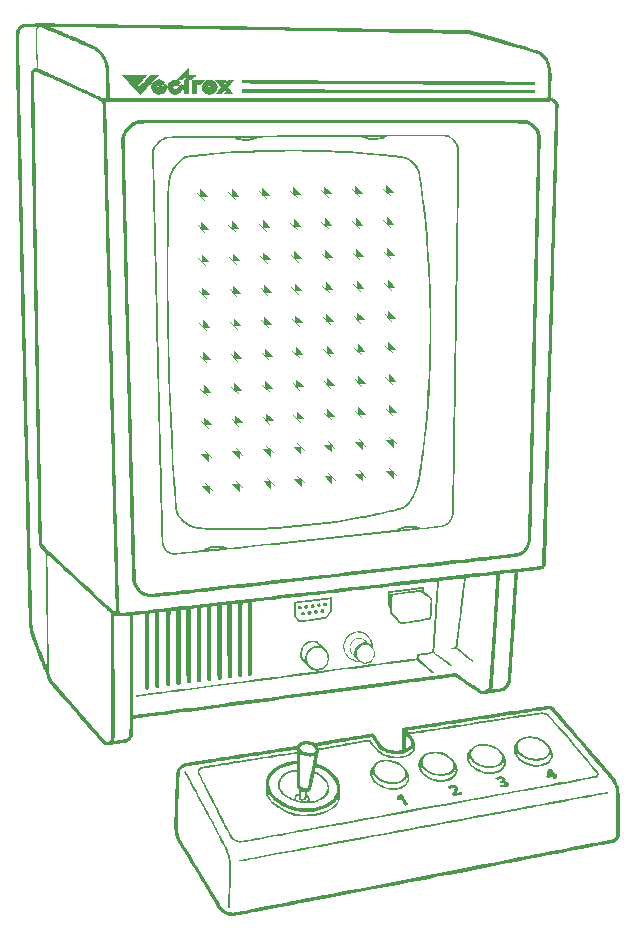
<source format=gto>
%TF.GenerationSoftware,KiCad,Pcbnew,(6.0.7-1)-1*%
%TF.CreationDate,2022-09-29T19:12:14-05:00*%
%TF.ProjectId,vectrex-sao,76656374-7265-4782-9d73-616f2e6b6963,rev?*%
%TF.SameCoordinates,Original*%
%TF.FileFunction,Legend,Top*%
%TF.FilePolarity,Positive*%
%FSLAX46Y46*%
G04 Gerber Fmt 4.6, Leading zero omitted, Abs format (unit mm)*
G04 Created by KiCad (PCBNEW (6.0.7-1)-1) date 2022-09-29 19:12:14*
%MOMM*%
%LPD*%
G01*
G04 APERTURE LIST*
%ADD10C,0.120000*%
G04 APERTURE END LIST*
D10*
%TO.C,C1-6*%
X129766421Y-83049264D02*
X129200736Y-82483579D01*
G36*
X130049264Y-82766421D02*
G01*
X129483579Y-82766421D01*
X129483579Y-82200736D01*
X130049264Y-82766421D01*
G37*
X130049264Y-82766421D02*
X129483579Y-82766421D01*
X129483579Y-82200736D01*
X130049264Y-82766421D01*
%TO.C,C1-7*%
X132391421Y-82999264D02*
X131825736Y-82433579D01*
G36*
X132674264Y-82716421D02*
G01*
X132108579Y-82716421D01*
X132108579Y-82150736D01*
X132674264Y-82716421D01*
G37*
X132674264Y-82716421D02*
X132108579Y-82716421D01*
X132108579Y-82150736D01*
X132674264Y-82716421D01*
%TO.C,C2-1*%
X116691421Y-86099264D02*
X116125736Y-85533579D01*
G36*
X116974264Y-85816421D02*
G01*
X116408579Y-85816421D01*
X116408579Y-85250736D01*
X116974264Y-85816421D01*
G37*
X116974264Y-85816421D02*
X116408579Y-85816421D01*
X116408579Y-85250736D01*
X116974264Y-85816421D01*
%TO.C,C7-2*%
X119516421Y-99749264D02*
X118950736Y-99183579D01*
G36*
X119799264Y-99466421D02*
G01*
X119233579Y-99466421D01*
X119233579Y-98900736D01*
X119799264Y-99466421D01*
G37*
X119799264Y-99466421D02*
X119233579Y-99466421D01*
X119233579Y-98900736D01*
X119799264Y-99466421D01*
%TO.C,C2-6*%
X129791421Y-85749264D02*
X129225736Y-85183579D01*
G36*
X130074264Y-85466421D02*
G01*
X129508579Y-85466421D01*
X129508579Y-84900736D01*
X130074264Y-85466421D01*
G37*
X130074264Y-85466421D02*
X129508579Y-85466421D01*
X129508579Y-84900736D01*
X130074264Y-85466421D01*
%TO.C,C8-7*%
X132616421Y-101624264D02*
X132050736Y-101058579D01*
G36*
X132899264Y-101341421D02*
G01*
X132333579Y-101341421D01*
X132333579Y-100775736D01*
X132899264Y-101341421D01*
G37*
X132899264Y-101341421D02*
X132333579Y-101341421D01*
X132333579Y-100775736D01*
X132899264Y-101341421D01*
%TO.C,C7-8*%
X132358579Y-106075736D02*
X132924264Y-106641421D01*
G36*
X132641421Y-106924264D02*
G01*
X132075736Y-106358579D01*
X132641421Y-106358579D01*
X132641421Y-106924264D01*
G37*
X132641421Y-106924264D02*
X132075736Y-106358579D01*
X132641421Y-106358579D01*
X132641421Y-106924264D01*
%TO.C,C6-6*%
X129941421Y-96449264D02*
X129375736Y-95883579D01*
G36*
X130224264Y-96166421D02*
G01*
X129658579Y-96166421D01*
X129658579Y-95600736D01*
X130224264Y-96166421D01*
G37*
X130224264Y-96166421D02*
X129658579Y-96166421D01*
X129658579Y-95600736D01*
X130224264Y-96166421D01*
%TO.C,C6-3*%
X122091421Y-96874264D02*
X121525736Y-96308579D01*
G36*
X122374264Y-96591421D02*
G01*
X121808579Y-96591421D01*
X121808579Y-96025736D01*
X122374264Y-96591421D01*
G37*
X122374264Y-96591421D02*
X121808579Y-96591421D01*
X121808579Y-96025736D01*
X122374264Y-96591421D01*
%TO.C,C8-11*%
X124533579Y-104000736D02*
X125099264Y-104566421D01*
G36*
X124816421Y-104849264D02*
G01*
X124250736Y-104283579D01*
X124816421Y-104283579D01*
X124816421Y-104849264D01*
G37*
X124816421Y-104849264D02*
X124250736Y-104283579D01*
X124816421Y-104283579D01*
X124816421Y-104849264D01*
%TO.C,G\u002A\u002A\u002A*%
G36*
X124829016Y-121561470D02*
G01*
X124895686Y-121336389D01*
X125002539Y-121135350D01*
X125146885Y-120962932D01*
X125326037Y-120823712D01*
X125409514Y-120776994D01*
X125556244Y-120724832D01*
X125730997Y-120696734D01*
X125917424Y-120692974D01*
X126099176Y-120713825D01*
X126259904Y-120759561D01*
X126267374Y-120762622D01*
X126326777Y-120799351D01*
X126411409Y-120867657D01*
X126514330Y-120960383D01*
X126628601Y-121070377D01*
X126747285Y-121190481D01*
X126863442Y-121313542D01*
X126970133Y-121432405D01*
X127060420Y-121539914D01*
X127127364Y-121628914D01*
X127159958Y-121683034D01*
X127244264Y-121911952D01*
X127278503Y-122140694D01*
X127262710Y-122367515D01*
X127196921Y-122590670D01*
X127139152Y-122711737D01*
X127047968Y-122844249D01*
X126926429Y-122971891D01*
X126789559Y-123081175D01*
X126652378Y-123158611D01*
X126632407Y-123166759D01*
X126478221Y-123210220D01*
X126308306Y-123232194D01*
X126140856Y-123231861D01*
X125994070Y-123208404D01*
X125957818Y-123197106D01*
X125842442Y-123150274D01*
X125737486Y-123093655D01*
X125633952Y-123020499D01*
X125522842Y-122924053D01*
X125395160Y-122797566D01*
X125319885Y-122718379D01*
X125170173Y-122556935D01*
X125052368Y-122424380D01*
X124962717Y-122314062D01*
X124897468Y-122219329D01*
X124852869Y-122133529D01*
X124825167Y-122050009D01*
X124810608Y-121962117D01*
X124805442Y-121863200D01*
X124805355Y-121841101D01*
X124955942Y-121841101D01*
X124969439Y-121991266D01*
X125007130Y-122114133D01*
X125027017Y-122149828D01*
X125064440Y-122201123D01*
X125114516Y-122262824D01*
X125166339Y-122322395D01*
X125209005Y-122367300D01*
X125231592Y-122385004D01*
X125234919Y-122362651D01*
X125231281Y-122305722D01*
X125226563Y-122265333D01*
X125225836Y-122167304D01*
X125377349Y-122167304D01*
X125394664Y-122360408D01*
X125454007Y-122547829D01*
X125556683Y-122722605D01*
X125608167Y-122785185D01*
X125769037Y-122931672D01*
X125944614Y-123031042D01*
X126132285Y-123082505D01*
X126329443Y-123085268D01*
X126489652Y-123052655D01*
X126676514Y-122973916D01*
X126831266Y-122862294D01*
X126953483Y-122724038D01*
X127042742Y-122565391D01*
X127098616Y-122392599D01*
X127120682Y-122211909D01*
X127108514Y-122029565D01*
X127061688Y-121851812D01*
X126979778Y-121684897D01*
X126862360Y-121535065D01*
X126709008Y-121408561D01*
X126605516Y-121349364D01*
X126537278Y-121320068D01*
X126467411Y-121302220D01*
X126380157Y-121293228D01*
X126259756Y-121290497D01*
X126247641Y-121290471D01*
X126129205Y-121291955D01*
X126044969Y-121298736D01*
X125978838Y-121313828D01*
X125914717Y-121340244D01*
X125875473Y-121360167D01*
X125702241Y-121477272D01*
X125564506Y-121623499D01*
X125463575Y-121791888D01*
X125400754Y-121975476D01*
X125377349Y-122167304D01*
X125225836Y-122167304D01*
X125225175Y-122078159D01*
X125265525Y-121883353D01*
X125343007Y-121692966D01*
X125453019Y-121519046D01*
X125554893Y-121405919D01*
X125703190Y-121284442D01*
X125855747Y-121201420D01*
X126026589Y-121150989D01*
X126219708Y-121127855D01*
X126456095Y-121113745D01*
X126341563Y-121008343D01*
X126246427Y-120935197D01*
X126149134Y-120883970D01*
X126118599Y-120873743D01*
X125974233Y-120849673D01*
X125810898Y-120845525D01*
X125652202Y-120860789D01*
X125546004Y-120886115D01*
X125413189Y-120951171D01*
X125281207Y-121052398D01*
X125163418Y-121177203D01*
X125073182Y-121312991D01*
X125056204Y-121347824D01*
X124999764Y-121507279D01*
X124966197Y-121675738D01*
X124955942Y-121841101D01*
X124805355Y-121841101D01*
X124805216Y-121806015D01*
X124829016Y-121561470D01*
G37*
G36*
X137793215Y-132887848D02*
G01*
X137925194Y-132913794D01*
X137967856Y-132930065D01*
X138084026Y-133003691D01*
X138154288Y-133097622D01*
X138178356Y-133210869D01*
X138155944Y-133342443D01*
X138115225Y-133439484D01*
X138081557Y-133509883D01*
X138061531Y-133559638D01*
X138058898Y-133575316D01*
X138085745Y-133574901D01*
X138149275Y-133566275D01*
X138236826Y-133551216D01*
X138255684Y-133547669D01*
X138345777Y-133530572D01*
X138413521Y-133517876D01*
X138446604Y-133511885D01*
X138447979Y-133511694D01*
X138467694Y-133532067D01*
X138495055Y-133581049D01*
X138521647Y-133640129D01*
X138539054Y-133690795D01*
X138539907Y-133713908D01*
X138511476Y-133722974D01*
X138444098Y-133738801D01*
X138348391Y-133759308D01*
X138234973Y-133782414D01*
X138114463Y-133806039D01*
X137997477Y-133828104D01*
X137894633Y-133846527D01*
X137816550Y-133859230D01*
X137773846Y-133864131D01*
X137773100Y-133864135D01*
X137750770Y-133844617D01*
X137716360Y-133796343D01*
X137707722Y-133782278D01*
X137658907Y-133700465D01*
X137752437Y-133511664D01*
X137811171Y-133390677D01*
X137848376Y-133305291D01*
X137866197Y-133246671D01*
X137866776Y-133205982D01*
X137852256Y-133174390D01*
X137838377Y-133157432D01*
X137770009Y-133115214D01*
X137689080Y-133114442D01*
X137610012Y-133154055D01*
X137586668Y-133175936D01*
X137524531Y-133242983D01*
X137399069Y-133184219D01*
X137330041Y-133149242D01*
X137284472Y-133121080D01*
X137273607Y-133109524D01*
X137293069Y-133075986D01*
X137342257Y-133028134D01*
X137407376Y-132976963D01*
X137474631Y-132933472D01*
X137522805Y-132910877D01*
X137650823Y-132886519D01*
X137793215Y-132887848D01*
G37*
G36*
X128487206Y-120879103D02*
G01*
X128568063Y-120652029D01*
X128688941Y-120443572D01*
X128846398Y-120260083D01*
X129036995Y-120107912D01*
X129184564Y-120025190D01*
X129282112Y-119980909D01*
X129361327Y-119952484D01*
X129440417Y-119935758D01*
X129537588Y-119926575D01*
X129636501Y-119922017D01*
X129841096Y-119924127D01*
X130015769Y-119949635D01*
X130176912Y-120002190D01*
X130322390Y-120074762D01*
X130502783Y-120203670D01*
X130660667Y-120368116D01*
X130790349Y-120558566D01*
X130886134Y-120765486D01*
X130942326Y-120979342D01*
X130955074Y-121134028D01*
X130971375Y-121257427D01*
X131005951Y-121328464D01*
X131076911Y-121466168D01*
X131119678Y-121631999D01*
X131132905Y-121811490D01*
X131115242Y-121990173D01*
X131079588Y-122118521D01*
X131003750Y-122264184D01*
X130893727Y-122401952D01*
X130763721Y-122516063D01*
X130670680Y-122572331D01*
X130515795Y-122626594D01*
X130346148Y-122650613D01*
X130182693Y-122642230D01*
X130122238Y-122628898D01*
X130027114Y-122595377D01*
X129933724Y-122552467D01*
X129913118Y-122540997D01*
X129807406Y-122498542D01*
X129713843Y-122485261D01*
X129631804Y-122479555D01*
X129526531Y-122465197D01*
X129441368Y-122449442D01*
X129215421Y-122376657D01*
X129009290Y-122261217D01*
X128827891Y-122108559D01*
X128676144Y-121924120D01*
X128558965Y-121713335D01*
X128481271Y-121481643D01*
X128459322Y-121363694D01*
X128450771Y-121143167D01*
X128545770Y-121143167D01*
X128557115Y-121370033D01*
X128559413Y-121384011D01*
X128624161Y-121621481D01*
X128730706Y-121835160D01*
X128875021Y-122020574D01*
X129053076Y-122173253D01*
X129260841Y-122288721D01*
X129426154Y-122346197D01*
X129528029Y-122369513D01*
X129613091Y-122381395D01*
X129671407Y-122381170D01*
X129693044Y-122368165D01*
X129692207Y-122364237D01*
X129655623Y-122301289D01*
X129592602Y-122217981D01*
X129514493Y-122127225D01*
X129432645Y-122041932D01*
X129358408Y-121975013D01*
X129333937Y-121956660D01*
X129209415Y-121848323D01*
X129104066Y-121713734D01*
X129030345Y-121569892D01*
X129014313Y-121520481D01*
X128996189Y-121404354D01*
X128994211Y-121277373D01*
X129055521Y-121277373D01*
X129061374Y-121407223D01*
X129081632Y-121510028D01*
X129112883Y-121592041D01*
X129153973Y-121666141D01*
X129209488Y-121746064D01*
X129269870Y-121820282D01*
X129325563Y-121877268D01*
X129367008Y-121905494D01*
X129373775Y-121906709D01*
X129382571Y-121884568D01*
X129382379Y-121868948D01*
X129472107Y-121868948D01*
X129490166Y-121753377D01*
X129600900Y-121753377D01*
X129601882Y-121843775D01*
X129635530Y-122031894D01*
X129707476Y-122197689D01*
X129811746Y-122336988D01*
X129942367Y-122445619D01*
X130093365Y-122519409D01*
X130258767Y-122554185D01*
X130432599Y-122545776D01*
X130557648Y-122511382D01*
X130714850Y-122433542D01*
X130838401Y-122326803D01*
X130937976Y-122182240D01*
X130959532Y-122140616D01*
X131026306Y-121952784D01*
X131044644Y-121764201D01*
X131015465Y-121580867D01*
X130939694Y-121408780D01*
X130824197Y-121259955D01*
X130680322Y-121143943D01*
X130525183Y-121072343D01*
X130364800Y-121042280D01*
X130205191Y-121050879D01*
X130052377Y-121095266D01*
X129912377Y-121172564D01*
X129791209Y-121279900D01*
X129694895Y-121414397D01*
X129629452Y-121573181D01*
X129600900Y-121753377D01*
X129490166Y-121753377D01*
X129496492Y-121712897D01*
X129518581Y-121605817D01*
X129549069Y-121498709D01*
X129569658Y-121443045D01*
X129664030Y-121283115D01*
X129797809Y-121142446D01*
X129961052Y-121030327D01*
X130061417Y-120983558D01*
X130101777Y-120963621D01*
X130103611Y-120952781D01*
X130099177Y-120952279D01*
X130034547Y-120965795D01*
X129946990Y-121005182D01*
X129850678Y-121062277D01*
X129759782Y-121128912D01*
X129703900Y-121180019D01*
X129583606Y-121338783D01*
X129509084Y-121518074D01*
X129480280Y-121703780D01*
X129472107Y-121868948D01*
X129382379Y-121868948D01*
X129381884Y-121828730D01*
X129378516Y-121798428D01*
X129378971Y-121670848D01*
X129407657Y-121523211D01*
X129459669Y-121373364D01*
X129530099Y-121239155D01*
X129533846Y-121233431D01*
X129667381Y-121074904D01*
X129829639Y-120956702D01*
X130016457Y-120881027D01*
X130223675Y-120850079D01*
X130259896Y-120849424D01*
X130411476Y-120849424D01*
X130311967Y-120745721D01*
X130167478Y-120628616D01*
X130004567Y-120553533D01*
X129831522Y-120520522D01*
X129656631Y-120529632D01*
X129488183Y-120580914D01*
X129334465Y-120674416D01*
X129263403Y-120739428D01*
X129151688Y-120885127D01*
X129083830Y-121046215D01*
X129056449Y-121231437D01*
X129055521Y-121277373D01*
X128994211Y-121277373D01*
X128994023Y-121265338D01*
X129006323Y-121121993D01*
X129031596Y-120992876D01*
X129063810Y-120904930D01*
X129172169Y-120742835D01*
X129307440Y-120615787D01*
X129462574Y-120524471D01*
X129630520Y-120469574D01*
X129804229Y-120451784D01*
X129976650Y-120471787D01*
X130140735Y-120530269D01*
X130289433Y-120627917D01*
X130415693Y-120765419D01*
X130420865Y-120772741D01*
X130472289Y-120834626D01*
X130522461Y-120876718D01*
X130539712Y-120884794D01*
X130585056Y-120906782D01*
X130654061Y-120950579D01*
X130725979Y-121002379D01*
X130861898Y-121106075D01*
X130845791Y-120984043D01*
X130826800Y-120904096D01*
X130790507Y-120799120D01*
X130743758Y-120688263D01*
X130728811Y-120656910D01*
X130603636Y-120454858D01*
X130447577Y-120287940D01*
X130266653Y-120157902D01*
X130066879Y-120066492D01*
X129854275Y-120015454D01*
X129634856Y-120006536D01*
X129414640Y-120041483D01*
X129199644Y-120122042D01*
X129092637Y-120182077D01*
X128915435Y-120322680D01*
X128768353Y-120497646D01*
X128655184Y-120698419D01*
X128579725Y-120916444D01*
X128545770Y-121143167D01*
X128450771Y-121143167D01*
X128449812Y-121118441D01*
X128487206Y-120879103D01*
G37*
G36*
X120929752Y-73246777D02*
G01*
X121024276Y-73246939D01*
X121167352Y-73247378D01*
X121357183Y-73248082D01*
X121591977Y-73249043D01*
X121869937Y-73250252D01*
X122189269Y-73251699D01*
X122548179Y-73253376D01*
X122944871Y-73255273D01*
X123377551Y-73257382D01*
X123844423Y-73259692D01*
X124343693Y-73262195D01*
X124873567Y-73264882D01*
X125432249Y-73267743D01*
X126017944Y-73270770D01*
X126628858Y-73273952D01*
X127263196Y-73277282D01*
X127919164Y-73280750D01*
X128594965Y-73284346D01*
X129288806Y-73288062D01*
X129998892Y-73291888D01*
X130723428Y-73295815D01*
X131460618Y-73299834D01*
X132208669Y-73303937D01*
X132965786Y-73308113D01*
X133195510Y-73309384D01*
X133946058Y-73313543D01*
X134684259Y-73317631D01*
X135408498Y-73321642D01*
X136117160Y-73325564D01*
X136808630Y-73329391D01*
X137481292Y-73333112D01*
X138133531Y-73336719D01*
X138763732Y-73340204D01*
X139370279Y-73343556D01*
X139951558Y-73346767D01*
X140505954Y-73349828D01*
X141031850Y-73352731D01*
X141527632Y-73355466D01*
X141991684Y-73358025D01*
X142422392Y-73360398D01*
X142818140Y-73362577D01*
X143177312Y-73364553D01*
X143498295Y-73366316D01*
X143779471Y-73367859D01*
X144019227Y-73369171D01*
X144215947Y-73370244D01*
X144368015Y-73371070D01*
X144473817Y-73371639D01*
X144531737Y-73371942D01*
X144542438Y-73371992D01*
X144649425Y-73372318D01*
X144649425Y-73649226D01*
X142427869Y-73645618D01*
X142239369Y-73645203D01*
X142002781Y-73644494D01*
X141720359Y-73643505D01*
X141394362Y-73642246D01*
X141027045Y-73640729D01*
X140620666Y-73638966D01*
X140177480Y-73636966D01*
X139699746Y-73634743D01*
X139189718Y-73632306D01*
X138649655Y-73629669D01*
X138081813Y-73626841D01*
X137488448Y-73623835D01*
X136871817Y-73620662D01*
X136234177Y-73617332D01*
X135577784Y-73613859D01*
X134904896Y-73610252D01*
X134217768Y-73606523D01*
X133518658Y-73602684D01*
X132809821Y-73598746D01*
X132093516Y-73594721D01*
X131371998Y-73590619D01*
X130647524Y-73586452D01*
X130363498Y-73584805D01*
X129659282Y-73580711D01*
X128966520Y-73576683D01*
X128286989Y-73572729D01*
X127622464Y-73568862D01*
X126974723Y-73565090D01*
X126345541Y-73561425D01*
X125736695Y-73557876D01*
X125149960Y-73554455D01*
X124587114Y-73551172D01*
X124049933Y-73548036D01*
X123540192Y-73545059D01*
X123059669Y-73542251D01*
X122610139Y-73539621D01*
X122193378Y-73537182D01*
X121811164Y-73534942D01*
X121465271Y-73532912D01*
X121157478Y-73531103D01*
X120889559Y-73529525D01*
X120663291Y-73528189D01*
X120480450Y-73527104D01*
X120342813Y-73526282D01*
X120252156Y-73525732D01*
X120212309Y-73525479D01*
X119903934Y-73523359D01*
X119903934Y-73246451D01*
X120929752Y-73246777D01*
G37*
G36*
X115397889Y-72447977D02*
G01*
X115410476Y-72780742D01*
X115718850Y-72787810D01*
X115836767Y-72791590D01*
X115933869Y-72796753D01*
X116000527Y-72802640D01*
X116027113Y-72808588D01*
X116027225Y-72808971D01*
X116011203Y-72832173D01*
X115967920Y-72883759D01*
X115904547Y-72955385D01*
X115849402Y-73015877D01*
X115671579Y-73208691D01*
X115899121Y-73221277D01*
X116126663Y-73233864D01*
X115960178Y-73417921D01*
X115881939Y-73507253D01*
X115835761Y-73568108D01*
X115817512Y-73607002D01*
X115823056Y-73630452D01*
X115824444Y-73631895D01*
X115845523Y-73636998D01*
X115880274Y-73618306D01*
X115933984Y-73571533D01*
X116011940Y-73492394D01*
X116060784Y-73440294D01*
X116266373Y-73218776D01*
X116761809Y-73233864D01*
X116393233Y-73649226D01*
X116102745Y-73649226D01*
X116102745Y-74454776D01*
X115649623Y-74454776D01*
X115649623Y-73246451D01*
X115397889Y-73246451D01*
X115397889Y-74454776D01*
X114944767Y-74454776D01*
X114944767Y-73275701D01*
X115070410Y-73128915D01*
X115130330Y-73056647D01*
X115174785Y-72998713D01*
X115195650Y-72965810D01*
X115196278Y-72963250D01*
X115181607Y-72942456D01*
X115138477Y-72959471D01*
X115069643Y-73012602D01*
X114984287Y-73093632D01*
X114836583Y-73242894D01*
X114664114Y-73228434D01*
X114578473Y-73222968D01*
X114516743Y-73222295D01*
X114491705Y-73226533D01*
X114491645Y-73226868D01*
X114510731Y-73247028D01*
X114559267Y-73283792D01*
X114592339Y-73306396D01*
X114651372Y-73349658D01*
X114687604Y-73384295D01*
X114693033Y-73394980D01*
X114676867Y-73421830D01*
X114633489Y-73475714D01*
X114570578Y-73547366D01*
X114531624Y-73589716D01*
X114452730Y-73671576D01*
X114399165Y-73719585D01*
X114364158Y-73738678D01*
X114340940Y-73733792D01*
X114337789Y-73731040D01*
X114279356Y-73704248D01*
X114202594Y-73702781D01*
X114131766Y-73725117D01*
X114105358Y-73745608D01*
X114067551Y-73817275D01*
X114078736Y-73889508D01*
X114130586Y-73949921D01*
X114199541Y-73986110D01*
X114266991Y-73979639D01*
X114340843Y-73928667D01*
X114376455Y-73892698D01*
X114427620Y-73837170D01*
X114499926Y-73758664D01*
X114580416Y-73671245D01*
X114607971Y-73641313D01*
X114765877Y-73469773D01*
X114817562Y-73571083D01*
X114853120Y-73679610D01*
X114868736Y-73813159D01*
X114863826Y-73950276D01*
X114837808Y-74069509D01*
X114831540Y-74085750D01*
X114745152Y-74231116D01*
X114625029Y-74346443D01*
X114480030Y-74428537D01*
X114319014Y-74474205D01*
X114150840Y-74480252D01*
X113984366Y-74443485D01*
X113918189Y-74415058D01*
X113767168Y-74314026D01*
X113655769Y-74182965D01*
X113586377Y-74025731D01*
X113561377Y-73846177D01*
X113561334Y-73838027D01*
X113583970Y-73658685D01*
X113648786Y-73502331D01*
X113751144Y-73373431D01*
X113886406Y-73276456D01*
X114049935Y-73215875D01*
X114227495Y-73196104D01*
X114406581Y-73196104D01*
X114895942Y-72655658D01*
X115385302Y-72115211D01*
X115397889Y-72447977D01*
G37*
G36*
X124303200Y-117859466D02*
G01*
X124307662Y-117706611D01*
X124311735Y-117578314D01*
X124315189Y-117481452D01*
X124317800Y-117422905D01*
X124319064Y-117408282D01*
X124344187Y-117404255D01*
X124414141Y-117394852D01*
X124523770Y-117380702D01*
X124667919Y-117362437D01*
X124841430Y-117340687D01*
X125039149Y-117316081D01*
X125255918Y-117289251D01*
X125486583Y-117260827D01*
X125725986Y-117231439D01*
X125968971Y-117201718D01*
X126210384Y-117172293D01*
X126445067Y-117143797D01*
X126667864Y-117116858D01*
X126873621Y-117092107D01*
X127057179Y-117070175D01*
X127213384Y-117051692D01*
X127337079Y-117037288D01*
X127423109Y-117027595D01*
X127466317Y-117023242D01*
X127469772Y-117023061D01*
X127483803Y-117025799D01*
X127494248Y-117037970D01*
X127501392Y-117065506D01*
X127505516Y-117114344D01*
X127506904Y-117190417D01*
X127505839Y-117299659D01*
X127502604Y-117448006D01*
X127498127Y-117617748D01*
X127481898Y-118212435D01*
X127239667Y-118536579D01*
X127156603Y-118646127D01*
X127083250Y-118739853D01*
X127025115Y-118810955D01*
X126987707Y-118852632D01*
X126977165Y-118860722D01*
X126948737Y-118864059D01*
X126875600Y-118873602D01*
X126762917Y-118888653D01*
X126615849Y-118908512D01*
X126439559Y-118932482D01*
X126239209Y-118959863D01*
X126019960Y-118989955D01*
X125861607Y-119011763D01*
X125632924Y-119043273D01*
X125420050Y-119072556D01*
X125228075Y-119098915D01*
X125062086Y-119121654D01*
X124927174Y-119140076D01*
X124828427Y-119153485D01*
X124770934Y-119161184D01*
X124757969Y-119162804D01*
X124739009Y-119145201D01*
X124692742Y-119096895D01*
X124625503Y-119024643D01*
X124543626Y-118935199D01*
X124516027Y-118904776D01*
X124282436Y-118646748D01*
X124284412Y-118571228D01*
X124429524Y-118571228D01*
X124622437Y-118787757D01*
X124712529Y-118886063D01*
X124778029Y-118949921D01*
X124825273Y-118984608D01*
X124860596Y-118995404D01*
X124870693Y-118994628D01*
X124907227Y-118989160D01*
X124987947Y-118977663D01*
X125107155Y-118960929D01*
X125259154Y-118939752D01*
X125438246Y-118914925D01*
X125638734Y-118887241D01*
X125854922Y-118857494D01*
X125917561Y-118848893D01*
X126135367Y-118818563D01*
X126337517Y-118789569D01*
X126518584Y-118762754D01*
X126673138Y-118738959D01*
X126795751Y-118719026D01*
X126880994Y-118703795D01*
X126923439Y-118694110D01*
X126927055Y-118692368D01*
X126948280Y-118665391D01*
X126993275Y-118606477D01*
X127055668Y-118524018D01*
X127129089Y-118426405D01*
X127137445Y-118415263D01*
X127329865Y-118158604D01*
X127346545Y-117678940D01*
X127352113Y-117512568D01*
X127355283Y-117389862D01*
X127355622Y-117304178D01*
X127352696Y-117248874D01*
X127346072Y-117217305D01*
X127335316Y-117202829D01*
X127319995Y-117198802D01*
X127315195Y-117198647D01*
X127285016Y-117201450D01*
X127210724Y-117209593D01*
X127097772Y-117222427D01*
X126951611Y-117239303D01*
X126777693Y-117259572D01*
X126581469Y-117282587D01*
X126368392Y-117307698D01*
X126143913Y-117334256D01*
X125913484Y-117361614D01*
X125682557Y-117389122D01*
X125456583Y-117416132D01*
X125241014Y-117441995D01*
X125041303Y-117466063D01*
X124862899Y-117487687D01*
X124711256Y-117506218D01*
X124591826Y-117521008D01*
X124510059Y-117531408D01*
X124471407Y-117536770D01*
X124469084Y-117537262D01*
X124467105Y-117561758D01*
X124463778Y-117629101D01*
X124459418Y-117731816D01*
X124454336Y-117862431D01*
X124448845Y-118013472D01*
X124447390Y-118055172D01*
X124429524Y-118571228D01*
X124284412Y-118571228D01*
X124298573Y-118029999D01*
X124303200Y-117859466D01*
G37*
G36*
X127005292Y-117470722D02*
G01*
X127063437Y-117521399D01*
X127093104Y-117590351D01*
X127091747Y-117664888D01*
X127056823Y-117732321D01*
X126987088Y-117779470D01*
X126925845Y-117799241D01*
X126883389Y-117795673D01*
X126834553Y-117764582D01*
X126817438Y-117751264D01*
X126762188Y-117682015D01*
X126748174Y-117604534D01*
X126770950Y-117531687D01*
X126826068Y-117476339D01*
X126909082Y-117451357D01*
X126921215Y-117451010D01*
X127005292Y-117470722D01*
G37*
G36*
X138930916Y-130302161D02*
G01*
X139264220Y-130302161D01*
X139268450Y-130351690D01*
X139311312Y-130515358D01*
X139399451Y-130674759D01*
X139527794Y-130825796D01*
X139691272Y-130964370D01*
X139884814Y-131086383D01*
X140103350Y-131187736D01*
X140341808Y-131264330D01*
X140420287Y-131282685D01*
X140573830Y-131305601D01*
X140751464Y-131316700D01*
X140934183Y-131315961D01*
X141102984Y-131303363D01*
X141220336Y-131283550D01*
X141427611Y-131216578D01*
X141599420Y-131123231D01*
X141732877Y-131006397D01*
X141825095Y-130868963D01*
X141873187Y-130713814D01*
X141879794Y-130624015D01*
X141854816Y-130454807D01*
X141784433Y-130291324D01*
X141673530Y-130136840D01*
X141526989Y-129994629D01*
X141349693Y-129867962D01*
X141146525Y-129760115D01*
X140922369Y-129674358D01*
X140682107Y-129613967D01*
X140430622Y-129582214D01*
X140319594Y-129578175D01*
X140058182Y-129590727D01*
X139835104Y-129633847D01*
X139648029Y-129708417D01*
X139494627Y-129815318D01*
X139391027Y-129929474D01*
X139311977Y-130054948D01*
X139271434Y-130173231D01*
X139264220Y-130302161D01*
X138930916Y-130302161D01*
X138935059Y-130274100D01*
X138980045Y-130153309D01*
X139055215Y-130034648D01*
X139165700Y-129906035D01*
X139221820Y-129848202D01*
X139393061Y-129694159D01*
X139565929Y-129578945D01*
X139750303Y-129498717D01*
X139956058Y-129449631D01*
X140193072Y-129427844D01*
X140307007Y-129425911D01*
X140618500Y-129446206D01*
X140910476Y-129508289D01*
X141195385Y-129615053D01*
X141266210Y-129648690D01*
X141500522Y-129786692D01*
X141705698Y-129956918D01*
X141890326Y-130166860D01*
X141943363Y-130239234D01*
X142047790Y-130393377D01*
X142123029Y-130521587D01*
X142173471Y-130635444D01*
X142203509Y-130746530D01*
X142217535Y-130866424D01*
X142220188Y-130969147D01*
X142217983Y-131093301D01*
X142209671Y-131182908D01*
X142192713Y-131253643D01*
X142164564Y-131321179D01*
X142162370Y-131325662D01*
X142042126Y-131513379D01*
X141880692Y-131673250D01*
X141679668Y-131803959D01*
X141471687Y-131893676D01*
X141388700Y-131920331D01*
X141309565Y-131939120D01*
X141221555Y-131951730D01*
X141111940Y-131959847D01*
X140967993Y-131965158D01*
X140923756Y-131966278D01*
X140735394Y-131968118D01*
X140585920Y-131963146D01*
X140464258Y-131950739D01*
X140382919Y-131935805D01*
X140061784Y-131839086D01*
X139755309Y-131696719D01*
X139588439Y-131595020D01*
X139367364Y-131426180D01*
X139190555Y-131243498D01*
X139052557Y-131041039D01*
X139016732Y-130973187D01*
X138968707Y-130869484D01*
X138939542Y-130782912D01*
X138923579Y-130691045D01*
X138915160Y-130571456D01*
X138915111Y-130570412D01*
X138915124Y-130425530D01*
X139062429Y-130425530D01*
X139065369Y-130534030D01*
X139065901Y-130543940D01*
X139076616Y-130668787D01*
X139096186Y-130765322D01*
X139129987Y-130855461D01*
X139155044Y-130907217D01*
X139284259Y-131108413D01*
X139456002Y-131293910D01*
X139663732Y-131459287D01*
X139900911Y-131600123D01*
X140160999Y-131711999D01*
X140437455Y-131790494D01*
X140472363Y-131797645D01*
X140617802Y-131816170D01*
X140791858Y-131823112D01*
X140975502Y-131818959D01*
X141149705Y-131804197D01*
X141295440Y-131779316D01*
X141307880Y-131776248D01*
X141480976Y-131724171D01*
X141620727Y-131661931D01*
X141744121Y-131580558D01*
X141846348Y-131492005D01*
X141971525Y-131342220D01*
X142049876Y-131174172D01*
X142081124Y-130988489D01*
X142081734Y-130957101D01*
X142076912Y-130864656D01*
X142063691Y-130816929D01*
X142043937Y-130815571D01*
X142019519Y-130862233D01*
X142009353Y-130893077D01*
X141959853Y-130995179D01*
X141875572Y-131104993D01*
X141768100Y-131210618D01*
X141649024Y-131300153D01*
X141569576Y-131344713D01*
X141326215Y-131434263D01*
X141065143Y-131483169D01*
X140793494Y-131493376D01*
X140518399Y-131466833D01*
X140246992Y-131405486D01*
X139986403Y-131311285D01*
X139743766Y-131186174D01*
X139526213Y-131032104D01*
X139340876Y-130851020D01*
X139232381Y-130706545D01*
X139180111Y-130615369D01*
X139139297Y-130524884D01*
X139120115Y-130460546D01*
X139104153Y-130394469D01*
X139084073Y-130352480D01*
X139079445Y-130348288D01*
X139067166Y-130362973D01*
X139062429Y-130425530D01*
X138915124Y-130425530D01*
X138915125Y-130409107D01*
X138930916Y-130302161D01*
G37*
G36*
X113502987Y-86896495D02*
G01*
X113505706Y-86644932D01*
X113513397Y-85989938D01*
X113521043Y-85384652D01*
X113528657Y-84828437D01*
X113536252Y-84320654D01*
X113543844Y-83860665D01*
X113551445Y-83447831D01*
X113559070Y-83081515D01*
X113566732Y-82761078D01*
X113574446Y-82485882D01*
X113582226Y-82255288D01*
X113590084Y-82068659D01*
X113598036Y-81925356D01*
X113606095Y-81824741D01*
X113611665Y-81780247D01*
X113652706Y-81584893D01*
X113713766Y-81370118D01*
X113787748Y-81158921D01*
X113847034Y-81017598D01*
X113947055Y-80824574D01*
X114071376Y-80624647D01*
X114213319Y-80425795D01*
X114366203Y-80235996D01*
X114523350Y-80063229D01*
X114678080Y-79915470D01*
X114823713Y-79800698D01*
X114910363Y-79747548D01*
X114953984Y-79725944D01*
X115000920Y-79706632D01*
X115055496Y-79688967D01*
X115122041Y-79672300D01*
X115204880Y-79655987D01*
X115308341Y-79639378D01*
X115436751Y-79621828D01*
X115594435Y-79602691D01*
X115785722Y-79581318D01*
X116014937Y-79557064D01*
X116286408Y-79529281D01*
X116543280Y-79503442D01*
X117509357Y-79412128D01*
X118449342Y-79334580D01*
X119373885Y-79270278D01*
X120293639Y-79218704D01*
X121219253Y-79179338D01*
X122161379Y-79151662D01*
X123130668Y-79135157D01*
X124137769Y-79129303D01*
X124221179Y-79129279D01*
X125197675Y-79134146D01*
X126135734Y-79148889D01*
X127046398Y-79174056D01*
X127940705Y-79210200D01*
X128829697Y-79257868D01*
X129724413Y-79317612D01*
X130635893Y-79389981D01*
X131575176Y-79475526D01*
X131987185Y-79516177D01*
X132331008Y-79551259D01*
X132629097Y-79582910D01*
X132885874Y-79612067D01*
X133105763Y-79639669D01*
X133293185Y-79666653D01*
X133452564Y-79693957D01*
X133588322Y-79722521D01*
X133704883Y-79753280D01*
X133806668Y-79787175D01*
X133898101Y-79825142D01*
X133983604Y-79868120D01*
X134067600Y-79917047D01*
X134154512Y-79972860D01*
X134161127Y-79977254D01*
X134398500Y-80161856D01*
X134597002Y-80375460D01*
X134735100Y-80576809D01*
X134775754Y-80646999D01*
X134812346Y-80716433D01*
X134845599Y-80788803D01*
X134876234Y-80867800D01*
X134904975Y-80957115D01*
X134932543Y-81060439D01*
X134959662Y-81181462D01*
X134987054Y-81323876D01*
X135015441Y-81491372D01*
X135045546Y-81687641D01*
X135078092Y-81916374D01*
X135113800Y-82181262D01*
X135153394Y-82485995D01*
X135197596Y-82834265D01*
X135234302Y-83127026D01*
X135338116Y-83988705D01*
X135432041Y-84834925D01*
X135516748Y-85673982D01*
X135592908Y-86514171D01*
X135661192Y-87363787D01*
X135722269Y-88231126D01*
X135776811Y-89124482D01*
X135825489Y-90052152D01*
X135865154Y-90930792D01*
X135873124Y-91153118D01*
X135880379Y-91419640D01*
X135886891Y-91724209D01*
X135892628Y-92060679D01*
X135897560Y-92422903D01*
X135901656Y-92804732D01*
X135904888Y-93200020D01*
X135907223Y-93602621D01*
X135908632Y-94006385D01*
X135909085Y-94405167D01*
X135908551Y-94792818D01*
X135906999Y-95163193D01*
X135904400Y-95510143D01*
X135900723Y-95827521D01*
X135895938Y-96109181D01*
X135891618Y-96292734D01*
X135856118Y-97399921D01*
X135810440Y-98469238D01*
X135753796Y-99512282D01*
X135685396Y-100540647D01*
X135604451Y-101565928D01*
X135510172Y-102599721D01*
X135401769Y-103653620D01*
X135372411Y-103921214D01*
X135313373Y-104442945D01*
X135257237Y-104917631D01*
X135203504Y-105348458D01*
X135151678Y-105738612D01*
X135101259Y-106091280D01*
X135051750Y-106409648D01*
X135002651Y-106696903D01*
X134953466Y-106956230D01*
X134903696Y-107190818D01*
X134852842Y-107403850D01*
X134800407Y-107598516D01*
X134793987Y-107620782D01*
X134688758Y-107940895D01*
X134564003Y-108247853D01*
X134423123Y-108536193D01*
X134269520Y-108800448D01*
X134106593Y-109035156D01*
X133937744Y-109234852D01*
X133766373Y-109394072D01*
X133632552Y-109486995D01*
X133563828Y-109517542D01*
X133449428Y-109556323D01*
X133293191Y-109602469D01*
X133098960Y-109655108D01*
X132870573Y-109713372D01*
X132611872Y-109776391D01*
X132326697Y-109843296D01*
X132018888Y-109913215D01*
X131692287Y-109985280D01*
X131350733Y-110058621D01*
X130998067Y-110132368D01*
X130638130Y-110205651D01*
X130274762Y-110277601D01*
X129911804Y-110347347D01*
X129553095Y-110414021D01*
X129482428Y-110426869D01*
X127836279Y-110699715D01*
X126175158Y-110924761D01*
X124500183Y-111101917D01*
X122812472Y-111231089D01*
X121113144Y-111312185D01*
X119403314Y-111345113D01*
X118393528Y-111341950D01*
X118135151Y-111337993D01*
X117868069Y-111332045D01*
X117598821Y-111324391D01*
X117333948Y-111315314D01*
X117079989Y-111305100D01*
X116843483Y-111294032D01*
X116630969Y-111282395D01*
X116448988Y-111270474D01*
X116304078Y-111258553D01*
X116202780Y-111246915D01*
X116200524Y-111246580D01*
X115843730Y-111171520D01*
X115513957Y-111058375D01*
X115213721Y-110908812D01*
X114945538Y-110724495D01*
X114711924Y-110507090D01*
X114515396Y-110258263D01*
X114392823Y-110050019D01*
X114345114Y-109953911D01*
X114306413Y-109866488D01*
X114275227Y-109780243D01*
X114250063Y-109687670D01*
X114229428Y-109581263D01*
X114211829Y-109453515D01*
X114195773Y-109296921D01*
X114179767Y-109103973D01*
X114165004Y-108904627D01*
X114046939Y-107166162D01*
X113939584Y-105385809D01*
X113843156Y-103570924D01*
X113757874Y-101728861D01*
X113683955Y-99866975D01*
X113621617Y-97992620D01*
X113571077Y-96113150D01*
X113532555Y-94235921D01*
X113506267Y-92368286D01*
X113492431Y-90517600D01*
X113491863Y-89628035D01*
X113642031Y-89628035D01*
X113648011Y-91159280D01*
X113662687Y-92709194D01*
X113685885Y-94271910D01*
X113717430Y-95841561D01*
X113757149Y-97412280D01*
X113804868Y-98978202D01*
X113860412Y-100533460D01*
X113923608Y-102072186D01*
X113994282Y-103588515D01*
X114072259Y-105076581D01*
X114157366Y-106530516D01*
X114249428Y-107944454D01*
X114316794Y-108892041D01*
X114333720Y-109115344D01*
X114349176Y-109296117D01*
X114364796Y-109442081D01*
X114382213Y-109560958D01*
X114403061Y-109660469D01*
X114428973Y-109748334D01*
X114461584Y-109832276D01*
X114502526Y-109920015D01*
X114553435Y-110019273D01*
X114556556Y-110025219D01*
X114713555Y-110270765D01*
X114911298Y-110490340D01*
X115146034Y-110681532D01*
X115414013Y-110841928D01*
X115711485Y-110969117D01*
X116034700Y-111060688D01*
X116219470Y-111094604D01*
X116373497Y-111113154D01*
X116573377Y-111129852D01*
X116814648Y-111144643D01*
X117092848Y-111157474D01*
X117403515Y-111168288D01*
X117742186Y-111177033D01*
X118104400Y-111183652D01*
X118485695Y-111188091D01*
X118881609Y-111190295D01*
X119287679Y-111190209D01*
X119699444Y-111187780D01*
X120112442Y-111182951D01*
X120522210Y-111175669D01*
X120924287Y-111165878D01*
X121238127Y-111156178D01*
X122902815Y-111074627D01*
X124571210Y-110943427D01*
X126240740Y-110762880D01*
X127908833Y-110533291D01*
X129572915Y-110254963D01*
X130690753Y-110040067D01*
X130985059Y-109979585D01*
X131283773Y-109916472D01*
X131582266Y-109851825D01*
X131875908Y-109786739D01*
X132160071Y-109722310D01*
X132430125Y-109659636D01*
X132681441Y-109599811D01*
X132909389Y-109543933D01*
X133109340Y-109493098D01*
X133276666Y-109448401D01*
X133406736Y-109410939D01*
X133494923Y-109381808D01*
X133526072Y-109368649D01*
X133657335Y-109281957D01*
X133797813Y-109153683D01*
X133942122Y-108990427D01*
X134084878Y-108798790D01*
X134220698Y-108585375D01*
X134333058Y-108379138D01*
X134423430Y-108188512D01*
X134506347Y-107989412D01*
X134582796Y-107777576D01*
X134653764Y-107548743D01*
X134720238Y-107298649D01*
X134783207Y-107023033D01*
X134843657Y-106717633D01*
X134902575Y-106378186D01*
X134960950Y-106000431D01*
X135019769Y-105580105D01*
X135068589Y-105204132D01*
X135175452Y-104324608D01*
X135272179Y-103458968D01*
X135359433Y-102599053D01*
X135437879Y-101736706D01*
X135508178Y-100863768D01*
X135570996Y-99972082D01*
X135626995Y-99053490D01*
X135676839Y-98099834D01*
X135714596Y-97261912D01*
X135722511Y-97041217D01*
X135729712Y-96776334D01*
X135736169Y-96473415D01*
X135741852Y-96138615D01*
X135746731Y-95778086D01*
X135750776Y-95397983D01*
X135753958Y-95004459D01*
X135756245Y-94603666D01*
X135757608Y-94201760D01*
X135758017Y-93804893D01*
X135757443Y-93419218D01*
X135755854Y-93050890D01*
X135753220Y-92706061D01*
X135749513Y-92390886D01*
X135744701Y-92111517D01*
X135740583Y-91937729D01*
X135694693Y-90570367D01*
X135631822Y-89238962D01*
X135551008Y-87931737D01*
X135451288Y-86636920D01*
X135331702Y-85342736D01*
X135191285Y-84037409D01*
X135029077Y-82709166D01*
X134918783Y-81880940D01*
X134883501Y-81632474D01*
X134851176Y-81426818D01*
X134820032Y-81256657D01*
X134788296Y-81114677D01*
X134754193Y-80993564D01*
X134715946Y-80886003D01*
X134671783Y-80784680D01*
X134634749Y-80710376D01*
X134544581Y-80567832D01*
X134422021Y-80416681D01*
X134280026Y-80270177D01*
X134131557Y-80141578D01*
X133989571Y-80044137D01*
X133975887Y-80036429D01*
X133897002Y-79994596D01*
X133819572Y-79957793D01*
X133739099Y-79925190D01*
X133651080Y-79895958D01*
X133551015Y-79869267D01*
X133434403Y-79844288D01*
X133296744Y-79820191D01*
X133133537Y-79796147D01*
X132940280Y-79771326D01*
X132712474Y-79744899D01*
X132445618Y-79716037D01*
X132135210Y-79683910D01*
X131974598Y-79667609D01*
X131002379Y-79574505D01*
X130061987Y-79495298D01*
X129142220Y-79429430D01*
X128231878Y-79376341D01*
X127319759Y-79335473D01*
X126394660Y-79306268D01*
X125445381Y-79288166D01*
X124460719Y-79280609D01*
X124208593Y-79280302D01*
X122875338Y-79290250D01*
X121578309Y-79320461D01*
X120307404Y-79371484D01*
X119052522Y-79443867D01*
X117803561Y-79538160D01*
X116550420Y-79654910D01*
X115765668Y-79738957D01*
X115548080Y-79763882D01*
X115373248Y-79786096D01*
X115233847Y-79808085D01*
X115122554Y-79832333D01*
X115032046Y-79861328D01*
X114955000Y-79897554D01*
X114884093Y-79943498D01*
X114812002Y-80001645D01*
X114731402Y-80074482D01*
X114705135Y-80098946D01*
X114486895Y-80327544D01*
X114284261Y-80587813D01*
X114105483Y-80867066D01*
X113958808Y-81152617D01*
X113865783Y-81390058D01*
X113847006Y-81449073D01*
X113829733Y-81509303D01*
X113813872Y-81573069D01*
X113799330Y-81642693D01*
X113786015Y-81720494D01*
X113773835Y-81808793D01*
X113762698Y-81909912D01*
X113752511Y-82026171D01*
X113743182Y-82159891D01*
X113734619Y-82313392D01*
X113726729Y-82488996D01*
X113719421Y-82689022D01*
X113712602Y-82915792D01*
X113706179Y-83171627D01*
X113700061Y-83458847D01*
X113694155Y-83779773D01*
X113688369Y-84136725D01*
X113682611Y-84532026D01*
X113676788Y-84967994D01*
X113670808Y-85446951D01*
X113664579Y-85971218D01*
X113658009Y-86543116D01*
X113656854Y-86645014D01*
X113644920Y-88121324D01*
X113642031Y-89628035D01*
X113491863Y-89628035D01*
X113491265Y-88691219D01*
X113502987Y-86896495D01*
G37*
G36*
X133418553Y-129712754D02*
G01*
X133419418Y-129585038D01*
X133419188Y-129420376D01*
X133418048Y-129213952D01*
X133416645Y-129020515D01*
X133409485Y-128084874D01*
X139564390Y-127155463D01*
X140116237Y-127072214D01*
X140655908Y-126990962D01*
X141181222Y-126912028D01*
X141689995Y-126835735D01*
X142180045Y-126762407D01*
X142649189Y-126692366D01*
X143095244Y-126625933D01*
X143516026Y-126563433D01*
X143909354Y-126505187D01*
X144273044Y-126451518D01*
X144604913Y-126402749D01*
X144902778Y-126359202D01*
X145164457Y-126321200D01*
X145387767Y-126289065D01*
X145570524Y-126263120D01*
X145710546Y-126243688D01*
X145805649Y-126231091D01*
X145853652Y-126225651D01*
X145857750Y-126225446D01*
X146035638Y-126246589D01*
X146193532Y-126312971D01*
X146335975Y-126426529D01*
X146341044Y-126431698D01*
X146376169Y-126470035D01*
X146441582Y-126543763D01*
X146535010Y-126650237D01*
X146654179Y-126786817D01*
X146796816Y-126950859D01*
X146960649Y-127139720D01*
X147143404Y-127350759D01*
X147342807Y-127581333D01*
X147556587Y-127828799D01*
X147782470Y-128090514D01*
X148018182Y-128363836D01*
X148261451Y-128646123D01*
X148510003Y-128934732D01*
X148761566Y-129227020D01*
X149013866Y-129520345D01*
X149264630Y-129812064D01*
X149511586Y-130099535D01*
X149752459Y-130380115D01*
X149984977Y-130651161D01*
X150206868Y-130910032D01*
X150415857Y-131154084D01*
X150609671Y-131380674D01*
X150786039Y-131587162D01*
X150942685Y-131770903D01*
X151077338Y-131929255D01*
X151187724Y-132059576D01*
X151271570Y-132159223D01*
X151326604Y-132225553D01*
X151348460Y-132252992D01*
X151513367Y-132510448D01*
X151652393Y-132799439D01*
X151759327Y-133105157D01*
X151823575Y-133385797D01*
X151829630Y-133446774D01*
X151834692Y-133552393D01*
X151838769Y-133703407D01*
X151841868Y-133900568D01*
X151843997Y-134144627D01*
X151845164Y-134436335D01*
X151845376Y-134776446D01*
X151844640Y-135165711D01*
X151843790Y-135412259D01*
X151836442Y-137275093D01*
X151768607Y-137403669D01*
X151686845Y-137525170D01*
X151578467Y-137639689D01*
X151457784Y-137734385D01*
X151339103Y-137796415D01*
X151325931Y-137800971D01*
X151294787Y-137807855D01*
X151215524Y-137824027D01*
X151089458Y-137849231D01*
X150917902Y-137883212D01*
X150702173Y-137925713D01*
X150443586Y-137976480D01*
X150143455Y-138035258D01*
X149803096Y-138101790D01*
X149423824Y-138175821D01*
X149006954Y-138257097D01*
X148553801Y-138345361D01*
X148065681Y-138440357D01*
X147543908Y-138541832D01*
X146989798Y-138649528D01*
X146404666Y-138763192D01*
X145789827Y-138882566D01*
X145146596Y-139007397D01*
X144476288Y-139137427D01*
X143780219Y-139272403D01*
X143059703Y-139412068D01*
X142316056Y-139556168D01*
X141550593Y-139704445D01*
X140764629Y-139856647D01*
X139959479Y-140012516D01*
X139136459Y-140171797D01*
X138296883Y-140334235D01*
X137442067Y-140499575D01*
X136573325Y-140667560D01*
X135691974Y-140837936D01*
X135245374Y-140924251D01*
X134125801Y-141140594D01*
X133054767Y-141347505D01*
X132031388Y-141545155D01*
X131054782Y-141733711D01*
X130124063Y-141913343D01*
X129238349Y-142084219D01*
X128396754Y-142246509D01*
X127598397Y-142400381D01*
X126842392Y-142546004D01*
X126127856Y-142683547D01*
X125453906Y-142813179D01*
X124819657Y-142935068D01*
X124224225Y-143049384D01*
X123666727Y-143156295D01*
X123146279Y-143255970D01*
X122661997Y-143348579D01*
X122212998Y-143434289D01*
X121798397Y-143513269D01*
X121417311Y-143585689D01*
X121068856Y-143651718D01*
X120752147Y-143711524D01*
X120466303Y-143765275D01*
X120210437Y-143813142D01*
X119983668Y-143855293D01*
X119785110Y-143891896D01*
X119613881Y-143923120D01*
X119469095Y-143949135D01*
X119349871Y-143970109D01*
X119255323Y-143986211D01*
X119184568Y-143997609D01*
X119136721Y-144004474D01*
X119110901Y-144006973D01*
X119109200Y-144006987D01*
X118987735Y-144000227D01*
X118857012Y-143984879D01*
X118775352Y-143970385D01*
X118604797Y-143919084D01*
X118428375Y-143841131D01*
X118258157Y-143743919D01*
X118106215Y-143634841D01*
X117984619Y-143521292D01*
X117930411Y-143452853D01*
X117910469Y-143421191D01*
X117865959Y-143349100D01*
X117798464Y-143239174D01*
X117709567Y-143094006D01*
X117600850Y-142916191D01*
X117473895Y-142708322D01*
X117330286Y-142472992D01*
X117171605Y-142212796D01*
X116999434Y-141930328D01*
X116815357Y-141628181D01*
X116620956Y-141308948D01*
X116417813Y-140975225D01*
X116207511Y-140629604D01*
X116127025Y-140497293D01*
X115858916Y-140056204D01*
X115616210Y-139656228D01*
X115397880Y-139295626D01*
X115202897Y-138972661D01*
X115030231Y-138685595D01*
X114878854Y-138432692D01*
X114747737Y-138212213D01*
X114635850Y-138022421D01*
X114542166Y-137861579D01*
X114465654Y-137727949D01*
X114405286Y-137619793D01*
X114360033Y-137535375D01*
X114328866Y-137472956D01*
X114310757Y-137430799D01*
X114310303Y-137429548D01*
X114263555Y-137286629D01*
X114225411Y-137139023D01*
X114195434Y-136981048D01*
X114173191Y-136807025D01*
X114158246Y-136611273D01*
X114150164Y-136388110D01*
X114149659Y-136309771D01*
X114443787Y-136309771D01*
X114446228Y-136499253D01*
X114452773Y-136659497D01*
X114463958Y-136797522D01*
X114480318Y-136920341D01*
X114502388Y-137034972D01*
X114530703Y-137148430D01*
X114557921Y-137242113D01*
X114569240Y-137276311D01*
X114584114Y-137314821D01*
X114603874Y-137359908D01*
X114629849Y-137413841D01*
X114663370Y-137478887D01*
X114705767Y-137557315D01*
X114758371Y-137651391D01*
X114822512Y-137763384D01*
X114899521Y-137895561D01*
X114990728Y-138050189D01*
X115097463Y-138229537D01*
X115221058Y-138435872D01*
X115362841Y-138671462D01*
X115524144Y-138938575D01*
X115706298Y-139239477D01*
X115910632Y-139576438D01*
X116138477Y-139951723D01*
X116391163Y-140367603D01*
X116404042Y-140388792D01*
X116656172Y-140803567D01*
X116883597Y-141177506D01*
X117087719Y-141512823D01*
X117269937Y-141811733D01*
X117431651Y-142076452D01*
X117574261Y-142309193D01*
X117699167Y-142512171D01*
X117807770Y-142687601D01*
X117901469Y-142837699D01*
X117981665Y-142964677D01*
X118049757Y-143070752D01*
X118107145Y-143158138D01*
X118155231Y-143229050D01*
X118195412Y-143285702D01*
X118229091Y-143330309D01*
X118257667Y-143365086D01*
X118282539Y-143392248D01*
X118305108Y-143414008D01*
X118326775Y-143432583D01*
X118329729Y-143434985D01*
X118504029Y-143550824D01*
X118701515Y-143639658D01*
X118908120Y-143697044D01*
X119109776Y-143718537D01*
X119211665Y-143713653D01*
X119241804Y-143708288D01*
X119320060Y-143693624D01*
X119445117Y-143669915D01*
X119615658Y-143637414D01*
X119830369Y-143596375D01*
X120087933Y-143547051D01*
X120387035Y-143489695D01*
X120726358Y-143424560D01*
X121104587Y-143351901D01*
X121520407Y-143271971D01*
X121972500Y-143185023D01*
X122459553Y-143091310D01*
X122980247Y-142991087D01*
X123533269Y-142884606D01*
X124117302Y-142772120D01*
X124731030Y-142653885D01*
X125373138Y-142530152D01*
X126042309Y-142401175D01*
X126737228Y-142267208D01*
X127456579Y-142128504D01*
X128199046Y-141985316D01*
X128963314Y-141837899D01*
X129748066Y-141686505D01*
X130551987Y-141531388D01*
X131373761Y-141372801D01*
X132212072Y-141210998D01*
X133065604Y-141046232D01*
X133933042Y-140878757D01*
X134813070Y-140708826D01*
X135209385Y-140632290D01*
X136094529Y-140461332D01*
X136967634Y-140292668D01*
X137827385Y-140126553D01*
X138672467Y-139963243D01*
X139501567Y-139802991D01*
X140313370Y-139646052D01*
X141106560Y-139492681D01*
X141879825Y-139343133D01*
X142631848Y-139197662D01*
X143361316Y-139056524D01*
X144066914Y-138919972D01*
X144747327Y-138788261D01*
X145401242Y-138661647D01*
X146027343Y-138540384D01*
X146624316Y-138424726D01*
X147190847Y-138314929D01*
X147725620Y-138211246D01*
X148227322Y-138113933D01*
X148694638Y-138023245D01*
X149126253Y-137939435D01*
X149520853Y-137862760D01*
X149877124Y-137793472D01*
X150193750Y-137731828D01*
X150469417Y-137678082D01*
X150702812Y-137632488D01*
X150892618Y-137595301D01*
X151037522Y-137566777D01*
X151136210Y-137547168D01*
X151187366Y-137536732D01*
X151194519Y-137535098D01*
X151334294Y-137466946D01*
X151449643Y-137360359D01*
X151503126Y-137279928D01*
X151559534Y-137174399D01*
X151559534Y-135324152D01*
X151559451Y-134970897D01*
X151559150Y-134664295D01*
X151558549Y-134400652D01*
X151557569Y-134176275D01*
X151556130Y-133987469D01*
X151554151Y-133830541D01*
X151551552Y-133701797D01*
X151548253Y-133597544D01*
X151544173Y-133514087D01*
X151539233Y-133447733D01*
X151533352Y-133394787D01*
X151526450Y-133351558D01*
X151518447Y-133314349D01*
X151515642Y-133303119D01*
X151432485Y-133037861D01*
X151324178Y-132782941D01*
X151198752Y-132556973D01*
X151183800Y-132533996D01*
X151152814Y-132492915D01*
X151090817Y-132416008D01*
X150999728Y-132305532D01*
X150881466Y-132163747D01*
X150737947Y-131992913D01*
X150571091Y-131795286D01*
X150382815Y-131573128D01*
X150175037Y-131328696D01*
X149949676Y-131064251D01*
X149708649Y-130782049D01*
X149453874Y-130484352D01*
X149187270Y-130173417D01*
X148910755Y-129851504D01*
X148626246Y-129520871D01*
X148568508Y-129453845D01*
X148229865Y-129060691D01*
X147922550Y-128703833D01*
X147644901Y-128381538D01*
X147395257Y-128092069D01*
X147171955Y-127833691D01*
X146973333Y-127604670D01*
X146797728Y-127403271D01*
X146643478Y-127227759D01*
X146508922Y-127076398D01*
X146392397Y-126947453D01*
X146292240Y-126839190D01*
X146206789Y-126749874D01*
X146134383Y-126677769D01*
X146073359Y-126621141D01*
X146022055Y-126578254D01*
X145978808Y-126547374D01*
X145941957Y-126526765D01*
X145909839Y-126514693D01*
X145880791Y-126509422D01*
X145853153Y-126509218D01*
X145825260Y-126512345D01*
X145795452Y-126517068D01*
X145762067Y-126521653D01*
X145759590Y-126521920D01*
X145719075Y-126527307D01*
X145632243Y-126539732D01*
X145501732Y-126558795D01*
X145330179Y-126584098D01*
X145120224Y-126615242D01*
X144874503Y-126651830D01*
X144595655Y-126693461D01*
X144286318Y-126739739D01*
X143949129Y-126790264D01*
X143586727Y-126844638D01*
X143201749Y-126902463D01*
X142796834Y-126963339D01*
X142374619Y-127026869D01*
X141937743Y-127092654D01*
X141488842Y-127160296D01*
X141030557Y-127229395D01*
X140565523Y-127299555D01*
X140096380Y-127370375D01*
X139625764Y-127441457D01*
X139156315Y-127512404D01*
X138690670Y-127582817D01*
X138231466Y-127652296D01*
X137781343Y-127720444D01*
X137342937Y-127786862D01*
X136918888Y-127851152D01*
X136511832Y-127912915D01*
X136124408Y-127971752D01*
X135759253Y-128027266D01*
X135419006Y-128079057D01*
X135106305Y-128126728D01*
X134823787Y-128169879D01*
X134574091Y-128208112D01*
X134359854Y-128241029D01*
X134183714Y-128268231D01*
X134048310Y-128289320D01*
X133956279Y-128303897D01*
X133910259Y-128311564D01*
X133905272Y-128312639D01*
X133909164Y-128339574D01*
X133939780Y-128383431D01*
X133984125Y-128430195D01*
X134029202Y-128465853D01*
X134057685Y-128476976D01*
X134086691Y-128473147D01*
X134163173Y-128461895D01*
X134284863Y-128443571D01*
X134449493Y-128418524D01*
X134654795Y-128387105D01*
X134898503Y-128349667D01*
X135178348Y-128306558D01*
X135492062Y-128258130D01*
X135837379Y-128204733D01*
X136212030Y-128146719D01*
X136613749Y-128084437D01*
X137040266Y-128018240D01*
X137489315Y-127948476D01*
X137958629Y-127875497D01*
X138445939Y-127799655D01*
X138948977Y-127721298D01*
X139465477Y-127640779D01*
X139591780Y-127621079D01*
X140257280Y-127517402D01*
X140885332Y-127419827D01*
X141475081Y-127328485D01*
X142025670Y-127243505D01*
X142536242Y-127165016D01*
X143005940Y-127093148D01*
X143433907Y-127028029D01*
X143819287Y-126969789D01*
X144161223Y-126918558D01*
X144458859Y-126874464D01*
X144711337Y-126837637D01*
X144917801Y-126808207D01*
X145077393Y-126786302D01*
X145189258Y-126772052D01*
X145252539Y-126765586D01*
X145262363Y-126765182D01*
X145481665Y-126786467D01*
X145684453Y-126852543D01*
X145802089Y-126914400D01*
X145831620Y-126938571D01*
X145882757Y-126988963D01*
X145956470Y-127066682D01*
X146053732Y-127172830D01*
X146175514Y-127308510D01*
X146322788Y-127474827D01*
X146496525Y-127672885D01*
X146697698Y-127903786D01*
X146927277Y-128168634D01*
X147186235Y-128468533D01*
X147475543Y-128804588D01*
X147796172Y-129177900D01*
X147842740Y-129232179D01*
X148094779Y-129526022D01*
X148339653Y-129811567D01*
X148575137Y-130086216D01*
X148799005Y-130347372D01*
X149009031Y-130592435D01*
X149202989Y-130818808D01*
X149378654Y-131023891D01*
X149533799Y-131205088D01*
X149666200Y-131359799D01*
X149773630Y-131485426D01*
X149853863Y-131579371D01*
X149904674Y-131639035D01*
X149918570Y-131655462D01*
X149987883Y-131740008D01*
X150030284Y-131800780D01*
X150052325Y-131851617D01*
X150060561Y-131906358D01*
X150061620Y-131957543D01*
X150042417Y-132095944D01*
X149987261Y-132206724D01*
X149899517Y-132283350D01*
X149891807Y-132287491D01*
X149863139Y-132294108D01*
X149786301Y-132309522D01*
X149662651Y-132333480D01*
X149493548Y-132365733D01*
X149280348Y-132406030D01*
X149024411Y-132454120D01*
X148727093Y-132509753D01*
X148389752Y-132572678D01*
X148013747Y-132642643D01*
X147600436Y-132719399D01*
X147151175Y-132802695D01*
X146667324Y-132892280D01*
X146150239Y-132987904D01*
X145601280Y-133089316D01*
X145021803Y-133196265D01*
X144413166Y-133308500D01*
X143776728Y-133425771D01*
X143113846Y-133547828D01*
X142425878Y-133674419D01*
X141714182Y-133805294D01*
X140980116Y-133940202D01*
X140225038Y-134078893D01*
X139450305Y-134221116D01*
X138657276Y-134366620D01*
X137847307Y-134515154D01*
X137021758Y-134666469D01*
X136181986Y-134820313D01*
X135329349Y-134976435D01*
X134868444Y-135060797D01*
X133772100Y-135261411D01*
X132724430Y-135453058D01*
X131724594Y-135635890D01*
X130771751Y-135810058D01*
X129865063Y-135975715D01*
X129003688Y-136133012D01*
X128186787Y-136282102D01*
X127413519Y-136423135D01*
X126683044Y-136556265D01*
X125994523Y-136681642D01*
X125347114Y-136799419D01*
X124739979Y-136909747D01*
X124172277Y-137012778D01*
X123643168Y-137108664D01*
X123151811Y-137197558D01*
X122697367Y-137279610D01*
X122278995Y-137354972D01*
X121895856Y-137423797D01*
X121547109Y-137486236D01*
X121231914Y-137542442D01*
X120949431Y-137592565D01*
X120698820Y-137636758D01*
X120479242Y-137675173D01*
X120289854Y-137707961D01*
X120129819Y-137735275D01*
X119998295Y-137757266D01*
X119894442Y-137774085D01*
X119817421Y-137785886D01*
X119766391Y-137792819D01*
X119740512Y-137795036D01*
X119740307Y-137795034D01*
X119512845Y-137768651D01*
X119302769Y-137695111D01*
X119109799Y-137574285D01*
X118944316Y-137418101D01*
X118921771Y-137388607D01*
X118890413Y-137340163D01*
X118849179Y-137270737D01*
X118797004Y-137178292D01*
X118732822Y-137060796D01*
X118655569Y-136916213D01*
X118564180Y-136742511D01*
X118457590Y-136537654D01*
X118334734Y-136299609D01*
X118194548Y-136026341D01*
X118035966Y-135715817D01*
X117857925Y-135366001D01*
X117659358Y-134974860D01*
X117477765Y-134616519D01*
X117282857Y-134231070D01*
X117099064Y-133866448D01*
X116927459Y-133524830D01*
X116769118Y-133208393D01*
X116625117Y-132919314D01*
X116496529Y-132659770D01*
X116384429Y-132431937D01*
X116289894Y-132237992D01*
X116213997Y-132080113D01*
X116157814Y-131960476D01*
X116122420Y-131881257D01*
X116108889Y-131844634D01*
X116108855Y-131844399D01*
X116110460Y-131790903D01*
X116253786Y-131790903D01*
X116264969Y-131821054D01*
X116297585Y-131893247D01*
X116350235Y-132004656D01*
X116421520Y-132152449D01*
X116510041Y-132333800D01*
X116614399Y-132545879D01*
X116733194Y-132785857D01*
X116865027Y-133050906D01*
X117008500Y-133338197D01*
X117162212Y-133644901D01*
X117324766Y-133968189D01*
X117494761Y-134305233D01*
X117616087Y-134545167D01*
X117827072Y-134962013D01*
X118016635Y-135336377D01*
X118186166Y-135670658D01*
X118337054Y-135967257D01*
X118470690Y-136228574D01*
X118588463Y-136457009D01*
X118691762Y-136654962D01*
X118781978Y-136824834D01*
X118860500Y-136969024D01*
X118928718Y-137089932D01*
X118988022Y-137189959D01*
X119039802Y-137271505D01*
X119085446Y-137336969D01*
X119126346Y-137388752D01*
X119163890Y-137429255D01*
X119199468Y-137460876D01*
X119234471Y-137486017D01*
X119270288Y-137507077D01*
X119308308Y-137526456D01*
X119349922Y-137546555D01*
X119355585Y-137549305D01*
X119473223Y-137595604D01*
X119604622Y-137630257D01*
X119730243Y-137649163D01*
X119828414Y-137648533D01*
X119856591Y-137643533D01*
X119932937Y-137629727D01*
X120056094Y-137607361D01*
X120224704Y-137576684D01*
X120437412Y-137537944D01*
X120692859Y-137491389D01*
X120989688Y-137437265D01*
X121326542Y-137375822D01*
X121702064Y-137307308D01*
X122114896Y-137231969D01*
X122563680Y-137150054D01*
X123047061Y-137061810D01*
X123563679Y-136967486D01*
X124112179Y-136867330D01*
X124691202Y-136761589D01*
X125299392Y-136650511D01*
X125935391Y-136534344D01*
X126597841Y-136413336D01*
X127285386Y-136287735D01*
X127996668Y-136157788D01*
X128730331Y-136023744D01*
X129485015Y-135885850D01*
X130259365Y-135744354D01*
X131052023Y-135599505D01*
X131861632Y-135451549D01*
X132686834Y-135300735D01*
X133526272Y-135147311D01*
X134378589Y-134991524D01*
X134831784Y-134908686D01*
X135914888Y-134710678D01*
X136949355Y-134521508D01*
X137936087Y-134341007D01*
X138875981Y-134169010D01*
X139769938Y-134005350D01*
X140618856Y-133849860D01*
X141423635Y-133702374D01*
X142185176Y-133562726D01*
X142904376Y-133430749D01*
X143582136Y-133306276D01*
X144219355Y-133189141D01*
X144816932Y-133079177D01*
X145375767Y-132976219D01*
X145896759Y-132880098D01*
X146380808Y-132790650D01*
X146828812Y-132707707D01*
X147241673Y-132631102D01*
X147620288Y-132560670D01*
X147965558Y-132496244D01*
X148278381Y-132437657D01*
X148559658Y-132384742D01*
X148810288Y-132337334D01*
X149031169Y-132295266D01*
X149223202Y-132258370D01*
X149387286Y-132226482D01*
X149524321Y-132199433D01*
X149635205Y-132177059D01*
X149720839Y-132159191D01*
X149782121Y-132145664D01*
X149819951Y-132136311D01*
X149835154Y-132131023D01*
X149884596Y-132073613D01*
X149905236Y-131988516D01*
X149905666Y-131983174D01*
X149906430Y-131967929D01*
X149905259Y-131952090D01*
X149900470Y-131933604D01*
X149890380Y-131910420D01*
X149873307Y-131880489D01*
X149847568Y-131841758D01*
X149811481Y-131792176D01*
X149763362Y-131729693D01*
X149701530Y-131652257D01*
X149624302Y-131557817D01*
X149529996Y-131444322D01*
X149416928Y-131309721D01*
X149283416Y-131151963D01*
X149127777Y-130968997D01*
X148948330Y-130758771D01*
X148743391Y-130519234D01*
X148511277Y-130248336D01*
X148250307Y-129944025D01*
X147958798Y-129604251D01*
X147853415Y-129481433D01*
X147550046Y-129127944D01*
X147277603Y-128810681D01*
X147034278Y-128527617D01*
X146818265Y-128276725D01*
X146627755Y-128055979D01*
X146460941Y-127863350D01*
X146316015Y-127696813D01*
X146191170Y-127554340D01*
X146084598Y-127433904D01*
X145994491Y-127333477D01*
X145919043Y-127251034D01*
X145856444Y-127184547D01*
X145804889Y-127131989D01*
X145762569Y-127091332D01*
X145727677Y-127060550D01*
X145698405Y-127037617D01*
X145672945Y-127020504D01*
X145649490Y-127007184D01*
X145644944Y-127004829D01*
X145543782Y-126959514D01*
X145447561Y-126933997D01*
X145331126Y-126922048D01*
X145305718Y-126920842D01*
X145274981Y-126921224D01*
X145227946Y-126924483D01*
X145162836Y-126930886D01*
X145077876Y-126940696D01*
X144971288Y-126954179D01*
X144841296Y-126971601D01*
X144686123Y-126993225D01*
X144503993Y-127019318D01*
X144293129Y-127050143D01*
X144051755Y-127085967D01*
X143778093Y-127127053D01*
X143470368Y-127173668D01*
X143126803Y-127226076D01*
X142745621Y-127284542D01*
X142325046Y-127349331D01*
X141863301Y-127420708D01*
X141358609Y-127498938D01*
X140809194Y-127584287D01*
X140213280Y-127677018D01*
X139690258Y-127758508D01*
X139173488Y-127839077D01*
X138669469Y-127917685D01*
X138180496Y-127993973D01*
X137708860Y-128067583D01*
X137256854Y-128138156D01*
X136826772Y-128205334D01*
X136420906Y-128268758D01*
X136041548Y-128328068D01*
X135690993Y-128382907D01*
X135371532Y-128432916D01*
X135085458Y-128477736D01*
X134835065Y-128517008D01*
X134622645Y-128550373D01*
X134450491Y-128577474D01*
X134320896Y-128597951D01*
X134236153Y-128611445D01*
X134198554Y-128617598D01*
X134197214Y-128617847D01*
X134129048Y-128631551D01*
X134289964Y-128867240D01*
X134358370Y-128972482D01*
X134417673Y-129073004D01*
X134460500Y-129155764D01*
X134477565Y-129199020D01*
X134487245Y-129258961D01*
X134495379Y-129357070D01*
X134501262Y-129481178D01*
X134504191Y-129619115D01*
X134504389Y-129662589D01*
X134504529Y-130030066D01*
X134359782Y-130167301D01*
X134147091Y-130341681D01*
X133914983Y-130477400D01*
X133654709Y-130578968D01*
X133462615Y-130629624D01*
X133313904Y-130651906D01*
X133131120Y-130662835D01*
X132929132Y-130662864D01*
X132722809Y-130652446D01*
X132527021Y-130632033D01*
X132356638Y-130602081D01*
X132327027Y-130595013D01*
X132001984Y-130491816D01*
X131712452Y-130355185D01*
X131459951Y-130185902D01*
X131352242Y-130093176D01*
X131282943Y-130020961D01*
X131186215Y-129908325D01*
X131062999Y-129756436D01*
X130914236Y-129566466D01*
X130740867Y-129339585D01*
X130662378Y-129235482D01*
X130637513Y-129238633D01*
X130567436Y-129249709D01*
X130456527Y-129267951D01*
X130309167Y-129292601D01*
X130129736Y-129322904D01*
X129922615Y-129358100D01*
X129692184Y-129397432D01*
X129442824Y-129440144D01*
X129178915Y-129485478D01*
X128904837Y-129532676D01*
X128624972Y-129580981D01*
X128343699Y-129629635D01*
X128065400Y-129677881D01*
X127794454Y-129724962D01*
X127535243Y-129770120D01*
X127292146Y-129812598D01*
X127069544Y-129851639D01*
X126871818Y-129886484D01*
X126703348Y-129916376D01*
X126568514Y-129940559D01*
X126471698Y-129958274D01*
X126417280Y-129968765D01*
X126406743Y-129971318D01*
X126400621Y-129995725D01*
X126386052Y-130060883D01*
X126364845Y-130158251D01*
X126338808Y-130279289D01*
X126309750Y-130415456D01*
X126279480Y-130558212D01*
X126249804Y-130699015D01*
X126222533Y-130829326D01*
X126199475Y-130940603D01*
X126182438Y-131024307D01*
X126173230Y-131071896D01*
X126172121Y-131079340D01*
X126193890Y-131092837D01*
X126250037Y-131115433D01*
X126304281Y-131134214D01*
X126592763Y-131246373D01*
X126878224Y-131390830D01*
X127152048Y-131561410D01*
X127405619Y-131751937D01*
X127630320Y-131956236D01*
X127817535Y-132168131D01*
X127892919Y-132272776D01*
X127987044Y-132423763D01*
X128061372Y-132567576D01*
X128118015Y-132713094D01*
X128159088Y-132869200D01*
X128186703Y-133044774D01*
X128202974Y-133248698D01*
X128210015Y-133489853D01*
X128210732Y-133608267D01*
X128211169Y-134120233D01*
X128119179Y-134287950D01*
X128001394Y-134484083D01*
X127879489Y-134645486D01*
X127741146Y-134787103D01*
X127631288Y-134879814D01*
X127352316Y-135075004D01*
X127049691Y-135237034D01*
X126720278Y-135366795D01*
X126360944Y-135465178D01*
X125968556Y-135533074D01*
X125539979Y-135571376D01*
X125165183Y-135581316D01*
X124874271Y-135574456D01*
X124614250Y-135550919D01*
X124367652Y-135508032D01*
X124117008Y-135443121D01*
X123979385Y-135399811D01*
X123725552Y-135306848D01*
X123483985Y-135198384D01*
X123240684Y-135067366D01*
X122981649Y-134906744D01*
X122921485Y-134866951D01*
X122612370Y-134638269D01*
X122348828Y-134395925D01*
X122132415Y-134141421D01*
X122056123Y-134031530D01*
X121911400Y-133808779D01*
X121897882Y-133566094D01*
X122044294Y-133566094D01*
X122048919Y-133619132D01*
X122052833Y-133650118D01*
X122084581Y-133760020D01*
X122151337Y-133891831D01*
X122247647Y-134037500D01*
X122368058Y-134188973D01*
X122507116Y-134338199D01*
X122541466Y-134371645D01*
X122750308Y-134551554D01*
X122995526Y-134730186D01*
X123263614Y-134899441D01*
X123541066Y-135051218D01*
X123814375Y-135177418D01*
X124004549Y-135249086D01*
X124242905Y-135321637D01*
X124474005Y-135375560D01*
X124706919Y-135411509D01*
X124950719Y-135430140D01*
X125214475Y-135432109D01*
X125507255Y-135418071D01*
X125838132Y-135388682D01*
X125877749Y-135384486D01*
X126283910Y-135322685D01*
X126652802Y-135228199D01*
X126986016Y-135100355D01*
X127285143Y-134938478D01*
X127551774Y-134741896D01*
X127683879Y-134620004D01*
X127794189Y-134498927D01*
X127891839Y-134370660D01*
X127971403Y-134244320D01*
X128027453Y-134129024D01*
X128054562Y-134033890D01*
X128055461Y-133995771D01*
X128049380Y-133959488D01*
X128038199Y-133953978D01*
X128015163Y-133983661D01*
X127976919Y-134047171D01*
X127835701Y-134243919D01*
X127650896Y-134432192D01*
X127429122Y-134607271D01*
X127176999Y-134764437D01*
X126901146Y-134898971D01*
X126650416Y-134992831D01*
X126236329Y-135101965D01*
X125809873Y-135167031D01*
X125376515Y-135189024D01*
X124941723Y-135168945D01*
X124510967Y-135107792D01*
X124089714Y-135006562D01*
X123683431Y-134866255D01*
X123297588Y-134687867D01*
X122937653Y-134472399D01*
X122660426Y-134264392D01*
X122463378Y-134083845D01*
X122296566Y-133891237D01*
X122171008Y-133712263D01*
X122109170Y-133617567D01*
X122070231Y-133563109D01*
X122050002Y-133546685D01*
X122044294Y-133566094D01*
X121897882Y-133566094D01*
X121887351Y-133377020D01*
X121875826Y-133112673D01*
X121873672Y-132895884D01*
X122172554Y-132895884D01*
X122217362Y-133125160D01*
X122305919Y-133353674D01*
X122436260Y-133578366D01*
X122606421Y-133796175D01*
X122814440Y-134004041D01*
X123058353Y-134198904D01*
X123336198Y-134377702D01*
X123525857Y-134479758D01*
X123767835Y-134586508D01*
X124045842Y-134684242D01*
X124345800Y-134768847D01*
X124653630Y-134836210D01*
X124863102Y-134870464D01*
X124990239Y-134881889D01*
X125153832Y-134887346D01*
X125341050Y-134887281D01*
X125539062Y-134882144D01*
X125735036Y-134872382D01*
X125916140Y-134858445D01*
X126069545Y-134840779D01*
X126159534Y-134825174D01*
X126524643Y-134728110D01*
X126852109Y-134602002D01*
X126999037Y-134529743D01*
X127253199Y-134376630D01*
X127463103Y-134208765D01*
X127633902Y-134021049D01*
X127770752Y-133808383D01*
X127812540Y-133725073D01*
X127853469Y-133631240D01*
X127879415Y-133549509D01*
X127894549Y-133460921D01*
X127903043Y-133346514D01*
X127904877Y-133305367D01*
X127907469Y-133169202D01*
X127900912Y-133061952D01*
X127883000Y-132962668D01*
X127859766Y-132877418D01*
X127758277Y-132624409D01*
X127609594Y-132381800D01*
X127416318Y-132152543D01*
X127181048Y-131939588D01*
X126906384Y-131745887D01*
X126814043Y-131690440D01*
X126708059Y-131632726D01*
X126587530Y-131572683D01*
X126463016Y-131514936D01*
X126345078Y-131464112D01*
X126244279Y-131424834D01*
X126171180Y-131401729D01*
X126145272Y-131397556D01*
X126119377Y-131413378D01*
X126096389Y-131465924D01*
X126073460Y-131561822D01*
X126072432Y-131567016D01*
X126054186Y-131656561D01*
X126038571Y-131727428D01*
X126029039Y-131764028D01*
X126045887Y-131785260D01*
X126099523Y-131817213D01*
X126179286Y-131853775D01*
X126200334Y-131862244D01*
X126359453Y-131936474D01*
X126530329Y-132035999D01*
X126697695Y-132150448D01*
X126846285Y-132269451D01*
X126952537Y-132373210D01*
X127092536Y-132561422D01*
X127193984Y-132766039D01*
X127254159Y-132978647D01*
X127270337Y-133190828D01*
X127257519Y-133315995D01*
X127204370Y-133512195D01*
X127114719Y-133689769D01*
X126982820Y-133859149D01*
X126925686Y-133918352D01*
X126720248Y-134087275D01*
X126481141Y-134224633D01*
X126213970Y-134330361D01*
X125924340Y-134404393D01*
X125617857Y-134446666D01*
X125300126Y-134457114D01*
X124976752Y-134435673D01*
X124653342Y-134382278D01*
X124335500Y-134296863D01*
X124028833Y-134179365D01*
X123738944Y-134029718D01*
X123622453Y-133956539D01*
X123386094Y-133774580D01*
X123195944Y-133573755D01*
X123051186Y-133353180D01*
X123033163Y-133317983D01*
X122986719Y-133220389D01*
X122958396Y-133145165D01*
X122943822Y-133072883D01*
X122938624Y-132984113D01*
X122938523Y-132960731D01*
X123085055Y-132960731D01*
X123124745Y-133157147D01*
X123158029Y-133241603D01*
X123226826Y-133358544D01*
X123328680Y-133488739D01*
X123452930Y-133620470D01*
X123588915Y-133742020D01*
X123669119Y-133803349D01*
X123750445Y-133856591D01*
X123852161Y-133916272D01*
X123963300Y-133976776D01*
X124072894Y-134032484D01*
X124169976Y-134077780D01*
X124243579Y-134107045D01*
X124277820Y-134115134D01*
X124300307Y-134092459D01*
X124309319Y-134028301D01*
X124309380Y-134021426D01*
X124313720Y-133999823D01*
X124462759Y-133999823D01*
X124467519Y-134067830D01*
X124483601Y-134138294D01*
X124506613Y-134186295D01*
X124514429Y-134193668D01*
X124553741Y-134206893D01*
X124630344Y-134224688D01*
X124731652Y-134244768D01*
X124845078Y-134264850D01*
X124958036Y-134282649D01*
X125057938Y-134295881D01*
X125102250Y-134300341D01*
X125219432Y-134309574D01*
X125297231Y-134312329D01*
X125346432Y-134306381D01*
X125377819Y-134289508D01*
X125402177Y-134259485D01*
X125417194Y-134235400D01*
X125460878Y-134130874D01*
X125456126Y-134035604D01*
X125402504Y-133943661D01*
X125395232Y-133935309D01*
X125323200Y-133854690D01*
X125305115Y-133999438D01*
X125290859Y-134086122D01*
X125269577Y-134139652D01*
X125232646Y-134177195D01*
X125207226Y-134194327D01*
X125109646Y-134230290D01*
X124991096Y-134237742D01*
X124871311Y-134217797D01*
X124770031Y-134171569D01*
X124767055Y-134169482D01*
X124723124Y-134134596D01*
X124699095Y-134098759D01*
X124689006Y-134045854D01*
X124686891Y-133959764D01*
X124686888Y-133952842D01*
X124686731Y-133943421D01*
X124842418Y-133943421D01*
X124845631Y-133998885D01*
X124855157Y-134032221D01*
X124871749Y-134052779D01*
X124878369Y-134057966D01*
X124943530Y-134083124D01*
X125026364Y-134089120D01*
X125098749Y-134074733D01*
X125111463Y-134068097D01*
X125130851Y-134033783D01*
X125153254Y-133958542D01*
X125176222Y-133851498D01*
X125188223Y-133782281D01*
X125210375Y-133644248D01*
X125366914Y-133644248D01*
X125383959Y-133684502D01*
X125428515Y-133743515D01*
X125477615Y-133795289D01*
X125569521Y-133909131D01*
X125612624Y-134029750D01*
X125608431Y-134162076D01*
X125600421Y-134196625D01*
X125574953Y-134292041D01*
X125653269Y-134291496D01*
X125713094Y-134285866D01*
X125805548Y-134271306D01*
X125914274Y-134250516D01*
X125958147Y-134241173D01*
X126191103Y-134174287D01*
X126412510Y-134080782D01*
X126614489Y-133965756D01*
X126789162Y-133834309D01*
X126928649Y-133691541D01*
X127019229Y-133554380D01*
X127092732Y-133358457D01*
X127117835Y-133160205D01*
X127096172Y-132962907D01*
X127029376Y-132769845D01*
X126919081Y-132584302D01*
X126766918Y-132409561D01*
X126574523Y-132248903D01*
X126343529Y-132105613D01*
X126282783Y-132074299D01*
X126163030Y-132015680D01*
X126080383Y-131980521D01*
X126026931Y-131969737D01*
X125994763Y-131984244D01*
X125975967Y-132024959D01*
X125962633Y-132092796D01*
X125959605Y-132111716D01*
X125938912Y-132230863D01*
X125911542Y-132372340D01*
X125879352Y-132528097D01*
X125844200Y-132690084D01*
X125807942Y-132850253D01*
X125772435Y-133000553D01*
X125739537Y-133132935D01*
X125711103Y-133239351D01*
X125688992Y-133311749D01*
X125675956Y-133341257D01*
X125630405Y-133376831D01*
X125558605Y-133418569D01*
X125516149Y-133439241D01*
X125429539Y-133488878D01*
X125383205Y-133547355D01*
X125367296Y-133628205D01*
X125366914Y-133644248D01*
X125210375Y-133644248D01*
X125230595Y-133518250D01*
X125103489Y-133492194D01*
X125018583Y-133473612D01*
X124946967Y-133455943D01*
X124923288Y-133449132D01*
X124900625Y-133444219D01*
X124884810Y-133451906D01*
X124873820Y-133480119D01*
X124865631Y-133536783D01*
X124858221Y-133629824D01*
X124851930Y-133728702D01*
X124844768Y-133856477D01*
X124842418Y-133943421D01*
X124686731Y-133943421D01*
X124685451Y-133866440D01*
X124678911Y-133820071D01*
X124663924Y-133803453D01*
X124639072Y-133805789D01*
X124590856Y-133831637D01*
X124533127Y-133879386D01*
X124522306Y-133890262D01*
X124477801Y-133945603D01*
X124462759Y-133999823D01*
X124313720Y-133999823D01*
X124333195Y-133902891D01*
X124398514Y-133795632D01*
X124496514Y-133709588D01*
X124618370Y-133654697D01*
X124639659Y-133649433D01*
X124677320Y-133637418D01*
X124698819Y-133613756D01*
X124709933Y-133565610D01*
X124716442Y-133480142D01*
X124716525Y-133478671D01*
X124718778Y-133386205D01*
X124708851Y-133321288D01*
X124680938Y-133261531D01*
X124646759Y-133209583D01*
X124605373Y-133147106D01*
X124573324Y-133088648D01*
X124549427Y-133026705D01*
X124532495Y-132953771D01*
X124529013Y-132925229D01*
X124812755Y-132925229D01*
X124869994Y-133010167D01*
X124969620Y-133118628D01*
X125090671Y-133187036D01*
X125224052Y-133212241D01*
X125360665Y-133191091D01*
X125376251Y-133185514D01*
X125432213Y-133141707D01*
X125464665Y-133065940D01*
X125474365Y-133023671D01*
X125492517Y-132939344D01*
X125517968Y-132818604D01*
X125549567Y-132667094D01*
X125586162Y-132490457D01*
X125626602Y-132294337D01*
X125669734Y-132084376D01*
X125714406Y-131866219D01*
X125759467Y-131645509D01*
X125803765Y-131427889D01*
X125846148Y-131219002D01*
X125885464Y-131024491D01*
X125920561Y-130850001D01*
X125950288Y-130701175D01*
X125973492Y-130583655D01*
X125989022Y-130503085D01*
X125995726Y-130465108D01*
X125995907Y-130463179D01*
X125975984Y-130455460D01*
X125929780Y-130466892D01*
X125789942Y-130500263D01*
X125620612Y-130509765D01*
X125435827Y-130496824D01*
X125249627Y-130462866D01*
X125076050Y-130409316D01*
X124989876Y-130371444D01*
X124913650Y-130333501D01*
X124855786Y-130305036D01*
X124831947Y-130293659D01*
X124828278Y-130316419D01*
X124824840Y-130384911D01*
X124821698Y-130494519D01*
X124818922Y-130640630D01*
X124816579Y-130818627D01*
X124814735Y-131023898D01*
X124813459Y-131251826D01*
X124812819Y-131497796D01*
X124812755Y-131605249D01*
X124812755Y-132925229D01*
X124529013Y-132925229D01*
X124521342Y-132862339D01*
X124514783Y-132744904D01*
X124511630Y-132593961D01*
X124510699Y-132402004D01*
X124510674Y-132348387D01*
X124510674Y-131771612D01*
X124391100Y-131787111D01*
X124097085Y-131837977D01*
X123846169Y-131909638D01*
X123634840Y-132003852D01*
X123459588Y-132122376D01*
X123316902Y-132266966D01*
X123251511Y-132357498D01*
X123148962Y-132555953D01*
X123093302Y-132758681D01*
X123085055Y-132960731D01*
X122938523Y-132960731D01*
X122938244Y-132896220D01*
X122951472Y-132697287D01*
X122993279Y-132524171D01*
X123069453Y-132358760D01*
X123150690Y-132231607D01*
X123291570Y-132063703D01*
X123459857Y-131925119D01*
X123659593Y-131813876D01*
X123894821Y-131727998D01*
X124169581Y-131665508D01*
X124365927Y-131637124D01*
X124510674Y-131620033D01*
X124510674Y-131148998D01*
X124365927Y-131162280D01*
X124045158Y-131207053D01*
X123730998Y-131280283D01*
X123430456Y-131378899D01*
X123150541Y-131499832D01*
X122898262Y-131640013D01*
X122680629Y-131796372D01*
X122504652Y-131965839D01*
X122488890Y-131984252D01*
X122387114Y-132113827D01*
X122313047Y-132230924D01*
X122255477Y-132355000D01*
X122222033Y-132447292D01*
X122173456Y-132668908D01*
X122172554Y-132895884D01*
X121873672Y-132895884D01*
X121873622Y-132890854D01*
X121881182Y-132704536D01*
X121898947Y-132546690D01*
X121927357Y-132410288D01*
X121953423Y-132324931D01*
X122063834Y-132082557D01*
X122220028Y-131854349D01*
X122418764Y-131643006D01*
X122656800Y-131451227D01*
X122930897Y-131281712D01*
X123237813Y-131137160D01*
X123488365Y-131046504D01*
X123625989Y-131006971D01*
X123785558Y-130968071D01*
X123953956Y-130932330D01*
X124118065Y-130902275D01*
X124264769Y-130880434D01*
X124380951Y-130869333D01*
X124412482Y-130868453D01*
X124510674Y-130868453D01*
X124510674Y-130566372D01*
X124508501Y-130419101D01*
X124501927Y-130321072D01*
X124490867Y-130271365D01*
X124482868Y-130264290D01*
X124450687Y-130268231D01*
X124370927Y-130279828D01*
X124245718Y-130298746D01*
X124077188Y-130324649D01*
X123867468Y-130357200D01*
X123618686Y-130396064D01*
X123332972Y-130440905D01*
X123012457Y-130491387D01*
X122659268Y-130547173D01*
X122275535Y-130607928D01*
X121863388Y-130673315D01*
X121424957Y-130742999D01*
X120962370Y-130816643D01*
X120477758Y-130893912D01*
X119973249Y-130974469D01*
X119450972Y-131057979D01*
X119291672Y-131083473D01*
X118936515Y-131140259D01*
X118594963Y-131194749D01*
X118270347Y-131246417D01*
X117966000Y-131294739D01*
X117685254Y-131339188D01*
X117431441Y-131379240D01*
X117207893Y-131414371D01*
X117017943Y-131444055D01*
X116864921Y-131467767D01*
X116752161Y-131484983D01*
X116682995Y-131495177D01*
X116661048Y-131497929D01*
X116555188Y-131514714D01*
X116450162Y-131558862D01*
X116357488Y-131622090D01*
X116288682Y-131696112D01*
X116255262Y-131772642D01*
X116253786Y-131790903D01*
X116110460Y-131790903D01*
X116112257Y-131731027D01*
X116157121Y-131625735D01*
X116247101Y-131520763D01*
X116271769Y-131498298D01*
X116381049Y-131420257D01*
X116497617Y-131377879D01*
X116513798Y-131374505D01*
X116556712Y-131367032D01*
X116645880Y-131352233D01*
X116777827Y-131330663D01*
X116949081Y-131302875D01*
X117156169Y-131269424D01*
X117395617Y-131230863D01*
X117663952Y-131187746D01*
X117957701Y-131140629D01*
X118273391Y-131090063D01*
X118607549Y-131036604D01*
X118956701Y-130980806D01*
X119317374Y-130923221D01*
X119686095Y-130864406D01*
X120059390Y-130804912D01*
X120433787Y-130745295D01*
X120805812Y-130686109D01*
X121171992Y-130627906D01*
X121528854Y-130571242D01*
X121872925Y-130516671D01*
X122200731Y-130464746D01*
X122508799Y-130416021D01*
X122793656Y-130371050D01*
X123051829Y-130330388D01*
X123279844Y-130294588D01*
X123474228Y-130264204D01*
X123497443Y-130260588D01*
X124510674Y-130102842D01*
X124510674Y-130007352D01*
X124508656Y-129946210D01*
X124503646Y-129913553D01*
X124502027Y-129911862D01*
X124475668Y-129915484D01*
X124407138Y-129925591D01*
X124304032Y-129941042D01*
X124173946Y-129960699D01*
X124024474Y-129983423D01*
X123992265Y-129988335D01*
X123907933Y-130001208D01*
X123777132Y-130021176D01*
X123603162Y-130047737D01*
X123389322Y-130080387D01*
X123138914Y-130118621D01*
X122855236Y-130161937D01*
X122541590Y-130209829D01*
X122201275Y-130261794D01*
X121837593Y-130317328D01*
X121453842Y-130375927D01*
X121053323Y-130437087D01*
X120639337Y-130500304D01*
X120215184Y-130565075D01*
X119878761Y-130616449D01*
X119448144Y-130682177D01*
X119024598Y-130746764D01*
X118611470Y-130809703D01*
X118212104Y-130870488D01*
X117829844Y-130928612D01*
X117468037Y-130983566D01*
X117130026Y-131034844D01*
X116819157Y-131081938D01*
X116538775Y-131124342D01*
X116292224Y-131161549D01*
X116082850Y-131193050D01*
X115913998Y-131218339D01*
X115789012Y-131236909D01*
X115725144Y-131246255D01*
X115523540Y-131275708D01*
X115364595Y-131300217D01*
X115241084Y-131321646D01*
X115145780Y-131341857D01*
X115071458Y-131362713D01*
X115010893Y-131386075D01*
X114956857Y-131413806D01*
X114902127Y-131447768D01*
X114876070Y-131465093D01*
X114751556Y-131578277D01*
X114661690Y-131724166D01*
X114610897Y-131895201D01*
X114606526Y-131925737D01*
X114598116Y-132013663D01*
X114588544Y-132146871D01*
X114578014Y-132320319D01*
X114566731Y-132528961D01*
X114554898Y-132767753D01*
X114542721Y-133031649D01*
X114530402Y-133315605D01*
X114518147Y-133614576D01*
X114506160Y-133923518D01*
X114494645Y-134237386D01*
X114483805Y-134551135D01*
X114473846Y-134859720D01*
X114464972Y-135158097D01*
X114457386Y-135441221D01*
X114451293Y-135704047D01*
X114449080Y-135815034D01*
X114444917Y-136084037D01*
X114443787Y-136309771D01*
X114149659Y-136309771D01*
X114148512Y-136131858D01*
X114152854Y-135836835D01*
X114162651Y-135500366D01*
X114176281Y-135104723D01*
X114188367Y-134755321D01*
X114199063Y-134448082D01*
X114208519Y-134178929D01*
X114216891Y-133943785D01*
X114224329Y-133738571D01*
X114230986Y-133559210D01*
X114237016Y-133401625D01*
X114242570Y-133261739D01*
X114247802Y-133135473D01*
X114252863Y-133018750D01*
X114257907Y-132907493D01*
X114263087Y-132797624D01*
X114266293Y-132731287D01*
X114279119Y-132477867D01*
X114291050Y-132268967D01*
X114302826Y-132098791D01*
X114315186Y-131961538D01*
X114328868Y-131851411D01*
X114344612Y-131762609D01*
X114363157Y-131689335D01*
X114385242Y-131625789D01*
X114411606Y-131566173D01*
X114415918Y-131557327D01*
X114526132Y-131388569D01*
X114674464Y-131245474D01*
X114852695Y-131134010D01*
X115052605Y-131060148D01*
X115120981Y-131045215D01*
X115188216Y-131033877D01*
X115295283Y-131016895D01*
X115432186Y-130995806D01*
X115588924Y-130972148D01*
X115755500Y-130947457D01*
X115788077Y-130942682D01*
X115867677Y-130930887D01*
X115991756Y-130912300D01*
X116157072Y-130887412D01*
X116360386Y-130856717D01*
X116598459Y-130820708D01*
X116868049Y-130779880D01*
X117165918Y-130734724D01*
X117488825Y-130685734D01*
X117833530Y-130633404D01*
X118196793Y-130578226D01*
X118575374Y-130520694D01*
X118966033Y-130461301D01*
X119365531Y-130400541D01*
X119770627Y-130338905D01*
X120178082Y-130276889D01*
X120584654Y-130214985D01*
X120987105Y-130153686D01*
X121382195Y-130093485D01*
X121766682Y-130034876D01*
X122137329Y-129978352D01*
X122490893Y-129924407D01*
X122824136Y-129873532D01*
X123133818Y-129826222D01*
X123408351Y-129784247D01*
X124815350Y-129784247D01*
X124843590Y-129874794D01*
X124907448Y-129962239D01*
X125002278Y-130042573D01*
X125123439Y-130111785D01*
X125266284Y-130165867D01*
X125426171Y-130200809D01*
X125582354Y-130212590D01*
X125694177Y-130207386D01*
X125803865Y-130192439D01*
X125874958Y-130174902D01*
X125989428Y-130118859D01*
X126067441Y-130044635D01*
X126104861Y-129958849D01*
X126097554Y-129868121D01*
X126084913Y-129838778D01*
X125997818Y-129723166D01*
X125871150Y-129625349D01*
X125870453Y-129625013D01*
X126327144Y-129625013D01*
X126327907Y-129650910D01*
X126343946Y-129701883D01*
X126367377Y-129758305D01*
X126390319Y-129800547D01*
X126401900Y-129811168D01*
X126428891Y-129806957D01*
X126501076Y-129794833D01*
X126614057Y-129775563D01*
X126763434Y-129749911D01*
X126944809Y-129718645D01*
X127153783Y-129682529D01*
X127385957Y-129642329D01*
X127636933Y-129598810D01*
X127902310Y-129552740D01*
X128177691Y-129504882D01*
X128458676Y-129456004D01*
X128740867Y-129406870D01*
X129019865Y-129358247D01*
X129291271Y-129310899D01*
X129550685Y-129265593D01*
X129793710Y-129223095D01*
X130015946Y-129184170D01*
X130212994Y-129149584D01*
X130380456Y-129120102D01*
X130513932Y-129096491D01*
X130609024Y-129079515D01*
X130661332Y-129069941D01*
X130669248Y-129068365D01*
X130692929Y-129069766D01*
X130722571Y-129087141D01*
X130762698Y-129125401D01*
X130817830Y-129189452D01*
X130892490Y-129284205D01*
X130991199Y-129414567D01*
X131004420Y-129432229D01*
X131191308Y-129671887D01*
X131364975Y-129870488D01*
X131532501Y-130033050D01*
X131700963Y-130164591D01*
X131877438Y-130270128D01*
X132069004Y-130354679D01*
X132282739Y-130423261D01*
X132465481Y-130468038D01*
X132651749Y-130497389D01*
X132862115Y-130511311D01*
X133081381Y-130510274D01*
X133294349Y-130494748D01*
X133485820Y-130465204D01*
X133610872Y-130432599D01*
X133836665Y-130341334D01*
X134044449Y-130224621D01*
X134219384Y-130090980D01*
X134241064Y-130070778D01*
X134305706Y-130003942D01*
X134339770Y-129951162D01*
X134352379Y-129895529D01*
X134353488Y-129862362D01*
X134353488Y-129761669D01*
X134238308Y-129872031D01*
X134075479Y-129999844D01*
X133875058Y-130111048D01*
X133648517Y-130200316D01*
X133407331Y-130262323D01*
X133390913Y-130265375D01*
X133253175Y-130282234D01*
X133082290Y-130291019D01*
X132894765Y-130291968D01*
X132707110Y-130285316D01*
X132535833Y-130271301D01*
X132402547Y-130251222D01*
X132139546Y-130178157D01*
X131897831Y-130073072D01*
X131684777Y-129940213D01*
X131507756Y-129783826D01*
X131429617Y-129690919D01*
X131376824Y-129617617D01*
X131304600Y-129513609D01*
X131220852Y-129390468D01*
X131133489Y-129259765D01*
X131093528Y-129199164D01*
X131005747Y-129067211D01*
X130939751Y-128973007D01*
X130891178Y-128911277D01*
X130855660Y-128876747D01*
X130828835Y-128864144D01*
X130816620Y-128864557D01*
X130784809Y-128870220D01*
X130706971Y-128883595D01*
X130586730Y-128904069D01*
X130427714Y-128931030D01*
X130233549Y-128963865D01*
X130007860Y-129001962D01*
X129754275Y-129044710D01*
X129476419Y-129091496D01*
X129177918Y-129141708D01*
X128862399Y-129194734D01*
X128551011Y-129247021D01*
X128223838Y-129301987D01*
X127911054Y-129354636D01*
X127616196Y-129404368D01*
X127342801Y-129450581D01*
X127094406Y-129492673D01*
X126874548Y-129530045D01*
X126686765Y-129562093D01*
X126534595Y-129588218D01*
X126421573Y-129607818D01*
X126351238Y-129620291D01*
X126327144Y-129625013D01*
X125870453Y-129625013D01*
X125713817Y-129549547D01*
X125534727Y-129499976D01*
X125342789Y-129480856D01*
X125328811Y-129480767D01*
X125142295Y-129494320D01*
X124996628Y-129535303D01*
X124890127Y-129604207D01*
X124884298Y-129609886D01*
X124827371Y-129694608D01*
X124815350Y-129784247D01*
X123408351Y-129784247D01*
X123416697Y-129782971D01*
X123669536Y-129744270D01*
X123889093Y-129710613D01*
X124072128Y-129682495D01*
X124215403Y-129660407D01*
X124315675Y-129644843D01*
X124369706Y-129636296D01*
X124372220Y-129635883D01*
X124479619Y-129610297D01*
X124540014Y-129577200D01*
X124548434Y-129566284D01*
X124611415Y-129482626D01*
X124703028Y-129393503D01*
X124806134Y-129313338D01*
X124903593Y-129256556D01*
X124928402Y-129246505D01*
X125124450Y-129200251D01*
X125341153Y-129187667D01*
X125562784Y-129207629D01*
X125773610Y-129259011D01*
X125914318Y-129317055D01*
X126033667Y-129377377D01*
X128462180Y-128966807D01*
X128806193Y-128908634D01*
X129136806Y-128852704D01*
X129450554Y-128799603D01*
X129743974Y-128749918D01*
X130013603Y-128704237D01*
X130255975Y-128663147D01*
X130467628Y-128627236D01*
X130645098Y-128597090D01*
X130784919Y-128573297D01*
X130883630Y-128556445D01*
X130937765Y-128547121D01*
X130946771Y-128545516D01*
X130967716Y-128546706D01*
X130992727Y-128561095D01*
X131025512Y-128593355D01*
X131069778Y-128648158D01*
X131129234Y-128730176D01*
X131207587Y-128844083D01*
X131308547Y-128994551D01*
X131336721Y-129036875D01*
X131468233Y-129230645D01*
X131585653Y-129395572D01*
X131685906Y-129527545D01*
X131765921Y-129622458D01*
X131802721Y-129659711D01*
X131970483Y-129781950D01*
X132176275Y-129879763D01*
X132413088Y-129951227D01*
X132673915Y-129994417D01*
X132951746Y-130007413D01*
X133058160Y-130004147D01*
X133175305Y-129996825D01*
X133276710Y-129988146D01*
X133350007Y-129979309D01*
X133379989Y-129972971D01*
X133391316Y-129965762D01*
X133400437Y-129950512D01*
X133407535Y-129922404D01*
X133412797Y-129876619D01*
X133413430Y-129864658D01*
X133724153Y-129864658D01*
X133852673Y-129794708D01*
X133946924Y-129732329D01*
X134040683Y-129653162D01*
X134078629Y-129614065D01*
X134161507Y-129492985D01*
X134198761Y-129372225D01*
X134192748Y-129272480D01*
X134174488Y-129235530D01*
X134133100Y-129167276D01*
X134075010Y-129077174D01*
X134006643Y-128974680D01*
X133934426Y-128869250D01*
X133864783Y-128770341D01*
X133804141Y-128687408D01*
X133758925Y-128629908D01*
X133747121Y-128616689D01*
X133740096Y-128633350D01*
X133734159Y-128696259D01*
X133729462Y-128801327D01*
X133726159Y-128944463D01*
X133724403Y-129121579D01*
X133724153Y-129228716D01*
X133724153Y-129864658D01*
X133413430Y-129864658D01*
X133416408Y-129808342D01*
X133418553Y-129712754D01*
G37*
G36*
X125149144Y-118258342D02*
G01*
X125149202Y-118258387D01*
X125201704Y-118325781D01*
X125213786Y-118402425D01*
X125190199Y-118475335D01*
X125135693Y-118531530D01*
X125055022Y-118558024D01*
X125039316Y-118558641D01*
X124965400Y-118541571D01*
X124913449Y-118508294D01*
X124869920Y-118433899D01*
X124872550Y-118351552D01*
X124920817Y-118272171D01*
X124924891Y-118268002D01*
X124997223Y-118216740D01*
X125069076Y-118213644D01*
X125149144Y-118258342D01*
G37*
G36*
X126553907Y-74035234D02*
G01*
X127218973Y-74036845D01*
X127918473Y-74038413D01*
X128647102Y-74039932D01*
X129399556Y-74041395D01*
X130170530Y-74042793D01*
X130954721Y-74044122D01*
X131746824Y-74045372D01*
X132541534Y-74046537D01*
X133333547Y-74047609D01*
X134117560Y-74048582D01*
X134888266Y-74049448D01*
X135640363Y-74050200D01*
X136368545Y-74050832D01*
X137067508Y-74051334D01*
X137731948Y-74051702D01*
X138356561Y-74051926D01*
X138926653Y-74052001D01*
X144649425Y-74052001D01*
X144649425Y-74328909D01*
X119903934Y-74328909D01*
X119903934Y-74018468D01*
X126553907Y-74035234D01*
G37*
G36*
X126443358Y-117510117D02*
G01*
X126518904Y-117558292D01*
X126520161Y-117559619D01*
X126566919Y-117639511D01*
X126566136Y-117722247D01*
X126517960Y-117797793D01*
X126516633Y-117799050D01*
X126436741Y-117845808D01*
X126354006Y-117845025D01*
X126278460Y-117796849D01*
X126277203Y-117795522D01*
X126230445Y-117715630D01*
X126231228Y-117632895D01*
X126279403Y-117557349D01*
X126280730Y-117556092D01*
X126360622Y-117509334D01*
X126443358Y-117510117D01*
G37*
G36*
X115101913Y-131732372D02*
G01*
X115121007Y-131760364D01*
X115160807Y-131828229D01*
X115218710Y-131931211D01*
X115292111Y-132064559D01*
X115378405Y-132223519D01*
X115474987Y-132403338D01*
X115579253Y-132599262D01*
X115642377Y-132718701D01*
X115751541Y-132925146D01*
X115880414Y-133167799D01*
X116024691Y-133438615D01*
X116180071Y-133729549D01*
X116342248Y-134032558D01*
X116506920Y-134339596D01*
X116669785Y-134642620D01*
X116826537Y-134933584D01*
X116901485Y-135072417D01*
X117047177Y-135342318D01*
X117196164Y-135618753D01*
X117344912Y-135895140D01*
X117489888Y-136164894D01*
X117627557Y-136421433D01*
X117754387Y-136658174D01*
X117866844Y-136868533D01*
X117961394Y-137045927D01*
X118016230Y-137149226D01*
X118186192Y-137471422D01*
X118333456Y-137754253D01*
X118459696Y-138002408D01*
X118566588Y-138220574D01*
X118655810Y-138413441D01*
X118729036Y-138585696D01*
X118787943Y-138742028D01*
X118834206Y-138887124D01*
X118869502Y-139025674D01*
X118895506Y-139162365D01*
X118913895Y-139301886D01*
X118926343Y-139448925D01*
X118934529Y-139608170D01*
X118938621Y-139729503D01*
X118939837Y-139821479D01*
X118939470Y-139952179D01*
X118937666Y-140116685D01*
X118934572Y-140310078D01*
X118930331Y-140527436D01*
X118925091Y-140763841D01*
X118918997Y-141014373D01*
X118912196Y-141274112D01*
X118904831Y-141538138D01*
X118897050Y-141801532D01*
X118888998Y-142059373D01*
X118880821Y-142306743D01*
X118872665Y-142538722D01*
X118864675Y-142750389D01*
X118856998Y-142936825D01*
X118849778Y-143093110D01*
X118843161Y-143214325D01*
X118837295Y-143295550D01*
X118832323Y-143331865D01*
X118831868Y-143332857D01*
X118795952Y-143351861D01*
X118744729Y-143350833D01*
X118709009Y-143330621D01*
X118707248Y-143301891D01*
X118707208Y-143227201D01*
X118708782Y-143110901D01*
X118711864Y-142957345D01*
X118716350Y-142770886D01*
X118722132Y-142555876D01*
X118729106Y-142316667D01*
X118737165Y-142057613D01*
X118746204Y-141783065D01*
X118747720Y-141738401D01*
X118761251Y-141328209D01*
X118772179Y-140964701D01*
X118780455Y-140644279D01*
X118786031Y-140363345D01*
X118788859Y-140118301D01*
X118788892Y-139905549D01*
X118786081Y-139721492D01*
X118780379Y-139562531D01*
X118771738Y-139425068D01*
X118760109Y-139305506D01*
X118745445Y-139200245D01*
X118727698Y-139105690D01*
X118711729Y-139037234D01*
X118692920Y-138965280D01*
X118672727Y-138894125D01*
X118649987Y-138821451D01*
X118623535Y-138744941D01*
X118592207Y-138662276D01*
X118554838Y-138571141D01*
X118510263Y-138469216D01*
X118457320Y-138354184D01*
X118394842Y-138223728D01*
X118321665Y-138075530D01*
X118236626Y-137907273D01*
X118138560Y-137716638D01*
X118026302Y-137501308D01*
X117898688Y-137258967D01*
X117754553Y-136987295D01*
X117592733Y-136683975D01*
X117412064Y-136346691D01*
X117211380Y-135973123D01*
X116989519Y-135560956D01*
X116745315Y-135107870D01*
X116631161Y-134896203D01*
X116376581Y-134423795D01*
X116145651Y-133994371D01*
X115937773Y-133606791D01*
X115752349Y-133259915D01*
X115588779Y-132952604D01*
X115446467Y-132683719D01*
X115324813Y-132452120D01*
X115223220Y-132256668D01*
X115141090Y-132096222D01*
X115077823Y-131969645D01*
X115032823Y-131875796D01*
X115005490Y-131813535D01*
X114995227Y-131781724D01*
X114995114Y-131779935D01*
X115013617Y-131729495D01*
X115057515Y-131713307D01*
X115101913Y-131732372D01*
G37*
G36*
X124853622Y-117743272D02*
G01*
X124899435Y-117783866D01*
X124934801Y-117868541D01*
X124928724Y-117949205D01*
X124886732Y-118013941D01*
X124814353Y-118050832D01*
X124773567Y-118055172D01*
X124685525Y-118037085D01*
X124636541Y-118004825D01*
X124592876Y-117932593D01*
X124591576Y-117857181D01*
X124626886Y-117790219D01*
X124693052Y-117743335D01*
X124773567Y-117727918D01*
X124853622Y-117743272D01*
G37*
G36*
X112206862Y-73651140D02*
G01*
X112237885Y-73574327D01*
X112261591Y-73529543D01*
X112368150Y-73385459D01*
X112503272Y-73278521D01*
X112659026Y-73211189D01*
X112827482Y-73185922D01*
X113000710Y-73205181D01*
X113141870Y-73256469D01*
X113220664Y-73298567D01*
X113282956Y-73338214D01*
X113308967Y-73360302D01*
X113321908Y-73379361D01*
X113324866Y-73400335D01*
X113313829Y-73428905D01*
X113284788Y-73470753D01*
X113233731Y-73531561D01*
X113156647Y-73617011D01*
X113049527Y-73732787D01*
X113035110Y-73748292D01*
X112941753Y-73849803D01*
X112879910Y-73920574D01*
X112845922Y-73965882D01*
X112836127Y-73991008D01*
X112846863Y-74001230D01*
X112858896Y-74002403D01*
X112896805Y-73990338D01*
X112952344Y-73950934D01*
X113029823Y-73880538D01*
X113133552Y-73775492D01*
X113163158Y-73744376D01*
X113264891Y-73637790D01*
X113338240Y-73566329D01*
X113389307Y-73528435D01*
X113424194Y-73522549D01*
X113449002Y-73547114D01*
X113469833Y-73600572D01*
X113487326Y-73661615D01*
X113509179Y-73830377D01*
X113485596Y-73997493D01*
X113420880Y-74153529D01*
X113319336Y-74289050D01*
X113185268Y-74394623D01*
X113142434Y-74417557D01*
X113018825Y-74457633D01*
X112873594Y-74474696D01*
X112727238Y-74468333D01*
X112600254Y-74438130D01*
X112578464Y-74428951D01*
X112417842Y-74330830D01*
X112299374Y-74205431D01*
X112223639Y-74053635D01*
X112191215Y-73876322D01*
X112189980Y-73838027D01*
X112190644Y-73811966D01*
X112667979Y-73811966D01*
X112668658Y-73882301D01*
X112669259Y-73884257D01*
X112681119Y-73909344D01*
X112699702Y-73910359D01*
X112733403Y-73882716D01*
X112790616Y-73821825D01*
X112797621Y-73814099D01*
X112856620Y-73745479D01*
X112883391Y-73703114D01*
X112882230Y-73678605D01*
X112871439Y-73669804D01*
X112811586Y-73661197D01*
X112750412Y-73689779D01*
X112698887Y-73743913D01*
X112667979Y-73811966D01*
X112190644Y-73811966D01*
X112192700Y-73731261D01*
X112206862Y-73651140D01*
G37*
G36*
X130742178Y-131753228D02*
G01*
X130747153Y-131667195D01*
X130757627Y-131608736D01*
X131083025Y-131608736D01*
X131094680Y-131773284D01*
X131131118Y-131887581D01*
X131191099Y-131991211D01*
X131283214Y-132107232D01*
X131395738Y-132223318D01*
X131516945Y-132327140D01*
X131611555Y-132392644D01*
X131845090Y-132511037D01*
X132101286Y-132599658D01*
X132368270Y-132656398D01*
X132634172Y-132679147D01*
X132887117Y-132665799D01*
X133016841Y-132642205D01*
X133233659Y-132573072D01*
X133408627Y-132480380D01*
X133542130Y-132367977D01*
X133634551Y-132239711D01*
X133686274Y-132099430D01*
X133697683Y-131950981D01*
X133669162Y-131798215D01*
X133601095Y-131644977D01*
X133493866Y-131495116D01*
X133347858Y-131352482D01*
X133163455Y-131220920D01*
X132941041Y-131104280D01*
X132860009Y-131069976D01*
X132708120Y-131018838D01*
X132531158Y-130974348D01*
X132349262Y-130940559D01*
X132182570Y-130921523D01*
X132108694Y-130918800D01*
X131958099Y-130930067D01*
X131789445Y-130960540D01*
X131624083Y-131005222D01*
X131483369Y-131059120D01*
X131460206Y-131070492D01*
X131307915Y-131173220D01*
X131192430Y-131301783D01*
X131116538Y-131449262D01*
X131083025Y-131608736D01*
X130757627Y-131608736D01*
X130758638Y-131603092D01*
X130779246Y-131546719D01*
X130811589Y-131483874D01*
X130813896Y-131479703D01*
X130898661Y-131355948D01*
X131015469Y-131224699D01*
X131150379Y-131098962D01*
X131289450Y-130991748D01*
X131417101Y-130916827D01*
X131659845Y-130829909D01*
X131924748Y-130783435D01*
X132204528Y-130777011D01*
X132491900Y-130810242D01*
X132779581Y-130882732D01*
X133060288Y-130994086D01*
X133087981Y-131007484D01*
X133307817Y-131135249D01*
X133500806Y-131291450D01*
X133676876Y-131484805D01*
X133763182Y-131600284D01*
X133868454Y-131756300D01*
X133943989Y-131886884D01*
X133994221Y-132003576D01*
X134023586Y-132117918D01*
X134036521Y-132241450D01*
X134038235Y-132315926D01*
X134036242Y-132435805D01*
X134027314Y-132523834D01*
X134008131Y-132598379D01*
X133975371Y-132677808D01*
X133971150Y-132686876D01*
X133866633Y-132853541D01*
X133720585Y-133003190D01*
X133540428Y-133130575D01*
X133333583Y-133230449D01*
X133107472Y-133297565D01*
X133107403Y-133297579D01*
X132959441Y-133319023D01*
X132782116Y-133330048D01*
X132594308Y-133330677D01*
X132414896Y-133320933D01*
X132262761Y-133300840D01*
X132241553Y-133296523D01*
X131929041Y-133209096D01*
X131642592Y-133089365D01*
X131386284Y-132940177D01*
X131164198Y-132764381D01*
X130980415Y-132564824D01*
X130839014Y-132344355D01*
X130818695Y-132303339D01*
X130783156Y-132224220D01*
X130760473Y-132157396D01*
X130747801Y-132087167D01*
X130742292Y-131997833D01*
X130741154Y-131880908D01*
X130879554Y-131880908D01*
X130883224Y-131990164D01*
X130898010Y-132077275D01*
X130929578Y-132166492D01*
X130963703Y-132241115D01*
X131089868Y-132448072D01*
X131259188Y-132637532D01*
X131466402Y-132805806D01*
X131706246Y-132949205D01*
X131973459Y-133064040D01*
X132251898Y-133144220D01*
X132393897Y-133166044D01*
X132562037Y-133176503D01*
X132741361Y-133176096D01*
X132916907Y-133165320D01*
X133073715Y-133144674D01*
X133196827Y-133114657D01*
X133202879Y-133112546D01*
X133423294Y-133016571D01*
X133603971Y-132901011D01*
X133742239Y-132768150D01*
X133835428Y-132620275D01*
X133862357Y-132548059D01*
X133889784Y-132419180D01*
X133897346Y-132294583D01*
X133884452Y-132191917D01*
X133875193Y-132164885D01*
X133858341Y-132129018D01*
X133852929Y-132139564D01*
X133851789Y-132165258D01*
X133826192Y-132268338D01*
X133761204Y-132380503D01*
X133664527Y-132493020D01*
X133543859Y-132597158D01*
X133406901Y-132684187D01*
X133383611Y-132696129D01*
X133145803Y-132787170D01*
X132889091Y-132837754D01*
X132620707Y-132849836D01*
X132347883Y-132825369D01*
X132077852Y-132766306D01*
X131817846Y-132674602D01*
X131575097Y-132552211D01*
X131356838Y-132401086D01*
X131170300Y-132223180D01*
X131050723Y-132065919D01*
X130998578Y-131974690D01*
X130957861Y-131884164D01*
X130938747Y-131819911D01*
X130921994Y-131742727D01*
X130905696Y-131713796D01*
X130891861Y-131731047D01*
X130882498Y-131792411D01*
X130879554Y-131880908D01*
X130741154Y-131880908D01*
X130741100Y-131875390D01*
X130742178Y-131753228D01*
G37*
G36*
X145726175Y-131750649D02*
G01*
X145750468Y-131657166D01*
X145769292Y-131592966D01*
X145779002Y-131569162D01*
X145810992Y-131557187D01*
X145876578Y-131544100D01*
X145933270Y-131536210D01*
X146071724Y-131519990D01*
X146222765Y-131759307D01*
X146291722Y-131865976D01*
X146342249Y-131936153D01*
X146380903Y-131977055D01*
X146414238Y-131995899D01*
X146441318Y-131999941D01*
X146514966Y-132026077D01*
X146560892Y-132074371D01*
X146600689Y-132134783D01*
X146608684Y-132165718D01*
X146585035Y-132176602D01*
X146562606Y-132177472D01*
X146521241Y-132185738D01*
X146519445Y-132214857D01*
X146550820Y-132264097D01*
X146580985Y-132311576D01*
X146576567Y-132339589D01*
X146531589Y-132356826D01*
X146480793Y-132365899D01*
X146403448Y-132379147D01*
X146342311Y-132391696D01*
X146331061Y-132394566D01*
X146288269Y-132383794D01*
X146246930Y-132326561D01*
X146229395Y-132293357D01*
X146211339Y-132271137D01*
X146184166Y-132259155D01*
X146139278Y-132256662D01*
X146068079Y-132262911D01*
X145961971Y-132277154D01*
X145855299Y-132292489D01*
X145783098Y-132300246D01*
X145740773Y-132291245D01*
X145708621Y-132257492D01*
X145687481Y-132224420D01*
X145635395Y-132139712D01*
X145656664Y-132047541D01*
X145925171Y-132047541D01*
X145941002Y-132071895D01*
X145986260Y-132076775D01*
X145988672Y-132076778D01*
X146039513Y-132072498D01*
X146059138Y-132062941D01*
X146047189Y-132025235D01*
X146019217Y-131972692D01*
X145987028Y-131924760D01*
X145962431Y-131900888D01*
X145960552Y-131900564D01*
X145943576Y-131922695D01*
X145930030Y-131977115D01*
X145928493Y-131988671D01*
X145925171Y-132047541D01*
X145656664Y-132047541D01*
X145699292Y-131862804D01*
X145726175Y-131750649D01*
G37*
G36*
X125663639Y-118177144D02*
G01*
X125728093Y-118230451D01*
X125765592Y-118299997D01*
X125769346Y-118328554D01*
X125749520Y-118389641D01*
X125701129Y-118451318D01*
X125640806Y-118496171D01*
X125597671Y-118508294D01*
X125544911Y-118493282D01*
X125484469Y-118457076D01*
X125483246Y-118456120D01*
X125431245Y-118388899D01*
X125419224Y-118311899D01*
X125442473Y-118238528D01*
X125496280Y-118182192D01*
X125575935Y-118156299D01*
X125588744Y-118155866D01*
X125663639Y-118177144D01*
G37*
G36*
X134828046Y-130935353D02*
G01*
X134908966Y-130755458D01*
X135038029Y-130580661D01*
X135138865Y-130477042D01*
X135340788Y-130314201D01*
X135555166Y-130197033D01*
X135782081Y-130122921D01*
X135921863Y-130101401D01*
X136094325Y-130091972D01*
X136283426Y-130094025D01*
X136473126Y-130106955D01*
X136647386Y-130130154D01*
X136782725Y-130160767D01*
X136968391Y-130227077D01*
X137161974Y-130315554D01*
X137344569Y-130416623D01*
X137497270Y-130520705D01*
X137504465Y-130526358D01*
X137596469Y-130612219D01*
X137700944Y-130730242D01*
X137808239Y-130867359D01*
X137908705Y-131010507D01*
X137992690Y-131146619D01*
X138050544Y-131262630D01*
X138053234Y-131269325D01*
X138111662Y-131478859D01*
X138122143Y-131682770D01*
X138087044Y-131877194D01*
X138008734Y-132058270D01*
X137889582Y-132222137D01*
X137731954Y-132364932D01*
X137538221Y-132482794D01*
X137310750Y-132571860D01*
X137242896Y-132590715D01*
X137105330Y-132616542D01*
X136937872Y-132634171D01*
X136760467Y-132642572D01*
X136593056Y-132640714D01*
X136474343Y-132630416D01*
X136208368Y-132577287D01*
X135944425Y-132495067D01*
X135728801Y-132402403D01*
X135478205Y-132256582D01*
X135261102Y-132088211D01*
X135081015Y-131901404D01*
X134941467Y-131700272D01*
X134845983Y-131488927D01*
X134805122Y-131324434D01*
X134801467Y-131259147D01*
X134946410Y-131259147D01*
X134988863Y-131437881D01*
X135073013Y-131617844D01*
X135195236Y-131793756D01*
X135351905Y-131960337D01*
X135539396Y-132112306D01*
X135738028Y-132235777D01*
X135890810Y-132307204D01*
X136073463Y-132375004D01*
X136265602Y-132432509D01*
X136446843Y-132473054D01*
X136480644Y-132478642D01*
X136635175Y-132491672D01*
X136815453Y-132490358D01*
X136999337Y-132475892D01*
X137164686Y-132449469D01*
X137206955Y-132439495D01*
X137408177Y-132369489D01*
X137588370Y-132271778D01*
X137740483Y-132152049D01*
X137857462Y-132015991D01*
X137932257Y-131869292D01*
X137938630Y-131849348D01*
X137972274Y-131676817D01*
X137966167Y-131524092D01*
X137953290Y-131472615D01*
X137938564Y-131434389D01*
X137931862Y-131442828D01*
X137930626Y-131458374D01*
X137909619Y-131540892D01*
X137859517Y-131641346D01*
X137789114Y-131744519D01*
X137720039Y-131822826D01*
X137556640Y-131950529D01*
X137359108Y-132047607D01*
X137133750Y-132113425D01*
X136886876Y-132147345D01*
X136624794Y-132148731D01*
X136353814Y-132116945D01*
X136080244Y-132051351D01*
X135936874Y-132002854D01*
X135696793Y-131892273D01*
X135481276Y-131751585D01*
X135296162Y-131586302D01*
X135147295Y-131401933D01*
X135040516Y-131203987D01*
X135014204Y-131132631D01*
X134972187Y-131003219D01*
X135160608Y-131003219D01*
X135169657Y-131077778D01*
X135195542Y-131153894D01*
X135232536Y-131233174D01*
X135344940Y-131407010D01*
X135498360Y-131562814D01*
X135685902Y-131698026D01*
X135900671Y-131810087D01*
X136135773Y-131896439D01*
X136384315Y-131954523D01*
X136639401Y-131981780D01*
X136894139Y-131975652D01*
X137128474Y-131936835D01*
X137337881Y-131867035D01*
X137508118Y-131771257D01*
X137637763Y-131653574D01*
X137725398Y-131518059D01*
X137769601Y-131368785D01*
X137768953Y-131209822D01*
X137722033Y-131045245D01*
X137627422Y-130879126D01*
X137535974Y-130768273D01*
X137347141Y-130601343D01*
X137122318Y-130462309D01*
X136869311Y-130354240D01*
X136595930Y-130280203D01*
X136309982Y-130243264D01*
X136190145Y-130239554D01*
X135925356Y-130255736D01*
X135697838Y-130305266D01*
X135507778Y-130388070D01*
X135355364Y-130504075D01*
X135276097Y-130597918D01*
X135218695Y-130685505D01*
X135185940Y-130757802D01*
X135169538Y-130837595D01*
X135163527Y-130907233D01*
X135160608Y-131003219D01*
X134972187Y-131003219D01*
X134965806Y-130983565D01*
X134949278Y-131086921D01*
X134946410Y-131259147D01*
X134801467Y-131259147D01*
X134793891Y-131123846D01*
X134828046Y-130935353D01*
G37*
G36*
X112596040Y-72769604D02*
G01*
X112706809Y-72773637D01*
X112785113Y-72779789D01*
X112823483Y-72787593D01*
X112826003Y-72791005D01*
X112807825Y-72813843D01*
X112759829Y-72869040D01*
X112686154Y-72952052D01*
X112590940Y-73058335D01*
X112478328Y-73183343D01*
X112352456Y-73322531D01*
X112217466Y-73471356D01*
X112077496Y-73625271D01*
X111936686Y-73779732D01*
X111799177Y-73930195D01*
X111669108Y-74072114D01*
X111550619Y-74200945D01*
X111447850Y-74312142D01*
X111364941Y-74401161D01*
X111306032Y-74463458D01*
X111275262Y-74494487D01*
X111271918Y-74497115D01*
X111252517Y-74479942D01*
X111203000Y-74428964D01*
X111126808Y-74347912D01*
X111027379Y-74240517D01*
X110908153Y-74110508D01*
X110772570Y-73961618D01*
X110624069Y-73797575D01*
X110502500Y-73662633D01*
X110346190Y-73488394D01*
X110200419Y-73325174D01*
X110068622Y-73176870D01*
X109954232Y-73047382D01*
X109860683Y-72940607D01*
X109791410Y-72860443D01*
X109749846Y-72810788D01*
X109738906Y-72795864D01*
X109753143Y-72788480D01*
X109802761Y-72782345D01*
X109890086Y-72777396D01*
X110017447Y-72773571D01*
X110187173Y-72770810D01*
X110401592Y-72769052D01*
X110663032Y-72768233D01*
X110789052Y-72768156D01*
X111038614Y-72768690D01*
X111261873Y-72770238D01*
X111454940Y-72772715D01*
X111613930Y-72776034D01*
X111734956Y-72780113D01*
X111814132Y-72784866D01*
X111847571Y-72790208D01*
X111848434Y-72791258D01*
X111832160Y-72815688D01*
X111786517Y-72871611D01*
X111716274Y-72953516D01*
X111626198Y-73055890D01*
X111521059Y-73173221D01*
X111456415Y-73244460D01*
X111319571Y-73396205D01*
X111215673Y-73515820D01*
X111142378Y-73607084D01*
X111097343Y-73673775D01*
X111078223Y-73719671D01*
X111082675Y-73748550D01*
X111108354Y-73764189D01*
X111131248Y-73768587D01*
X111157829Y-73759152D01*
X111203011Y-73724647D01*
X111269501Y-73662395D01*
X111360007Y-73569718D01*
X111477235Y-73443937D01*
X111623891Y-73282374D01*
X111633751Y-73271411D01*
X112086164Y-72768156D01*
X112460279Y-72768156D01*
X112596040Y-72769604D01*
G37*
G36*
X132330563Y-117846639D02*
G01*
X132213746Y-117709903D01*
X132213746Y-117156481D01*
X132364787Y-117156481D01*
X132365743Y-117346604D01*
X132368789Y-117490974D01*
X132374188Y-117594149D01*
X132382204Y-117660689D01*
X132393103Y-117695153D01*
X132396254Y-117699236D01*
X132407973Y-117709756D01*
X132417255Y-117711125D01*
X132424712Y-117697828D01*
X132430958Y-117664346D01*
X132436608Y-117605162D01*
X132442275Y-117514759D01*
X132448573Y-117387619D01*
X132456117Y-117218225D01*
X132460161Y-117124914D01*
X132478067Y-116710711D01*
X133749326Y-116555410D01*
X134037728Y-116520333D01*
X134280307Y-116491250D01*
X134481178Y-116467789D01*
X134644462Y-116449577D01*
X134774276Y-116436242D01*
X134874739Y-116427410D01*
X134949968Y-116422710D01*
X135004081Y-116421769D01*
X135041198Y-116424214D01*
X135065437Y-116429672D01*
X135077225Y-116435258D01*
X135116741Y-116455839D01*
X135131634Y-116442552D01*
X135133865Y-116394306D01*
X135130973Y-116340983D01*
X135123999Y-116318216D01*
X135123830Y-116318205D01*
X135097663Y-116321182D01*
X135026150Y-116329738D01*
X134913916Y-116343309D01*
X134765585Y-116361332D01*
X134585783Y-116383243D01*
X134379134Y-116408481D01*
X134150262Y-116436481D01*
X133903794Y-116466680D01*
X133780258Y-116481832D01*
X133525774Y-116512966D01*
X133285691Y-116542161D01*
X133064779Y-116568848D01*
X132867804Y-116592461D01*
X132699534Y-116612432D01*
X132564737Y-116628193D01*
X132468179Y-116639177D01*
X132414629Y-116644817D01*
X132405753Y-116645460D01*
X132391820Y-116650021D01*
X132381419Y-116667891D01*
X132374047Y-116705347D01*
X132369202Y-116768665D01*
X132366379Y-116864125D01*
X132365076Y-116998002D01*
X132364787Y-117156481D01*
X132213746Y-117156481D01*
X132213746Y-116524018D01*
X132308147Y-116509348D01*
X132350633Y-116503606D01*
X132438141Y-116492481D01*
X132565704Y-116476581D01*
X132728355Y-116456517D01*
X132921125Y-116432898D01*
X133139049Y-116406333D01*
X133377159Y-116377433D01*
X133630489Y-116346806D01*
X133761913Y-116330962D01*
X134020522Y-116299746D01*
X134266012Y-116269977D01*
X134493474Y-116242260D01*
X134698001Y-116217199D01*
X134874682Y-116195399D01*
X135018608Y-116177465D01*
X135124872Y-116164001D01*
X135188565Y-116155611D01*
X135203092Y-116153478D01*
X135284906Y-116139710D01*
X135284906Y-116566695D01*
X135590684Y-116775998D01*
X135738796Y-116881106D01*
X135845599Y-116965742D01*
X135914425Y-117032714D01*
X135943112Y-117073015D01*
X135961049Y-117114444D01*
X135974455Y-117166186D01*
X135983370Y-117233451D01*
X135987834Y-117321448D01*
X135987885Y-117435387D01*
X135983562Y-117580477D01*
X135974906Y-117761929D01*
X135961954Y-117984953D01*
X135951244Y-118154778D01*
X135937831Y-118355113D01*
X135925514Y-118511602D01*
X135912813Y-118630682D01*
X135898249Y-118718788D01*
X135880341Y-118782357D01*
X135857610Y-118827823D01*
X135828577Y-118861623D01*
X135791761Y-118890192D01*
X135780420Y-118897762D01*
X135743817Y-118909712D01*
X135663642Y-118928165D01*
X135546100Y-118952079D01*
X135397400Y-118980415D01*
X135223746Y-119012133D01*
X135031347Y-119046193D01*
X134826407Y-119081556D01*
X134615134Y-119117181D01*
X134403735Y-119152029D01*
X134198415Y-119185060D01*
X134005381Y-119215233D01*
X133830840Y-119241510D01*
X133680998Y-119262850D01*
X133562062Y-119278213D01*
X133480238Y-119286559D01*
X133452594Y-119287779D01*
X133368426Y-119280795D01*
X133297440Y-119264298D01*
X133279054Y-119256312D01*
X133246814Y-119229603D01*
X133186213Y-119171293D01*
X133102776Y-119087016D01*
X133002031Y-118982405D01*
X132889502Y-118863094D01*
X132820212Y-118788511D01*
X132416280Y-118351284D01*
X132421095Y-118294320D01*
X132578134Y-118294320D01*
X132967057Y-118715975D01*
X133092232Y-118851386D01*
X133188603Y-118954179D01*
X133261400Y-119028839D01*
X133315854Y-119079848D01*
X133357195Y-119111691D01*
X133390652Y-119128850D01*
X133421457Y-119135809D01*
X133454840Y-119137052D01*
X133458253Y-119137036D01*
X133504641Y-119132876D01*
X133594899Y-119121235D01*
X133723248Y-119102985D01*
X133883909Y-119078997D01*
X134071102Y-119050141D01*
X134279047Y-119017288D01*
X134501966Y-118981309D01*
X134615175Y-118962757D01*
X134883395Y-118918240D01*
X135105867Y-118880470D01*
X135286620Y-118848641D01*
X135429683Y-118821946D01*
X135539086Y-118799577D01*
X135618856Y-118780727D01*
X135673023Y-118764591D01*
X135705617Y-118750360D01*
X135716780Y-118742117D01*
X135732460Y-118721082D01*
X135745464Y-118688328D01*
X135756653Y-118637469D01*
X135766887Y-118562117D01*
X135777027Y-118455885D01*
X135787934Y-118312388D01*
X135800467Y-118125237D01*
X135800990Y-118117140D01*
X135816248Y-117872419D01*
X135827346Y-117672820D01*
X135834271Y-117513288D01*
X135837014Y-117388769D01*
X135835562Y-117294208D01*
X135829905Y-117224552D01*
X135820031Y-117174746D01*
X135805929Y-117139736D01*
X135798807Y-117128318D01*
X135761763Y-117091621D01*
X135691790Y-117036011D01*
X135597240Y-116966992D01*
X135486466Y-116890069D01*
X135367821Y-116810746D01*
X135249657Y-116734527D01*
X135140329Y-116666917D01*
X135048188Y-116613420D01*
X134981587Y-116579541D01*
X134951960Y-116570259D01*
X134914148Y-116573280D01*
X134833909Y-116581690D01*
X134717268Y-116594754D01*
X134570247Y-116611735D01*
X134398873Y-116631898D01*
X134209170Y-116654508D01*
X134007161Y-116678828D01*
X133798872Y-116704124D01*
X133590326Y-116729659D01*
X133387549Y-116754697D01*
X133196564Y-116778504D01*
X133023397Y-116800342D01*
X132874071Y-116819478D01*
X132754612Y-116835175D01*
X132671042Y-116846696D01*
X132629388Y-116853308D01*
X132625840Y-116854311D01*
X132622978Y-116880687D01*
X132619118Y-116950977D01*
X132614511Y-117058760D01*
X132609406Y-117197619D01*
X132604052Y-117361133D01*
X132598697Y-117542886D01*
X132597710Y-117578592D01*
X132578134Y-118294320D01*
X132421095Y-118294320D01*
X132447380Y-117983374D01*
X132330563Y-117846639D01*
G37*
G36*
X142882018Y-129693362D02*
G01*
X142889568Y-129656224D01*
X143217044Y-129656224D01*
X143220029Y-129708403D01*
X143260377Y-129874177D01*
X143346147Y-130035815D01*
X143472413Y-130189208D01*
X143634249Y-130330251D01*
X143826730Y-130454836D01*
X144044930Y-130558857D01*
X144283924Y-130638205D01*
X144356540Y-130656043D01*
X144493511Y-130676951D01*
X144658110Y-130686524D01*
X144835592Y-130685385D01*
X145011214Y-130674152D01*
X145170233Y-130653447D01*
X145297903Y-130623889D01*
X145322655Y-130615392D01*
X145510545Y-130525392D01*
X145658142Y-130413359D01*
X145763640Y-130282864D01*
X145825230Y-130137481D01*
X145841106Y-129980780D01*
X145809458Y-129816334D01*
X145772473Y-129726591D01*
X145686245Y-129591706D01*
X145562403Y-129454243D01*
X145412059Y-129324295D01*
X145246326Y-129211955D01*
X145147198Y-129158683D01*
X144916523Y-129064646D01*
X144678348Y-128999515D01*
X144439126Y-128962771D01*
X144205308Y-128953895D01*
X143983348Y-128972370D01*
X143779698Y-129017678D01*
X143600811Y-129089299D01*
X143453138Y-129186715D01*
X143347249Y-129303256D01*
X143270578Y-129431296D01*
X143228790Y-129543815D01*
X143217044Y-129656224D01*
X142889568Y-129656224D01*
X142895403Y-129627526D01*
X142919079Y-129565982D01*
X142947028Y-129510132D01*
X142999575Y-129428086D01*
X143076002Y-129330270D01*
X143162357Y-129234133D01*
X143189587Y-129206791D01*
X143365036Y-129055741D01*
X143545308Y-128943630D01*
X143739907Y-128866858D01*
X143958334Y-128821826D01*
X144210092Y-128804932D01*
X144251298Y-128804603D01*
X144573727Y-128825620D01*
X144879042Y-128888409D01*
X145162443Y-128991215D01*
X145419128Y-129132281D01*
X145644296Y-129309848D01*
X145652081Y-129317210D01*
X145747133Y-129419837D01*
X145851621Y-129552205D01*
X145954168Y-129698213D01*
X146043395Y-129841758D01*
X146102448Y-129954534D01*
X146160195Y-130130570D01*
X146183543Y-130321177D01*
X146171677Y-130508979D01*
X146134964Y-130649056D01*
X146045546Y-130818193D01*
X145913598Y-130972975D01*
X145746149Y-131107920D01*
X145550227Y-131217546D01*
X145332861Y-131296371D01*
X145291348Y-131307022D01*
X145179897Y-131328006D01*
X145044621Y-131345003D01*
X144903207Y-131356612D01*
X144773342Y-131361433D01*
X144672712Y-131358064D01*
X144662012Y-131356866D01*
X144307334Y-131293290D01*
X143985475Y-131196934D01*
X143698130Y-131068832D01*
X143446992Y-130910016D01*
X143233756Y-130721520D01*
X143060115Y-130504375D01*
X142952707Y-130314637D01*
X142916074Y-130233224D01*
X142893082Y-130164558D01*
X142880611Y-130092026D01*
X142875540Y-129999014D01*
X142874717Y-129899275D01*
X142875697Y-129812132D01*
X143014558Y-129812132D01*
X143015988Y-129912427D01*
X143018774Y-129957429D01*
X143049392Y-130131918D01*
X143117581Y-130298691D01*
X143226995Y-130464541D01*
X143381290Y-130636256D01*
X143387633Y-130642540D01*
X143608544Y-130826563D01*
X143860429Y-130977046D01*
X144134950Y-131091716D01*
X144423769Y-131168300D01*
X144718550Y-131204525D01*
X145010955Y-131198117D01*
X145264377Y-131154228D01*
X145485937Y-131079128D01*
X145674442Y-130975964D01*
X145826693Y-130848084D01*
X145939495Y-130698836D01*
X146009651Y-130531566D01*
X146033963Y-130349623D01*
X146033964Y-130348377D01*
X146031252Y-130266217D01*
X146024168Y-130208638D01*
X146015084Y-130188864D01*
X145995608Y-130210140D01*
X145966438Y-130264464D01*
X145947431Y-130307527D01*
X145861335Y-130453094D01*
X145731827Y-130583208D01*
X145564484Y-130694024D01*
X145364883Y-130781701D01*
X145185217Y-130832712D01*
X145017414Y-130856946D01*
X144820295Y-130864650D01*
X144611848Y-130856539D01*
X144410058Y-130833329D01*
X144232911Y-130795736D01*
X144229158Y-130794676D01*
X143960729Y-130700568D01*
X143718630Y-130579986D01*
X143507255Y-130436595D01*
X143330997Y-130274061D01*
X143194249Y-130096049D01*
X143101404Y-129906224D01*
X143079524Y-129835513D01*
X143055267Y-129760791D01*
X143035491Y-129733717D01*
X143021490Y-129751697D01*
X143014558Y-129812132D01*
X142875697Y-129812132D01*
X142876072Y-129778831D01*
X142882018Y-129693362D01*
G37*
G36*
X100726894Y-70442628D02*
G01*
X100727108Y-70362160D01*
X100727172Y-70349883D01*
X100734361Y-69080247D01*
X100793708Y-68948998D01*
X100882625Y-68805848D01*
X101007425Y-68677958D01*
X101153682Y-68578696D01*
X101231122Y-68543689D01*
X101288458Y-68524948D01*
X101354238Y-68509839D01*
X101436368Y-68497457D01*
X101542755Y-68486899D01*
X101681305Y-68477258D01*
X101859924Y-68467631D01*
X101922118Y-68464628D01*
X102095130Y-68456396D01*
X102261858Y-68448395D01*
X102411940Y-68441126D01*
X102535016Y-68435093D01*
X102620724Y-68430798D01*
X102634955Y-68430062D01*
X102668572Y-68430020D01*
X102751259Y-68430788D01*
X102881748Y-68432345D01*
X103058768Y-68434670D01*
X103281050Y-68437745D01*
X103547325Y-68441549D01*
X103856323Y-68446062D01*
X104206775Y-68451265D01*
X104597411Y-68457137D01*
X105026962Y-68463658D01*
X105494158Y-68470809D01*
X105997730Y-68478569D01*
X106536408Y-68486919D01*
X107108924Y-68495838D01*
X107714006Y-68505307D01*
X108350387Y-68515305D01*
X109016797Y-68525814D01*
X109711965Y-68536812D01*
X110434623Y-68548280D01*
X111183501Y-68560197D01*
X111957329Y-68572545D01*
X112754839Y-68585302D01*
X113574760Y-68598450D01*
X114415823Y-68611968D01*
X115276760Y-68625835D01*
X116156299Y-68640033D01*
X117053172Y-68654541D01*
X117966110Y-68669340D01*
X118893842Y-68684408D01*
X119835100Y-68699727D01*
X120788613Y-68715277D01*
X120963828Y-68718137D01*
X139129074Y-69014766D01*
X142059170Y-69874478D01*
X142558519Y-70021287D01*
X143016981Y-70156686D01*
X143433797Y-70280444D01*
X143808210Y-70392332D01*
X144139464Y-70492118D01*
X144426800Y-70579572D01*
X144669461Y-70654463D01*
X144866691Y-70716562D01*
X145017731Y-70765637D01*
X145121824Y-70801459D01*
X145177477Y-70823445D01*
X145361546Y-70932074D01*
X145521677Y-71073629D01*
X145660593Y-71251803D01*
X145781017Y-71470289D01*
X145885672Y-71732778D01*
X145915492Y-71824152D01*
X145967872Y-72003475D01*
X146009901Y-72175766D01*
X146042181Y-72348418D01*
X146065318Y-72528822D01*
X146079914Y-72724371D01*
X146086574Y-72942457D01*
X146085901Y-73190471D01*
X146078499Y-73475807D01*
X146069365Y-73707985D01*
X146060962Y-73903657D01*
X146053277Y-74087426D01*
X146046596Y-74252034D01*
X146041206Y-74390224D01*
X146037396Y-74494737D01*
X146035453Y-74558314D01*
X146035280Y-74568056D01*
X146036100Y-74612351D01*
X146044545Y-74646452D01*
X146067959Y-74677959D01*
X146113687Y-74714472D01*
X146189073Y-74763591D01*
X146276311Y-74817461D01*
X146438546Y-74928260D01*
X146555933Y-75035408D01*
X146633165Y-75144215D01*
X146674935Y-75259993D01*
X146677139Y-75271064D01*
X146677160Y-75299977D01*
X146675767Y-75377998D01*
X146672994Y-75503909D01*
X146668875Y-75676493D01*
X146663444Y-75894531D01*
X146656735Y-76156806D01*
X146648781Y-76462100D01*
X146639616Y-76809195D01*
X146629274Y-77196873D01*
X146617789Y-77623916D01*
X146605193Y-78089107D01*
X146591522Y-78591227D01*
X146576809Y-79129059D01*
X146561087Y-79701384D01*
X146544391Y-80306986D01*
X146526754Y-80944645D01*
X146508209Y-81613145D01*
X146488791Y-82311266D01*
X146468533Y-83037792D01*
X146447470Y-83791505D01*
X146425634Y-84571186D01*
X146403060Y-85375618D01*
X146379781Y-86203583D01*
X146355831Y-87053864D01*
X146331245Y-87925241D01*
X146306054Y-88816497D01*
X146280294Y-89726415D01*
X146253998Y-90653777D01*
X146227200Y-91597364D01*
X146199934Y-92555959D01*
X146172232Y-93528344D01*
X146144130Y-94513301D01*
X146135728Y-94807501D01*
X145579864Y-114266570D01*
X145515865Y-114398123D01*
X145430794Y-114529000D01*
X145320051Y-114619479D01*
X145231775Y-114659358D01*
X145190423Y-114668000D01*
X145105057Y-114681314D01*
X144981710Y-114698515D01*
X144826419Y-114718814D01*
X144645219Y-114741425D01*
X144444144Y-114765560D01*
X144229230Y-114790432D01*
X144211376Y-114792458D01*
X143998876Y-114816776D01*
X143802523Y-114839719D01*
X143627839Y-114860606D01*
X143480347Y-114878755D01*
X143365573Y-114893485D01*
X143289038Y-114904115D01*
X143256266Y-114909963D01*
X143255493Y-114910352D01*
X143252901Y-114936186D01*
X143247303Y-115009774D01*
X143238864Y-115128622D01*
X143227747Y-115290236D01*
X143214115Y-115492124D01*
X143198131Y-115731792D01*
X143179959Y-116006745D01*
X143159762Y-116314492D01*
X143137703Y-116652538D01*
X143113945Y-117018390D01*
X143088653Y-117409554D01*
X143061988Y-117823538D01*
X143034115Y-118257846D01*
X143005197Y-118709987D01*
X142975396Y-119177466D01*
X142953545Y-119521220D01*
X142917078Y-120096140D01*
X142883687Y-120623025D01*
X142853159Y-121104081D01*
X142825283Y-121541512D01*
X142799845Y-121937522D01*
X142776633Y-122294317D01*
X142755435Y-122614100D01*
X142736038Y-122899078D01*
X142718230Y-123151454D01*
X142701798Y-123373434D01*
X142686531Y-123567222D01*
X142672215Y-123735023D01*
X142658639Y-123879042D01*
X142645589Y-124001483D01*
X142632854Y-124104552D01*
X142620220Y-124190452D01*
X142607477Y-124261390D01*
X142594410Y-124319569D01*
X142580808Y-124367194D01*
X142566459Y-124406470D01*
X142551149Y-124439602D01*
X142534667Y-124468794D01*
X142516800Y-124496252D01*
X142497335Y-124524180D01*
X142476061Y-124554783D01*
X142467340Y-124567750D01*
X142358852Y-124704690D01*
X142227737Y-124829340D01*
X142090564Y-124926675D01*
X142043974Y-124951613D01*
X141988668Y-124970476D01*
X141892502Y-124992947D01*
X141753581Y-125019362D01*
X141570011Y-125050062D01*
X141339898Y-125085384D01*
X141102321Y-125119859D01*
X140261362Y-125239404D01*
X140120557Y-125189276D01*
X140061122Y-125160811D01*
X139962350Y-125104029D01*
X139825824Y-125019940D01*
X139653131Y-124909558D01*
X139445854Y-124773893D01*
X139205578Y-124613956D01*
X138960228Y-124448609D01*
X138719248Y-124285764D01*
X138516272Y-124149519D01*
X138347937Y-124037775D01*
X138210885Y-123948426D01*
X138101755Y-123879373D01*
X138017187Y-123828511D01*
X137953820Y-123793738D01*
X137908294Y-123772953D01*
X137877250Y-123764052D01*
X137865183Y-123763456D01*
X137836002Y-123767004D01*
X137758655Y-123776848D01*
X137634899Y-123792762D01*
X137466490Y-123814514D01*
X137255185Y-123841876D01*
X137002740Y-123874619D01*
X136710912Y-123912512D01*
X136381457Y-123955328D01*
X136016132Y-124002836D01*
X135616692Y-124054807D01*
X135184895Y-124111012D01*
X134722496Y-124171222D01*
X134231253Y-124235207D01*
X133712922Y-124302738D01*
X133169259Y-124373585D01*
X132602020Y-124447520D01*
X132012962Y-124524313D01*
X131403842Y-124603734D01*
X130776416Y-124685555D01*
X130132440Y-124769546D01*
X129473671Y-124855478D01*
X128801865Y-124943121D01*
X128118779Y-125032246D01*
X127426169Y-125122624D01*
X126725791Y-125214026D01*
X126019403Y-125306222D01*
X125308760Y-125398982D01*
X124595618Y-125492078D01*
X123881735Y-125585281D01*
X123168867Y-125678360D01*
X122458770Y-125771087D01*
X121753201Y-125863233D01*
X121053915Y-125954567D01*
X120362671Y-126044861D01*
X119681223Y-126133885D01*
X119011328Y-126221411D01*
X118354743Y-126307208D01*
X117713225Y-126391047D01*
X117088529Y-126472700D01*
X116482413Y-126551936D01*
X115896632Y-126628527D01*
X115332943Y-126702243D01*
X114793102Y-126772855D01*
X114278867Y-126840134D01*
X113791992Y-126903850D01*
X113334236Y-126963774D01*
X112907353Y-127019676D01*
X112513102Y-127071327D01*
X112153237Y-127118499D01*
X111829516Y-127160961D01*
X111543695Y-127198485D01*
X111297530Y-127230841D01*
X111092779Y-127257799D01*
X110931196Y-127279131D01*
X110814539Y-127294607D01*
X110744565Y-127303997D01*
X110723355Y-127306978D01*
X110642974Y-127320742D01*
X110635248Y-128031020D01*
X110627522Y-128741297D01*
X110558689Y-128881455D01*
X110447249Y-129056382D01*
X110302335Y-129194003D01*
X110149227Y-129284154D01*
X110098144Y-129305767D01*
X110039926Y-129325249D01*
X109968225Y-129343815D01*
X109876695Y-129362683D01*
X109758990Y-129383071D01*
X109608762Y-129406196D01*
X109419665Y-129433275D01*
X109248438Y-129456922D01*
X109021523Y-129487794D01*
X108838612Y-129512110D01*
X108693849Y-129530317D01*
X108581383Y-129542866D01*
X108495358Y-129550205D01*
X108429921Y-129552785D01*
X108379219Y-129551053D01*
X108337397Y-129545461D01*
X108298602Y-129536455D01*
X108280013Y-129531248D01*
X108262580Y-129521507D01*
X108234221Y-129498382D01*
X108193446Y-129460224D01*
X108138763Y-129405382D01*
X108068684Y-129332207D01*
X107981719Y-129239049D01*
X107876378Y-129124259D01*
X107751171Y-128986188D01*
X107604609Y-128823184D01*
X107435201Y-128633600D01*
X107241457Y-128415785D01*
X107021889Y-128168089D01*
X106775005Y-127888863D01*
X106499317Y-127576458D01*
X106193335Y-127229223D01*
X105896642Y-126892188D01*
X105621976Y-126579939D01*
X105356129Y-126277491D01*
X105101037Y-125987056D01*
X104858635Y-125710848D01*
X104630859Y-125451080D01*
X104419646Y-125209966D01*
X104226931Y-124989718D01*
X104054650Y-124792551D01*
X103904739Y-124620677D01*
X103779133Y-124476310D01*
X103679769Y-124361663D01*
X103608583Y-124278949D01*
X103567510Y-124230383D01*
X103557926Y-124218252D01*
X103542634Y-124185196D01*
X103510861Y-124109208D01*
X103464211Y-123994343D01*
X103404291Y-123844655D01*
X103332707Y-123664196D01*
X103251064Y-123457023D01*
X103160968Y-123227188D01*
X103064024Y-122978746D01*
X102961838Y-122715751D01*
X102916601Y-122598978D01*
X102809401Y-122322153D01*
X102704408Y-122051304D01*
X102603553Y-121791394D01*
X102508766Y-121547387D01*
X102421978Y-121324244D01*
X102345119Y-121126930D01*
X102280121Y-120960407D01*
X102228913Y-120829638D01*
X102193427Y-120739586D01*
X102187055Y-120723557D01*
X102081777Y-120445706D01*
X101999183Y-120192768D01*
X101936044Y-119950103D01*
X101889128Y-119703075D01*
X101855206Y-119437047D01*
X101831047Y-119137382D01*
X101828735Y-119099870D01*
X101826899Y-119053795D01*
X101823940Y-118958516D01*
X101819886Y-118815166D01*
X101814762Y-118624874D01*
X101808595Y-118388772D01*
X101801413Y-118107990D01*
X101793243Y-117783659D01*
X101784110Y-117416910D01*
X101774042Y-117008874D01*
X101763065Y-116560681D01*
X101751207Y-116073463D01*
X101738494Y-115548349D01*
X101724953Y-114986472D01*
X101710611Y-114388961D01*
X101695494Y-113756948D01*
X101679630Y-113091563D01*
X101663045Y-112393937D01*
X101645766Y-111665201D01*
X101627819Y-110906486D01*
X101609233Y-110118923D01*
X101590032Y-109303642D01*
X101570245Y-108461774D01*
X101549897Y-107594450D01*
X101529017Y-106702801D01*
X101507630Y-105787957D01*
X101485763Y-104851050D01*
X101463443Y-103893210D01*
X101440698Y-102915568D01*
X101417553Y-101919255D01*
X101394035Y-100905401D01*
X101370172Y-99875138D01*
X101345990Y-98829597D01*
X101321516Y-97769907D01*
X101296777Y-96697200D01*
X101271799Y-95612607D01*
X101260768Y-95133134D01*
X101229903Y-93790674D01*
X101200195Y-92497603D01*
X101171622Y-91252978D01*
X101144165Y-90055856D01*
X101117804Y-88905294D01*
X101092517Y-87800346D01*
X101068286Y-86740071D01*
X101045089Y-85723524D01*
X101022907Y-84749762D01*
X101001718Y-83817841D01*
X100981503Y-82926818D01*
X100962241Y-82075750D01*
X100943912Y-81263693D01*
X100926496Y-80489703D01*
X100909972Y-79752836D01*
X100894320Y-79052150D01*
X100879519Y-78386701D01*
X100865550Y-77755545D01*
X100852393Y-77157739D01*
X100840026Y-76592339D01*
X100828429Y-76058402D01*
X100817582Y-75554984D01*
X100807466Y-75081142D01*
X100798059Y-74635931D01*
X100789341Y-74218410D01*
X100781291Y-73827633D01*
X100773891Y-73462658D01*
X100767118Y-73122541D01*
X100760954Y-72806339D01*
X100755377Y-72513108D01*
X100750368Y-72241904D01*
X100745905Y-71991784D01*
X100741969Y-71761804D01*
X100738540Y-71551022D01*
X100735596Y-71358493D01*
X100733118Y-71183273D01*
X100731086Y-71024421D01*
X100729479Y-70880990D01*
X100728276Y-70752040D01*
X100727458Y-70636625D01*
X100727351Y-70612410D01*
X101023854Y-70612410D01*
X101023855Y-70682560D01*
X101024026Y-70778900D01*
X101024550Y-70887280D01*
X101025450Y-71008639D01*
X101026744Y-71143913D01*
X101028454Y-71294042D01*
X101030599Y-71459962D01*
X101033201Y-71642613D01*
X101036278Y-71842930D01*
X101039852Y-72061854D01*
X101043942Y-72300321D01*
X101048570Y-72559270D01*
X101053755Y-72839638D01*
X101059518Y-73142364D01*
X101065878Y-73468384D01*
X101072857Y-73818638D01*
X101080475Y-74194063D01*
X101088751Y-74595598D01*
X101097707Y-75024179D01*
X101107362Y-75480745D01*
X101117737Y-75966233D01*
X101128851Y-76481583D01*
X101140727Y-77027731D01*
X101153383Y-77605616D01*
X101166839Y-78216175D01*
X101181117Y-78860347D01*
X101196237Y-79539069D01*
X101212219Y-80253279D01*
X101229082Y-81003916D01*
X101246849Y-81791916D01*
X101265537Y-82618219D01*
X101285169Y-83483762D01*
X101305765Y-84389482D01*
X101327344Y-85336318D01*
X101349927Y-86325208D01*
X101373534Y-87357090D01*
X101398186Y-88432901D01*
X101423902Y-89553580D01*
X101450704Y-90720064D01*
X101478611Y-91933292D01*
X101507644Y-93194201D01*
X101537823Y-94503729D01*
X101563668Y-95624395D01*
X101588739Y-96710192D01*
X101613584Y-97784273D01*
X101638175Y-98845516D01*
X101662488Y-99892797D01*
X101686493Y-100924993D01*
X101710165Y-101940980D01*
X101733477Y-102939635D01*
X101756401Y-103919835D01*
X101778911Y-104880457D01*
X101800979Y-105820378D01*
X101822580Y-106738473D01*
X101843685Y-107633621D01*
X101864269Y-108504697D01*
X101884304Y-109350578D01*
X101903763Y-110170141D01*
X101922619Y-110962264D01*
X101940846Y-111725822D01*
X101958416Y-112459692D01*
X101975303Y-113162751D01*
X101991480Y-113833876D01*
X102006919Y-114471944D01*
X102021595Y-115075830D01*
X102035479Y-115644413D01*
X102048545Y-116176569D01*
X102060767Y-116671174D01*
X102072117Y-117127105D01*
X102082568Y-117543239D01*
X102092094Y-117918453D01*
X102100667Y-118251623D01*
X102108260Y-118541626D01*
X102114848Y-118787339D01*
X102120402Y-118987639D01*
X102124896Y-119141402D01*
X102128303Y-119247506D01*
X102130597Y-119304826D01*
X102131171Y-119313588D01*
X102142527Y-119427846D01*
X102154383Y-119532226D01*
X102168050Y-119630879D01*
X102184839Y-119727957D01*
X102206060Y-119827613D01*
X102233027Y-119933998D01*
X102267049Y-120051264D01*
X102309439Y-120183564D01*
X102361507Y-120335050D01*
X102424565Y-120509874D01*
X102499923Y-120712187D01*
X102588894Y-120946143D01*
X102692789Y-121215893D01*
X102812919Y-121525588D01*
X102902367Y-121755511D01*
X103377572Y-122976265D01*
X103385321Y-122762448D01*
X103385699Y-122715293D01*
X103385235Y-122620428D01*
X103383966Y-122480482D01*
X103381932Y-122298086D01*
X103379170Y-122075869D01*
X103375720Y-121816460D01*
X103371619Y-121522489D01*
X103366906Y-121196586D01*
X103361619Y-120841379D01*
X103355798Y-120459499D01*
X103349479Y-120053574D01*
X103342703Y-119626235D01*
X103335507Y-119180111D01*
X103327929Y-118717831D01*
X103320009Y-118242025D01*
X103314009Y-117886219D01*
X103239419Y-113487484D01*
X103396054Y-113487484D01*
X103396685Y-113568456D01*
X103398129Y-113694858D01*
X103400344Y-113864238D01*
X103403295Y-114074140D01*
X103406940Y-114322113D01*
X103411243Y-114605700D01*
X103416164Y-114922449D01*
X103421665Y-115269906D01*
X103427707Y-115645616D01*
X103434251Y-116047126D01*
X103441260Y-116471982D01*
X103448694Y-116917730D01*
X103456514Y-117381915D01*
X103464683Y-117862084D01*
X103473161Y-118355783D01*
X103475578Y-118495708D01*
X103561358Y-123454875D01*
X103805520Y-124072551D01*
X106083716Y-126663761D01*
X108361913Y-129254971D01*
X108466968Y-129256162D01*
X108565018Y-129242815D01*
X108647629Y-129193730D01*
X108649062Y-129192530D01*
X108675049Y-129170697D01*
X108698009Y-129149525D01*
X108701244Y-129145730D01*
X109023720Y-129145730D01*
X109024781Y-129173785D01*
X109051229Y-129181109D01*
X109076007Y-129181184D01*
X109122988Y-129177384D01*
X109209572Y-129167314D01*
X109325588Y-129152272D01*
X109460864Y-129133555D01*
X109546665Y-129121156D01*
X109738276Y-129090558D01*
X109887471Y-129060160D01*
X110002092Y-129027154D01*
X110089982Y-128988731D01*
X110158981Y-128942083D01*
X110216931Y-128884402D01*
X110220960Y-128879661D01*
X110237512Y-128860948D01*
X110252732Y-128844387D01*
X110266675Y-128827895D01*
X110279396Y-128809385D01*
X110290952Y-128786773D01*
X110301399Y-128757974D01*
X110310791Y-128720901D01*
X110319186Y-128673470D01*
X110326638Y-128613596D01*
X110333204Y-128539194D01*
X110338939Y-128448177D01*
X110343900Y-128338462D01*
X110348140Y-128207962D01*
X110351718Y-128054592D01*
X110354688Y-127876268D01*
X110357106Y-127670904D01*
X110359028Y-127436415D01*
X110360509Y-127170715D01*
X110361052Y-127022718D01*
X110640109Y-127022718D01*
X110772269Y-127006050D01*
X110805054Y-127001799D01*
X110886307Y-126991210D01*
X111014575Y-126974471D01*
X111188404Y-126951773D01*
X111406342Y-126923305D01*
X111666935Y-126889259D01*
X111968729Y-126849822D01*
X112310271Y-126805187D01*
X112690107Y-126755543D01*
X113106786Y-126701079D01*
X113558852Y-126641986D01*
X114044852Y-126578454D01*
X114563334Y-126510672D01*
X115112844Y-126438831D01*
X115691928Y-126363121D01*
X116299134Y-126283732D01*
X116933007Y-126200854D01*
X117592095Y-126114677D01*
X118274943Y-126025390D01*
X118980099Y-125933184D01*
X119706110Y-125838249D01*
X120451521Y-125740775D01*
X121214880Y-125640952D01*
X121994732Y-125538969D01*
X122789626Y-125435018D01*
X123598107Y-125329287D01*
X124418722Y-125221967D01*
X124447740Y-125218172D01*
X137991050Y-123446963D01*
X138393825Y-123717794D01*
X138518788Y-123801833D01*
X138676205Y-123907715D01*
X138856761Y-124029175D01*
X139051142Y-124159946D01*
X139250032Y-124293762D01*
X139444118Y-124424356D01*
X139498452Y-124460918D01*
X140200303Y-124933210D01*
X140336351Y-124921928D01*
X140487968Y-124884889D01*
X140622510Y-124802027D01*
X140626041Y-124798099D01*
X141015976Y-124798099D01*
X141020092Y-124815848D01*
X141045158Y-124824005D01*
X141097072Y-124823212D01*
X141181731Y-124814110D01*
X141305032Y-124797341D01*
X141456674Y-124775833D01*
X141617411Y-124753128D01*
X141737130Y-124735079D01*
X141824578Y-124718687D01*
X141888498Y-124700950D01*
X141937634Y-124678871D01*
X141980732Y-124649448D01*
X142026535Y-124609683D01*
X142076677Y-124563149D01*
X142216122Y-124403769D01*
X142315343Y-124224093D01*
X142369799Y-124032852D01*
X142375467Y-123988632D01*
X142378667Y-123947460D01*
X142384766Y-123860111D01*
X142393569Y-123729645D01*
X142404881Y-123559123D01*
X142418508Y-123351604D01*
X142434255Y-123110149D01*
X142451928Y-122837819D01*
X142471333Y-122537674D01*
X142492274Y-122212773D01*
X142514557Y-121866179D01*
X142537988Y-121500950D01*
X142562371Y-121120147D01*
X142587513Y-120726832D01*
X142613220Y-120324063D01*
X142639295Y-119914901D01*
X142665545Y-119502407D01*
X142691776Y-119089641D01*
X142717792Y-118679664D01*
X142743400Y-118275535D01*
X142768404Y-117880316D01*
X142792610Y-117497066D01*
X142815824Y-117128846D01*
X142837851Y-116778716D01*
X142858496Y-116449736D01*
X142877565Y-116144968D01*
X142894863Y-115867471D01*
X142910197Y-115620305D01*
X142923370Y-115406531D01*
X142934189Y-115229210D01*
X142942460Y-115091402D01*
X142947987Y-114996166D01*
X142950576Y-114946564D01*
X142950704Y-114939826D01*
X142925416Y-114940754D01*
X142856939Y-114946760D01*
X142752101Y-114957150D01*
X142617727Y-114971232D01*
X142460645Y-114988311D01*
X142331238Y-115002760D01*
X141716719Y-115072120D01*
X141710366Y-115147640D01*
X141708155Y-115180266D01*
X141702963Y-115260605D01*
X141694948Y-115386123D01*
X141684270Y-115554285D01*
X141671090Y-115762555D01*
X141655566Y-116008399D01*
X141637858Y-116289281D01*
X141618125Y-116602667D01*
X141596527Y-116946021D01*
X141573225Y-117316808D01*
X141548376Y-117712494D01*
X141522141Y-118130543D01*
X141494680Y-118568420D01*
X141466151Y-119023590D01*
X141436715Y-119493519D01*
X141414867Y-119842487D01*
X141384817Y-120321738D01*
X141355469Y-120788183D01*
X141326989Y-121239276D01*
X141299540Y-121672476D01*
X141273287Y-122085238D01*
X141248394Y-122475019D01*
X141225026Y-122839276D01*
X141203346Y-123175465D01*
X141183519Y-123481043D01*
X141165710Y-123753467D01*
X141150083Y-123990192D01*
X141136802Y-124188677D01*
X141126032Y-124346376D01*
X141117936Y-124460747D01*
X141112680Y-124529247D01*
X141110744Y-124548749D01*
X141088681Y-124629972D01*
X141053737Y-124717542D01*
X141047010Y-124731256D01*
X141026915Y-124770115D01*
X141015976Y-124798099D01*
X140626041Y-124798099D01*
X140735575Y-124676244D01*
X140755686Y-124645445D01*
X140827954Y-124528554D01*
X141125086Y-119825510D01*
X141155515Y-119343244D01*
X141185011Y-118874530D01*
X141213423Y-118421833D01*
X141240597Y-117987615D01*
X141266384Y-117574342D01*
X141290630Y-117184475D01*
X141313185Y-116820479D01*
X141333896Y-116484817D01*
X141352613Y-116179952D01*
X141369183Y-115908348D01*
X141383454Y-115672469D01*
X141395276Y-115474778D01*
X141404496Y-115317739D01*
X141410962Y-115203814D01*
X141414524Y-115135469D01*
X141415124Y-115114967D01*
X141389956Y-115116500D01*
X141320474Y-115123017D01*
X141212397Y-115133895D01*
X141071443Y-115148509D01*
X140903333Y-115166234D01*
X140713786Y-115186447D01*
X140508520Y-115208523D01*
X140293255Y-115231837D01*
X140073709Y-115255766D01*
X139855603Y-115279686D01*
X139644655Y-115302971D01*
X139446584Y-115324998D01*
X139267110Y-115345142D01*
X139111952Y-115362779D01*
X138986828Y-115377285D01*
X138897459Y-115388036D01*
X138849563Y-115394407D01*
X138842972Y-115395736D01*
X138839045Y-115420933D01*
X138829440Y-115492314D01*
X138814623Y-115606118D01*
X138795062Y-115758584D01*
X138771224Y-115945952D01*
X138743577Y-116164461D01*
X138712589Y-116410351D01*
X138678727Y-116679861D01*
X138642457Y-116969230D01*
X138604249Y-117274698D01*
X138564569Y-117592505D01*
X138523885Y-117918889D01*
X138482664Y-118250091D01*
X138441374Y-118582349D01*
X138400482Y-118911903D01*
X138360456Y-119234993D01*
X138321763Y-119547858D01*
X138284871Y-119846737D01*
X138250247Y-120127871D01*
X138218358Y-120387497D01*
X138189673Y-120621856D01*
X138164659Y-120827187D01*
X138143782Y-120999730D01*
X138127511Y-121135724D01*
X138116313Y-121231408D01*
X138110656Y-121283022D01*
X138110086Y-121291278D01*
X138130653Y-121307994D01*
X138185965Y-121352474D01*
X138271439Y-121421047D01*
X138382496Y-121510041D01*
X138514552Y-121615785D01*
X138663027Y-121734606D01*
X138784014Y-121831385D01*
X138977457Y-121986962D01*
X139133558Y-122114563D01*
X139255094Y-122216632D01*
X139344841Y-122295613D01*
X139405575Y-122353950D01*
X139440072Y-122394087D01*
X139451109Y-122418468D01*
X139451110Y-122418661D01*
X139433002Y-122466497D01*
X139407238Y-122480870D01*
X139375317Y-122467550D01*
X139307397Y-122423845D01*
X139206093Y-122351679D01*
X139074019Y-122252976D01*
X138913790Y-122129662D01*
X138728019Y-121983660D01*
X138681073Y-121946370D01*
X137998778Y-121403422D01*
X137894221Y-121421732D01*
X137751506Y-121440052D01*
X137650472Y-121438036D01*
X137592881Y-121415843D01*
X137580056Y-121393669D01*
X137582237Y-121352415D01*
X137613289Y-121323904D01*
X137680979Y-121303774D01*
X137762281Y-121291324D01*
X137842597Y-121278343D01*
X137904228Y-121263134D01*
X137922991Y-121255367D01*
X137931170Y-121230898D01*
X137944124Y-121164193D01*
X137961955Y-121054504D01*
X137984763Y-120901086D01*
X138012650Y-120703191D01*
X138045715Y-120460071D01*
X138084061Y-120170981D01*
X138127789Y-119835172D01*
X138176999Y-119451899D01*
X138231792Y-119020413D01*
X138292270Y-118539968D01*
X138318408Y-118331257D01*
X138365443Y-117954711D01*
X138410602Y-117592277D01*
X138453504Y-117247063D01*
X138493767Y-116922179D01*
X138531010Y-116620736D01*
X138564850Y-116345843D01*
X138594907Y-116100611D01*
X138620798Y-115888148D01*
X138642143Y-115711565D01*
X138658559Y-115573971D01*
X138669665Y-115478477D01*
X138675080Y-115428193D01*
X138675515Y-115420938D01*
X138650027Y-115422320D01*
X138579715Y-115428781D01*
X138469785Y-115439778D01*
X138325444Y-115454765D01*
X138151900Y-115473199D01*
X137954359Y-115494534D01*
X137738028Y-115518227D01*
X137618356Y-115531463D01*
X137361175Y-115560112D01*
X137149566Y-115584063D01*
X136979046Y-115604029D01*
X136845131Y-115620722D01*
X136743337Y-115634853D01*
X136669181Y-115647134D01*
X136618179Y-115658277D01*
X136585848Y-115668994D01*
X136567705Y-115679996D01*
X136559265Y-115691995D01*
X136556998Y-115699951D01*
X136552335Y-115739727D01*
X136544807Y-115824887D01*
X136534665Y-115951659D01*
X136522161Y-116116272D01*
X136507546Y-116314952D01*
X136491071Y-116543929D01*
X136472987Y-116799430D01*
X136453547Y-117077683D01*
X136433000Y-117374916D01*
X136411600Y-117687358D01*
X136389596Y-118011237D01*
X136367240Y-118342779D01*
X136344784Y-118678214D01*
X136322478Y-119013770D01*
X136300575Y-119345674D01*
X136279325Y-119670155D01*
X136258979Y-119983441D01*
X136239790Y-120281759D01*
X136222008Y-120561338D01*
X136205885Y-120818406D01*
X136191672Y-121049190D01*
X136179620Y-121249920D01*
X136169981Y-121416822D01*
X136163006Y-121546126D01*
X136158946Y-121634058D01*
X136158053Y-121676847D01*
X136158529Y-121680456D01*
X136183227Y-121698432D01*
X136244534Y-121741655D01*
X136337628Y-121806764D01*
X136457686Y-121890399D01*
X136599887Y-121989202D01*
X136759409Y-122099812D01*
X136914886Y-122207429D01*
X137085225Y-122326121D01*
X137241639Y-122436810D01*
X137379450Y-122536054D01*
X137493977Y-122620410D01*
X137580539Y-122686433D01*
X137634458Y-122730682D01*
X137651209Y-122749148D01*
X137633541Y-122791221D01*
X137613273Y-122813099D01*
X137603080Y-122822054D01*
X137592962Y-122828214D01*
X137579071Y-122829178D01*
X137557562Y-122822544D01*
X137524589Y-122805913D01*
X137476305Y-122776885D01*
X137408864Y-122733058D01*
X137318421Y-122672032D01*
X137201129Y-122591407D01*
X137053143Y-122488782D01*
X136870616Y-122361756D01*
X136701902Y-122244270D01*
X136042090Y-121784883D01*
X135443231Y-121873470D01*
X135276187Y-121898308D01*
X135126758Y-121920770D01*
X135001804Y-121939805D01*
X134908187Y-121954363D01*
X134852767Y-121963391D01*
X134840381Y-121965850D01*
X134836733Y-121990804D01*
X134831569Y-122051027D01*
X134827794Y-122105828D01*
X134819197Y-122242014D01*
X135461120Y-122796412D01*
X135655490Y-122965437D01*
X135812426Y-123104541D01*
X135933695Y-123215394D01*
X136021065Y-123299665D01*
X136076304Y-123359025D01*
X136101180Y-123395144D01*
X136103043Y-123402843D01*
X136098989Y-123438123D01*
X136084654Y-123457511D01*
X136056772Y-123458861D01*
X136012081Y-123440029D01*
X135947318Y-123398869D01*
X135859218Y-123333237D01*
X135744518Y-123240989D01*
X135599955Y-123119978D01*
X135422266Y-122968061D01*
X135360426Y-122914771D01*
X135206390Y-122782939D01*
X135063008Y-122662300D01*
X134935042Y-122556701D01*
X134827256Y-122469992D01*
X134744413Y-122406021D01*
X134691278Y-122368635D01*
X134674162Y-122360340D01*
X134646566Y-122363542D01*
X134570592Y-122373083D01*
X134447782Y-122388759D01*
X134279678Y-122410372D01*
X134067822Y-122437719D01*
X133813757Y-122470599D01*
X133519025Y-122508813D01*
X133185168Y-122552158D01*
X132813729Y-122600433D01*
X132406249Y-122653438D01*
X131964271Y-122710972D01*
X131489337Y-122772833D01*
X130982990Y-122838821D01*
X130446771Y-122908734D01*
X129882223Y-122982372D01*
X129290888Y-123059534D01*
X128674308Y-123140018D01*
X128034026Y-123223624D01*
X127371583Y-123310151D01*
X126688523Y-123399397D01*
X125986386Y-123491162D01*
X125266716Y-123585244D01*
X124531055Y-123681443D01*
X123780945Y-123779557D01*
X123017928Y-123879387D01*
X122793536Y-123908750D01*
X122027167Y-124009003D01*
X121273301Y-124107552D01*
X120533477Y-124204196D01*
X119809235Y-124298736D01*
X119102116Y-124390974D01*
X118413660Y-124480709D01*
X117745407Y-124567743D01*
X117098896Y-124651875D01*
X116475669Y-124732907D01*
X115877266Y-124810639D01*
X115305226Y-124884872D01*
X114761089Y-124955407D01*
X114246397Y-125022043D01*
X113762689Y-125084583D01*
X113311505Y-125142826D01*
X112894385Y-125196572D01*
X112512870Y-125245624D01*
X112168499Y-125289780D01*
X111862813Y-125328843D01*
X111597352Y-125362612D01*
X111373657Y-125390888D01*
X111193267Y-125413472D01*
X111057722Y-125430165D01*
X110968563Y-125440766D01*
X110927330Y-125445078D01*
X110924547Y-125445120D01*
X110898622Y-125412871D01*
X110892808Y-125362386D01*
X110909704Y-125322630D01*
X110913315Y-125319997D01*
X110939420Y-125315905D01*
X111013910Y-125305492D01*
X111135248Y-125288961D01*
X111301896Y-125266514D01*
X111512319Y-125238355D01*
X111764978Y-125204686D01*
X112058337Y-125165709D01*
X112390857Y-125121626D01*
X112761003Y-125072640D01*
X113167236Y-125018955D01*
X113608019Y-124960771D01*
X114081816Y-124898292D01*
X114587089Y-124831720D01*
X115122301Y-124761258D01*
X115685914Y-124687108D01*
X116276392Y-124609473D01*
X116892196Y-124528555D01*
X117531791Y-124444557D01*
X118193639Y-124357681D01*
X118876202Y-124268130D01*
X119577944Y-124176106D01*
X120297327Y-124081812D01*
X121032814Y-123985450D01*
X121782867Y-123887223D01*
X122545951Y-123787333D01*
X122788885Y-123755542D01*
X123555616Y-123655198D01*
X124309747Y-123556479D01*
X125049742Y-123459587D01*
X125774066Y-123364724D01*
X126481185Y-123272090D01*
X127169565Y-123181888D01*
X127837670Y-123094318D01*
X128483966Y-123009584D01*
X129106918Y-122927886D01*
X129704992Y-122849425D01*
X130276654Y-122774404D01*
X130820367Y-122703024D01*
X131334598Y-122635486D01*
X131817813Y-122571992D01*
X132268475Y-122512744D01*
X132685052Y-122457943D01*
X133066007Y-122407791D01*
X133409807Y-122362489D01*
X133714917Y-122322239D01*
X133979802Y-122287243D01*
X134202927Y-122257701D01*
X134382758Y-122233817D01*
X134517761Y-122215790D01*
X134606400Y-122203823D01*
X134647140Y-122198118D01*
X134649810Y-122197648D01*
X134656036Y-122171206D01*
X134665762Y-122108400D01*
X134676735Y-122023997D01*
X134689048Y-121937055D01*
X134701777Y-121871461D01*
X134711856Y-121842031D01*
X134739892Y-121834338D01*
X134810880Y-121820575D01*
X134917947Y-121801910D01*
X135054218Y-121779509D01*
X135212822Y-121754539D01*
X135352027Y-121733368D01*
X135977175Y-121639727D01*
X135993317Y-121502603D01*
X135998358Y-121449512D01*
X136006308Y-121352226D01*
X136016908Y-121214562D01*
X136029895Y-121040335D01*
X136045009Y-120833362D01*
X136061989Y-120597461D01*
X136080572Y-120336447D01*
X136100499Y-120054137D01*
X136121509Y-119754347D01*
X136143339Y-119440895D01*
X136165728Y-119117596D01*
X136188417Y-118788268D01*
X136211143Y-118456726D01*
X136233646Y-118126788D01*
X136255664Y-117802270D01*
X136276936Y-117486988D01*
X136297201Y-117184759D01*
X136316198Y-116899399D01*
X136333666Y-116634726D01*
X136349344Y-116394555D01*
X136362970Y-116182703D01*
X136374284Y-116002987D01*
X136383024Y-115859223D01*
X136388929Y-115755228D01*
X136391738Y-115694819D01*
X136391672Y-115680421D01*
X136366471Y-115682653D01*
X136293542Y-115690234D01*
X136175190Y-115702908D01*
X136013718Y-115720416D01*
X135811433Y-115742503D01*
X135570638Y-115768911D01*
X135293640Y-115799383D01*
X134982743Y-115833663D01*
X134640252Y-115871493D01*
X134268471Y-115912617D01*
X133869707Y-115956777D01*
X133446264Y-116003717D01*
X133000448Y-116053179D01*
X132534562Y-116104908D01*
X132050912Y-116158645D01*
X131551802Y-116214134D01*
X131039539Y-116271117D01*
X130516427Y-116329339D01*
X129984771Y-116388542D01*
X129446875Y-116448468D01*
X128905046Y-116508862D01*
X128361587Y-116569466D01*
X127818804Y-116630023D01*
X127279002Y-116690276D01*
X126744486Y-116749969D01*
X126217561Y-116808844D01*
X125700531Y-116866644D01*
X125195702Y-116923113D01*
X124705379Y-116977993D01*
X124231867Y-117031027D01*
X123777470Y-117081960D01*
X123344494Y-117130532D01*
X122935244Y-117176489D01*
X122552024Y-117219572D01*
X122197140Y-117259525D01*
X121872897Y-117296091D01*
X121581599Y-117329013D01*
X121325551Y-117358034D01*
X121107060Y-117382897D01*
X120928429Y-117403344D01*
X120791963Y-117419120D01*
X120740951Y-117425095D01*
X120740153Y-117449854D01*
X120739384Y-117521902D01*
X120738651Y-117638181D01*
X120737960Y-117795633D01*
X120737317Y-117991201D01*
X120736728Y-118221825D01*
X120736200Y-118484448D01*
X120735739Y-118776013D01*
X120735351Y-119093460D01*
X120735043Y-119433733D01*
X120734821Y-119793773D01*
X120734691Y-120170523D01*
X120734658Y-120485553D01*
X120734658Y-123545271D01*
X120672869Y-123607060D01*
X120611517Y-123649990D01*
X120548138Y-123668813D01*
X120545857Y-123668849D01*
X120483090Y-123651397D01*
X120421011Y-123609186D01*
X120418846Y-123607060D01*
X120357056Y-123545271D01*
X120357056Y-117470943D01*
X120149376Y-117489001D01*
X120051347Y-117498614D01*
X119973188Y-117508306D01*
X119928038Y-117516381D01*
X119922815Y-117518280D01*
X119920417Y-117544388D01*
X119918108Y-117617769D01*
X119915905Y-117735346D01*
X119913829Y-117894045D01*
X119911898Y-118090790D01*
X119910131Y-118322508D01*
X119908546Y-118586122D01*
X119907164Y-118878559D01*
X119906002Y-119196742D01*
X119905080Y-119537597D01*
X119904416Y-119898049D01*
X119904031Y-120275023D01*
X119903934Y-120583194D01*
X119903927Y-121038699D01*
X119903873Y-121446554D01*
X119903728Y-121809455D01*
X119903448Y-122130099D01*
X119902986Y-122411182D01*
X119902299Y-122655402D01*
X119901340Y-122865454D01*
X119900064Y-123044035D01*
X119898427Y-123193842D01*
X119896384Y-123317572D01*
X119893889Y-123417920D01*
X119890897Y-123497584D01*
X119887364Y-123559260D01*
X119883244Y-123605645D01*
X119878491Y-123639435D01*
X119873062Y-123663327D01*
X119866910Y-123680017D01*
X119859991Y-123692203D01*
X119852260Y-123702580D01*
X119851761Y-123703215D01*
X119781190Y-123757085D01*
X119696673Y-123768516D01*
X119612286Y-123736897D01*
X119584596Y-123714808D01*
X119526333Y-123660073D01*
X119526333Y-117556494D01*
X119431932Y-117567979D01*
X119352765Y-117577492D01*
X119251288Y-117589534D01*
X119186491Y-117597156D01*
X119035451Y-117614848D01*
X119029058Y-120703033D01*
X119022665Y-123791219D01*
X118956436Y-123843314D01*
X118901317Y-123879367D01*
X118858494Y-123895364D01*
X118857026Y-123895410D01*
X118778827Y-123875076D01*
X118707106Y-123824815D01*
X118673212Y-123778169D01*
X118668605Y-123750944D01*
X118664456Y-123689566D01*
X118660751Y-123592612D01*
X118657477Y-123458662D01*
X118654623Y-123286293D01*
X118652174Y-123074085D01*
X118650118Y-122820616D01*
X118648443Y-122524464D01*
X118647135Y-122184209D01*
X118646181Y-121798428D01*
X118645569Y-121365700D01*
X118645286Y-120884604D01*
X118645263Y-120682916D01*
X118645235Y-120228334D01*
X118645127Y-119821477D01*
X118644901Y-119459719D01*
X118644518Y-119140440D01*
X118643941Y-118861014D01*
X118643129Y-118618820D01*
X118642047Y-118411233D01*
X118640654Y-118235632D01*
X118638914Y-118089392D01*
X118636787Y-117969891D01*
X118634236Y-117874506D01*
X118631222Y-117800612D01*
X118627707Y-117745588D01*
X118623653Y-117706810D01*
X118619021Y-117681655D01*
X118613774Y-117667500D01*
X118607872Y-117661721D01*
X118601278Y-117661695D01*
X118601209Y-117661715D01*
X118555746Y-117669962D01*
X118476046Y-117680091D01*
X118378068Y-117690109D01*
X118362061Y-117691543D01*
X118166967Y-117708659D01*
X118166967Y-123874110D01*
X118090813Y-123950263D01*
X118033041Y-123999391D01*
X117984397Y-124014577D01*
X117946066Y-124009299D01*
X117877370Y-123981755D01*
X117833419Y-123952481D01*
X117826862Y-123944484D01*
X117820987Y-123931184D01*
X117815758Y-123909934D01*
X117811136Y-123878086D01*
X117807086Y-123832994D01*
X117803569Y-123772008D01*
X117800547Y-123692483D01*
X117797985Y-123591770D01*
X117795843Y-123467222D01*
X117794086Y-123316192D01*
X117792675Y-123136031D01*
X117791574Y-122924093D01*
X117790744Y-122677730D01*
X117790149Y-122394294D01*
X117789751Y-122071139D01*
X117789512Y-121705616D01*
X117789396Y-121295078D01*
X117789366Y-120836878D01*
X117789366Y-117747488D01*
X117707552Y-117761502D01*
X117639029Y-117771405D01*
X117542999Y-117783082D01*
X117455818Y-117792410D01*
X117285897Y-117809303D01*
X117285897Y-120897957D01*
X117285887Y-121356222D01*
X117285830Y-121766811D01*
X117285682Y-122132396D01*
X117285398Y-122455648D01*
X117284936Y-122739238D01*
X117284252Y-122985838D01*
X117283302Y-123198118D01*
X117282043Y-123378750D01*
X117280430Y-123530406D01*
X117278421Y-123655756D01*
X117275972Y-123757473D01*
X117273038Y-123838226D01*
X117269577Y-123900688D01*
X117265545Y-123947529D01*
X117260899Y-123981422D01*
X117255594Y-124005036D01*
X117249587Y-124021045D01*
X117242834Y-124032118D01*
X117235292Y-124040927D01*
X117234569Y-124041704D01*
X117162010Y-124086314D01*
X117073586Y-124096033D01*
X116990067Y-124070502D01*
X116958642Y-124046451D01*
X116951155Y-124038244D01*
X116944449Y-124027626D01*
X116938482Y-124011923D01*
X116933210Y-123988462D01*
X116928591Y-123954568D01*
X116924581Y-123907567D01*
X116921137Y-123844787D01*
X116918217Y-123763553D01*
X116915776Y-123661192D01*
X116913773Y-123535029D01*
X116912163Y-123382391D01*
X116910904Y-123200605D01*
X116909953Y-122986996D01*
X116909267Y-122738890D01*
X116908802Y-122453614D01*
X116908515Y-122128495D01*
X116908364Y-121760858D01*
X116908305Y-121348029D01*
X116908295Y-120922086D01*
X116908295Y-117848068D01*
X116801308Y-117862508D01*
X116712470Y-117873933D01*
X116605291Y-117886957D01*
X116549574Y-117893441D01*
X116404826Y-117909933D01*
X116404826Y-121005020D01*
X116404645Y-121525184D01*
X116404095Y-121995796D01*
X116403171Y-122417647D01*
X116401865Y-122791531D01*
X116400172Y-123118240D01*
X116398083Y-123398568D01*
X116395593Y-123633306D01*
X116392694Y-123823247D01*
X116389381Y-123969185D01*
X116385646Y-124071912D01*
X116381482Y-124132221D01*
X116378122Y-124150005D01*
X116322832Y-124206688D01*
X116246238Y-124230454D01*
X116164346Y-124222192D01*
X116093162Y-124182790D01*
X116055868Y-124132120D01*
X116051231Y-124106704D01*
X116047056Y-124050732D01*
X116043327Y-123962539D01*
X116040029Y-123840456D01*
X116037147Y-123682818D01*
X116034666Y-123487955D01*
X116032570Y-123254202D01*
X116030844Y-122979892D01*
X116029472Y-122663356D01*
X116028440Y-122302929D01*
X116027732Y-121896942D01*
X116027333Y-121443729D01*
X116027225Y-121009009D01*
X116027225Y-117948762D01*
X115920238Y-117962889D01*
X115828118Y-117974808D01*
X115721566Y-117988261D01*
X115681382Y-117993243D01*
X115549513Y-118009470D01*
X115542928Y-121118294D01*
X115536343Y-124227119D01*
X115476914Y-124275239D01*
X115393657Y-124315839D01*
X115304788Y-124317065D01*
X115228099Y-124279072D01*
X115221675Y-124273012D01*
X115214202Y-124264822D01*
X115207508Y-124254225D01*
X115201549Y-124238554D01*
X115196284Y-124215140D01*
X115191668Y-124181315D01*
X115187660Y-124134411D01*
X115184216Y-124071760D01*
X115181293Y-123990695D01*
X115178850Y-123888546D01*
X115176842Y-123762646D01*
X115175228Y-123610326D01*
X115173964Y-123428919D01*
X115173008Y-123215756D01*
X115172316Y-122968169D01*
X115171846Y-122683491D01*
X115171555Y-122359053D01*
X115171400Y-121992187D01*
X115171339Y-121580225D01*
X115171328Y-121135986D01*
X115171328Y-118049307D01*
X115001407Y-118066201D01*
X114899818Y-118077184D01*
X114806306Y-118088779D01*
X114749673Y-118097108D01*
X114667859Y-118111122D01*
X114667859Y-124325647D01*
X114606070Y-124387437D01*
X114525553Y-124439047D01*
X114441098Y-124441545D01*
X114359854Y-124394933D01*
X114352047Y-124387437D01*
X114290258Y-124325647D01*
X114290258Y-118149951D01*
X114095163Y-118167068D01*
X113995818Y-118176875D01*
X113912295Y-118187085D01*
X113860525Y-118195716D01*
X113856308Y-118196802D01*
X113849813Y-118200765D01*
X113843979Y-118210452D01*
X113838763Y-118228475D01*
X113834124Y-118257448D01*
X113830018Y-118299982D01*
X113826404Y-118358692D01*
X113823240Y-118436188D01*
X113820484Y-118535085D01*
X113818092Y-118657995D01*
X113816024Y-118807530D01*
X113814236Y-118986304D01*
X113812687Y-119196928D01*
X113811335Y-119442017D01*
X113810137Y-119724181D01*
X113809051Y-120046035D01*
X113808034Y-120410191D01*
X113807046Y-120819262D01*
X113806042Y-121275860D01*
X113805961Y-121314097D01*
X113804967Y-121773939D01*
X113804009Y-122186095D01*
X113803041Y-122553225D01*
X113802018Y-122877989D01*
X113800894Y-123163047D01*
X113799622Y-123411061D01*
X113798157Y-123624690D01*
X113796453Y-123806595D01*
X113794463Y-123959435D01*
X113792143Y-124085873D01*
X113789445Y-124188567D01*
X113786324Y-124270178D01*
X113782734Y-124333367D01*
X113778629Y-124380794D01*
X113773963Y-124415119D01*
X113768690Y-124439003D01*
X113762764Y-124455106D01*
X113756140Y-124466089D01*
X113751420Y-124471760D01*
X113682214Y-124514164D01*
X113594430Y-124522721D01*
X113507680Y-124496395D01*
X113490309Y-124485559D01*
X113434361Y-124446371D01*
X113434361Y-118249615D01*
X113239266Y-118266515D01*
X113132759Y-118276710D01*
X113035149Y-118287718D01*
X112966246Y-118297289D01*
X112962359Y-118297962D01*
X112880545Y-118312510D01*
X112880545Y-121443801D01*
X112880534Y-121905429D01*
X112880471Y-122319358D01*
X112880316Y-122688237D01*
X112880027Y-123014714D01*
X112879561Y-123301438D01*
X112878877Y-123551058D01*
X112877932Y-123766220D01*
X112876685Y-123949575D01*
X112875094Y-124103771D01*
X112873117Y-124231455D01*
X112870712Y-124335276D01*
X112867837Y-124417883D01*
X112864450Y-124481925D01*
X112860509Y-124530048D01*
X112855973Y-124564903D01*
X112850800Y-124589137D01*
X112844947Y-124605399D01*
X112838373Y-124616337D01*
X112831035Y-124624599D01*
X112830198Y-124625440D01*
X112754146Y-124669640D01*
X112666875Y-124674182D01*
X112586572Y-124640122D01*
X112555117Y-124609458D01*
X112547385Y-124599176D01*
X112540458Y-124587262D01*
X112534290Y-124571041D01*
X112528839Y-124547833D01*
X112524059Y-124514963D01*
X112519907Y-124469753D01*
X112516338Y-124409524D01*
X112513309Y-124331601D01*
X112510774Y-124233306D01*
X112508691Y-124111961D01*
X112507014Y-123964888D01*
X112505700Y-123789412D01*
X112504705Y-123582853D01*
X112503983Y-123342536D01*
X112503492Y-123065782D01*
X112503186Y-122749914D01*
X112503023Y-122392256D01*
X112502956Y-121990128D01*
X112502943Y-121540855D01*
X112502943Y-118351338D01*
X112307849Y-118368823D01*
X112206154Y-118378984D01*
X112117988Y-118389648D01*
X112060534Y-118398708D01*
X112056115Y-118399683D01*
X111999475Y-118413059D01*
X111999475Y-121554951D01*
X111999351Y-121949111D01*
X111998992Y-122329636D01*
X111998412Y-122693458D01*
X111997625Y-123037506D01*
X111996647Y-123358713D01*
X111995494Y-123654008D01*
X111994180Y-123920323D01*
X111992720Y-124154588D01*
X111991129Y-124353735D01*
X111989423Y-124514694D01*
X111987616Y-124634396D01*
X111985724Y-124709773D01*
X111983837Y-124737593D01*
X111951683Y-124776948D01*
X111895508Y-124815917D01*
X111893145Y-124817155D01*
X111828346Y-124841628D01*
X111769777Y-124834982D01*
X111744193Y-124825358D01*
X111683769Y-124789579D01*
X111646084Y-124749510D01*
X111642359Y-124717372D01*
X111638907Y-124636357D01*
X111635739Y-124507934D01*
X111632867Y-124333572D01*
X111630302Y-124114740D01*
X111628055Y-123852907D01*
X111626137Y-123549543D01*
X111624561Y-123206117D01*
X111623336Y-122824096D01*
X111622474Y-122404952D01*
X111621986Y-121950152D01*
X111621873Y-121581109D01*
X111621873Y-118457947D01*
X111557736Y-118457947D01*
X111509170Y-118460753D01*
X111422099Y-118468349D01*
X111308004Y-118479505D01*
X111178364Y-118492990D01*
X111044661Y-118507576D01*
X110918375Y-118522030D01*
X110810987Y-118535123D01*
X110733976Y-118545625D01*
X110721923Y-118547519D01*
X110640109Y-118560923D01*
X110640109Y-127022718D01*
X110361052Y-127022718D01*
X110361606Y-126871720D01*
X110362374Y-126537344D01*
X110362869Y-126165502D01*
X110363147Y-125754108D01*
X110363264Y-125301078D01*
X110363275Y-124804326D01*
X110363235Y-124261767D01*
X110363202Y-123671315D01*
X110363201Y-123561586D01*
X110363201Y-118579814D01*
X110293974Y-118593261D01*
X110179371Y-118611346D01*
X110039039Y-118627296D01*
X109887633Y-118640092D01*
X109739809Y-118648715D01*
X109610223Y-118652145D01*
X109513532Y-118649362D01*
X109502523Y-118648319D01*
X109388185Y-118630272D01*
X109268032Y-118602756D01*
X109205492Y-118584120D01*
X109130121Y-118560038D01*
X109076966Y-118545977D01*
X109059961Y-118544471D01*
X109059372Y-118569984D01*
X109059073Y-118643459D01*
X109059054Y-118762516D01*
X109059303Y-118924772D01*
X109059812Y-119127844D01*
X109060571Y-119369350D01*
X109061569Y-119646907D01*
X109062797Y-119958134D01*
X109064244Y-120300647D01*
X109065902Y-120672064D01*
X109067760Y-121070004D01*
X109069808Y-121492083D01*
X109072036Y-121935919D01*
X109074434Y-122399130D01*
X109076993Y-122879333D01*
X109079702Y-123374146D01*
X109081012Y-123608797D01*
X109083755Y-124112014D01*
X109086268Y-124603086D01*
X109088546Y-125079534D01*
X109090583Y-125538880D01*
X109092373Y-125978644D01*
X109093910Y-126396348D01*
X109095188Y-126789513D01*
X109096201Y-127155659D01*
X109096944Y-127492308D01*
X109097410Y-127796981D01*
X109097594Y-128067199D01*
X109097489Y-128300482D01*
X109097090Y-128494353D01*
X109096391Y-128646332D01*
X109095386Y-128753939D01*
X109094069Y-128814697D01*
X109093437Y-128825495D01*
X109079094Y-128929291D01*
X109058890Y-129029107D01*
X109043595Y-129083523D01*
X109023720Y-129145730D01*
X108701244Y-129145730D01*
X108718122Y-129125929D01*
X108735568Y-129096824D01*
X108750527Y-129059127D01*
X108763178Y-129009754D01*
X108773703Y-128945618D01*
X108782280Y-128863638D01*
X108789090Y-128760727D01*
X108794314Y-128633802D01*
X108798130Y-128479777D01*
X108800720Y-128295570D01*
X108802263Y-128078095D01*
X108802940Y-127824269D01*
X108802929Y-127531006D01*
X108802412Y-127195222D01*
X108801569Y-126813834D01*
X108801043Y-126588968D01*
X108800148Y-126239151D01*
X108798990Y-125846190D01*
X108797597Y-125417290D01*
X108795998Y-124959652D01*
X108794221Y-124480480D01*
X108792295Y-123986977D01*
X108790249Y-123486346D01*
X108788110Y-122985790D01*
X108785908Y-122492511D01*
X108783670Y-122013713D01*
X108781425Y-121556599D01*
X108780229Y-121322917D01*
X108764688Y-118335063D01*
X108663994Y-118248683D01*
X108633773Y-118221474D01*
X108568860Y-118162035D01*
X108471454Y-118072401D01*
X108343752Y-117954607D01*
X108187952Y-117810686D01*
X108006252Y-117642672D01*
X107800849Y-117452600D01*
X107573942Y-117242505D01*
X107327728Y-117014419D01*
X107064405Y-116770378D01*
X106786170Y-116512415D01*
X106495223Y-116242566D01*
X106193759Y-115962863D01*
X105983023Y-115767280D01*
X105623170Y-115433292D01*
X105298396Y-115131964D01*
X105006900Y-114861684D01*
X104746877Y-114620841D01*
X104516527Y-114407823D01*
X104314046Y-114221018D01*
X104137631Y-114058814D01*
X103985481Y-113919600D01*
X103855793Y-113801764D01*
X103746764Y-113703695D01*
X103656592Y-113623781D01*
X103583474Y-113560409D01*
X103525608Y-113511970D01*
X103481191Y-113476850D01*
X103448421Y-113453438D01*
X103425495Y-113440122D01*
X103410611Y-113435292D01*
X103401966Y-113437334D01*
X103397757Y-113444638D01*
X103396272Y-113454398D01*
X103396054Y-113487484D01*
X103239419Y-113487484D01*
X103234948Y-113223806D01*
X103020633Y-113015158D01*
X102886555Y-112875816D01*
X102789260Y-112751784D01*
X102722341Y-112632502D01*
X102679389Y-112507410D01*
X102662398Y-112424825D01*
X102660756Y-112392420D01*
X102658303Y-112310886D01*
X102655060Y-112181436D01*
X102651049Y-112005281D01*
X102646292Y-111783634D01*
X102640811Y-111517706D01*
X102634627Y-111208709D01*
X102627762Y-110857855D01*
X102620237Y-110466356D01*
X102612075Y-110035424D01*
X102603297Y-109566270D01*
X102593924Y-109060106D01*
X102583978Y-108518144D01*
X102573482Y-107941597D01*
X102562455Y-107331675D01*
X102550922Y-106689591D01*
X102538902Y-106016557D01*
X102526417Y-105313784D01*
X102513490Y-104582484D01*
X102500142Y-103823869D01*
X102486394Y-103039151D01*
X102472269Y-102229542D01*
X102457787Y-101396254D01*
X102442971Y-100540498D01*
X102427842Y-99663486D01*
X102412422Y-98766431D01*
X102396733Y-97850543D01*
X102380796Y-96917036D01*
X102364633Y-95967120D01*
X102348265Y-95002007D01*
X102331715Y-94022910D01*
X102315004Y-93031041D01*
X102304880Y-92428611D01*
X102284743Y-91228946D01*
X102265438Y-90078582D01*
X102246951Y-88976478D01*
X102229268Y-87921597D01*
X102212373Y-86912897D01*
X102196251Y-85949341D01*
X102180887Y-85029889D01*
X102166267Y-84153500D01*
X102152375Y-83319137D01*
X102139197Y-82525760D01*
X102126717Y-81772329D01*
X102114921Y-81057805D01*
X102103793Y-80381149D01*
X102093319Y-79741321D01*
X102083484Y-79137283D01*
X102074273Y-78567994D01*
X102065671Y-78032415D01*
X102057662Y-77529508D01*
X102050233Y-77058232D01*
X102043368Y-76617548D01*
X102037051Y-76206418D01*
X102031269Y-75823801D01*
X102026006Y-75468659D01*
X102021248Y-75139952D01*
X102016978Y-74836641D01*
X102013183Y-74557685D01*
X102009848Y-74302047D01*
X102006957Y-74068687D01*
X102004495Y-73856565D01*
X102002448Y-73664642D01*
X102000801Y-73491879D01*
X101999538Y-73337237D01*
X101998646Y-73199675D01*
X101998108Y-73078155D01*
X101998091Y-73068940D01*
X102286576Y-73068940D01*
X102286790Y-73176897D01*
X102287346Y-73300216D01*
X102288259Y-73439939D01*
X102289544Y-73597110D01*
X102291215Y-73772771D01*
X102293288Y-73967967D01*
X102295777Y-74183739D01*
X102298697Y-74421132D01*
X102302064Y-74681188D01*
X102305891Y-74964951D01*
X102310194Y-75273463D01*
X102314988Y-75607768D01*
X102320287Y-75968909D01*
X102326107Y-76357929D01*
X102332462Y-76775871D01*
X102339367Y-77223778D01*
X102346837Y-77702694D01*
X102354887Y-78213661D01*
X102363532Y-78757723D01*
X102372787Y-79335922D01*
X102382665Y-79949303D01*
X102393184Y-80598907D01*
X102404356Y-81285779D01*
X102416198Y-82010962D01*
X102428723Y-82775497D01*
X102441948Y-83580429D01*
X102455886Y-84426802D01*
X102470552Y-85315656D01*
X102485963Y-86248037D01*
X102502131Y-87224987D01*
X102519072Y-88247550D01*
X102536802Y-89316768D01*
X102555335Y-90433684D01*
X102574685Y-91599342D01*
X102585320Y-92239811D01*
X102601838Y-93233240D01*
X102618206Y-94215019D01*
X102634403Y-95183916D01*
X102650406Y-96138695D01*
X102666194Y-97078124D01*
X102681746Y-98000966D01*
X102697040Y-98905990D01*
X102712055Y-99791959D01*
X102726768Y-100657642D01*
X102741159Y-101501802D01*
X102755205Y-102323207D01*
X102768886Y-103120623D01*
X102782179Y-103892814D01*
X102795064Y-104638548D01*
X102807518Y-105356589D01*
X102819520Y-106045705D01*
X102831048Y-106704661D01*
X102842081Y-107332223D01*
X102852598Y-107927156D01*
X102862577Y-108488228D01*
X102871995Y-109014203D01*
X102880833Y-109503848D01*
X102889067Y-109955928D01*
X102896677Y-110369210D01*
X102903641Y-110742459D01*
X102909937Y-111074442D01*
X102915544Y-111363925D01*
X102920441Y-111609672D01*
X102924605Y-111810451D01*
X102928016Y-111965028D01*
X102930651Y-112072167D01*
X102932489Y-112130635D01*
X102932943Y-112139414D01*
X102949678Y-112319769D01*
X102970964Y-112452430D01*
X102997211Y-112539882D01*
X103000615Y-112547253D01*
X103023610Y-112576339D01*
X103078600Y-112634468D01*
X103166015Y-112722051D01*
X103286288Y-112839494D01*
X103439849Y-112987206D01*
X103627130Y-113165594D01*
X103848562Y-113375067D01*
X104104576Y-113616032D01*
X104395604Y-113888898D01*
X104722077Y-114194072D01*
X105084426Y-114531963D01*
X105483082Y-114902978D01*
X105918478Y-115307525D01*
X105927962Y-115316332D01*
X106337763Y-115696689D01*
X106712335Y-116044057D01*
X107053226Y-116359833D01*
X107361984Y-116645414D01*
X107640157Y-116902197D01*
X107889290Y-117131579D01*
X108110932Y-117334956D01*
X108306630Y-117513726D01*
X108477930Y-117669285D01*
X108626382Y-117803031D01*
X108753531Y-117916361D01*
X108860925Y-118010670D01*
X108950111Y-118087357D01*
X109022637Y-118147819D01*
X109080049Y-118193451D01*
X109123896Y-118225652D01*
X109155724Y-118245818D01*
X109177081Y-118255346D01*
X109184645Y-118256560D01*
X109199731Y-118236346D01*
X109195233Y-118199920D01*
X109193832Y-118172189D01*
X109191195Y-118095286D01*
X109187352Y-117970371D01*
X109182332Y-117798603D01*
X109176166Y-117581140D01*
X109168884Y-117319142D01*
X109160516Y-117013769D01*
X109151092Y-116666178D01*
X109140643Y-116277530D01*
X109129198Y-115848984D01*
X109116788Y-115381698D01*
X109103442Y-114876832D01*
X109089192Y-114335546D01*
X109074066Y-113758998D01*
X109058096Y-113148347D01*
X109041310Y-112504753D01*
X109023740Y-111829374D01*
X109005416Y-111123371D01*
X108986367Y-110387902D01*
X108966624Y-109624126D01*
X108946217Y-108833203D01*
X108925176Y-108016292D01*
X108903531Y-107174551D01*
X108881312Y-106309140D01*
X108858550Y-105421219D01*
X108835274Y-104511946D01*
X108811514Y-103582481D01*
X108787302Y-102633982D01*
X108762666Y-101667609D01*
X108737637Y-100684521D01*
X108712245Y-99685878D01*
X108686521Y-98672838D01*
X108660494Y-97646560D01*
X108637360Y-96733269D01*
X108608726Y-95603261D01*
X108580546Y-94493267D01*
X108552844Y-93404245D01*
X108525647Y-92337151D01*
X108498979Y-91292941D01*
X108472865Y-90272572D01*
X108447331Y-89276999D01*
X108422403Y-88307179D01*
X108398104Y-87364069D01*
X108374461Y-86448624D01*
X108351499Y-85561800D01*
X108329242Y-84704555D01*
X108307717Y-83877844D01*
X108286948Y-83082624D01*
X108266961Y-82319850D01*
X108247780Y-81590479D01*
X108229432Y-80895468D01*
X108211941Y-80235773D01*
X108195332Y-79612349D01*
X108179632Y-79026153D01*
X108164864Y-78478142D01*
X108151054Y-77969272D01*
X108138228Y-77500498D01*
X108126411Y-77072778D01*
X108115628Y-76687067D01*
X108105903Y-76344323D01*
X108097263Y-76045500D01*
X108089733Y-75791555D01*
X108083338Y-75583445D01*
X108078102Y-75422126D01*
X108074052Y-75308554D01*
X108071212Y-75243685D01*
X108069955Y-75227755D01*
X108033940Y-75142827D01*
X107993444Y-75084112D01*
X108343454Y-75084112D01*
X108359030Y-75140752D01*
X108360418Y-75168484D01*
X108363043Y-75245388D01*
X108366876Y-75370302D01*
X108371885Y-75542068D01*
X108378042Y-75759525D01*
X108385315Y-76021514D01*
X108393676Y-76326875D01*
X108403092Y-76674447D01*
X108413536Y-77063072D01*
X108424975Y-77491589D01*
X108437380Y-77958838D01*
X108450722Y-78463660D01*
X108464969Y-79004894D01*
X108480092Y-79581381D01*
X108496061Y-80191961D01*
X108512845Y-80835474D01*
X108530414Y-81510760D01*
X108548738Y-82216659D01*
X108567787Y-82952012D01*
X108587531Y-83715658D01*
X108607940Y-84506438D01*
X108628983Y-85323192D01*
X108650630Y-86164761D01*
X108672852Y-87029983D01*
X108695618Y-87917699D01*
X108718897Y-88826750D01*
X108742661Y-89755976D01*
X108766878Y-90704216D01*
X108791518Y-91670311D01*
X108816552Y-92653101D01*
X108841949Y-93651426D01*
X108867679Y-94664127D01*
X108893712Y-95690043D01*
X108916325Y-96582229D01*
X108942601Y-97618944D01*
X108968596Y-98643562D01*
X108994281Y-99654917D01*
X109019626Y-100651847D01*
X109044601Y-101633186D01*
X109069175Y-102597773D01*
X109093318Y-103544442D01*
X109117001Y-104472030D01*
X109140193Y-105379372D01*
X109162864Y-106265306D01*
X109184984Y-107128668D01*
X109206523Y-107968293D01*
X109227451Y-108783017D01*
X109247738Y-109571677D01*
X109267353Y-110333109D01*
X109286267Y-111066149D01*
X109304449Y-111769634D01*
X109321869Y-112442399D01*
X109338497Y-113083280D01*
X109354304Y-113691114D01*
X109369258Y-114264737D01*
X109383331Y-114802985D01*
X109396491Y-115304695D01*
X109408709Y-115768702D01*
X109419954Y-116193842D01*
X109430197Y-116578952D01*
X109439407Y-116922868D01*
X109447555Y-117224425D01*
X109454609Y-117482461D01*
X109460541Y-117695812D01*
X109465320Y-117863313D01*
X109468915Y-117983800D01*
X109471297Y-118056110D01*
X109472346Y-118078828D01*
X109503478Y-118180613D01*
X109562820Y-118268922D01*
X109639422Y-118331773D01*
X109722332Y-118357181D01*
X109726785Y-118357254D01*
X109755523Y-118354472D01*
X109833025Y-118346223D01*
X109958023Y-118332647D01*
X110129249Y-118313885D01*
X110345434Y-118290080D01*
X110605310Y-118261372D01*
X110907607Y-118227904D01*
X111251058Y-118189817D01*
X111634393Y-118147252D01*
X112056344Y-118100351D01*
X112515643Y-118049255D01*
X113011021Y-117994107D01*
X113541210Y-117935046D01*
X114104940Y-117872216D01*
X114700943Y-117805757D01*
X115327951Y-117735810D01*
X115984695Y-117662519D01*
X116669907Y-117586023D01*
X117382317Y-117506465D01*
X118120658Y-117423985D01*
X118883660Y-117338726D01*
X119670056Y-117250830D01*
X120478576Y-117160436D01*
X121307952Y-117067688D01*
X122156916Y-116972726D01*
X123024198Y-116875693D01*
X123908531Y-116776728D01*
X124808645Y-116675975D01*
X125723272Y-116573575D01*
X126651144Y-116469669D01*
X127432524Y-116382149D01*
X128370369Y-116277077D01*
X129295991Y-116173337D01*
X130208122Y-116071073D01*
X131105495Y-115970427D01*
X131986843Y-115871544D01*
X132850898Y-115774565D01*
X133696392Y-115679633D01*
X134522059Y-115586891D01*
X135326632Y-115496483D01*
X136108841Y-115408551D01*
X136867421Y-115323238D01*
X137601104Y-115240687D01*
X138308622Y-115161040D01*
X138988709Y-115084442D01*
X139640096Y-115011034D01*
X140261516Y-114940960D01*
X140851702Y-114874362D01*
X141409387Y-114811384D01*
X141933303Y-114752168D01*
X142422183Y-114696857D01*
X142874759Y-114645594D01*
X143289764Y-114598523D01*
X143665931Y-114555785D01*
X144001992Y-114517524D01*
X144296679Y-114483883D01*
X144548727Y-114455005D01*
X144756866Y-114431032D01*
X144919830Y-114412108D01*
X145036351Y-114398375D01*
X145105163Y-114389976D01*
X145125149Y-114387154D01*
X145182256Y-114353122D01*
X145236754Y-114298418D01*
X145238177Y-114296528D01*
X145241405Y-114291787D01*
X145244543Y-114285681D01*
X145247625Y-114277164D01*
X145250683Y-114265183D01*
X145253750Y-114248691D01*
X145256859Y-114226638D01*
X145260043Y-114197974D01*
X145263334Y-114161650D01*
X145266765Y-114116617D01*
X145270370Y-114061824D01*
X145274180Y-113996223D01*
X145278229Y-113918764D01*
X145282550Y-113828398D01*
X145287175Y-113724074D01*
X145292138Y-113604745D01*
X145297470Y-113469360D01*
X145303205Y-113316869D01*
X145309376Y-113146224D01*
X145316015Y-112956375D01*
X145323156Y-112746273D01*
X145330830Y-112514867D01*
X145339071Y-112261109D01*
X145347912Y-111983949D01*
X145357386Y-111682338D01*
X145367525Y-111355226D01*
X145378362Y-111001564D01*
X145389930Y-110620302D01*
X145402262Y-110210391D01*
X145415390Y-109770781D01*
X145429347Y-109300423D01*
X145444167Y-108798268D01*
X145459882Y-108263266D01*
X145476525Y-107694368D01*
X145494128Y-107090523D01*
X145512725Y-106450684D01*
X145532347Y-105773799D01*
X145553029Y-105058821D01*
X145574803Y-104304698D01*
X145597702Y-103510383D01*
X145621758Y-102674825D01*
X145647004Y-101796975D01*
X145673474Y-100875784D01*
X145701199Y-99910202D01*
X145730213Y-98899179D01*
X145760549Y-97841667D01*
X145792239Y-96736615D01*
X145825316Y-95582975D01*
X145847773Y-94799700D01*
X145881867Y-93610289D01*
X145914538Y-92470163D01*
X145945812Y-91378279D01*
X145975717Y-90333596D01*
X146004281Y-89335072D01*
X146031531Y-88381664D01*
X146057495Y-87472331D01*
X146082201Y-86606032D01*
X146105675Y-85781725D01*
X146127946Y-84998367D01*
X146149041Y-84254916D01*
X146168988Y-83550333D01*
X146187814Y-82883573D01*
X146205546Y-82253596D01*
X146222213Y-81659359D01*
X146237842Y-81099822D01*
X146252460Y-80573941D01*
X146266096Y-80080676D01*
X146278775Y-79618984D01*
X146290528Y-79187824D01*
X146301379Y-78786154D01*
X146311358Y-78412931D01*
X146320492Y-78067115D01*
X146328809Y-77747664D01*
X146336335Y-77453535D01*
X146343099Y-77183687D01*
X146349128Y-76937078D01*
X146354450Y-76712666D01*
X146359092Y-76509410D01*
X146363081Y-76326267D01*
X146366446Y-76162196D01*
X146369214Y-76016155D01*
X146371413Y-75887102D01*
X146373069Y-75773996D01*
X146374211Y-75675794D01*
X146374867Y-75591456D01*
X146375063Y-75519938D01*
X146374827Y-75460199D01*
X146374188Y-75411198D01*
X146373171Y-75371892D01*
X146371806Y-75341240D01*
X146370120Y-75318200D01*
X146368139Y-75301730D01*
X146365892Y-75290788D01*
X146364080Y-75285651D01*
X146311111Y-75211056D01*
X146223784Y-75132309D01*
X146185005Y-75104505D01*
X146099397Y-75048370D01*
X146046803Y-75019202D01*
X146019457Y-75014439D01*
X146009595Y-75031517D01*
X146008791Y-75046352D01*
X146004985Y-75048712D01*
X145992881Y-75050973D01*
X145971445Y-75053138D01*
X145939646Y-75055208D01*
X145896450Y-75057185D01*
X145840827Y-75059072D01*
X145771743Y-75060870D01*
X145688166Y-75062581D01*
X145589064Y-75064209D01*
X145473405Y-75065754D01*
X145340156Y-75067218D01*
X145188285Y-75068605D01*
X145016760Y-75069915D01*
X144824549Y-75071151D01*
X144610618Y-75072316D01*
X144373937Y-75073410D01*
X144113472Y-75074437D01*
X143828191Y-75075398D01*
X143517062Y-75076295D01*
X143179054Y-75077130D01*
X142813132Y-75077906D01*
X142418266Y-75078625D01*
X141993422Y-75079288D01*
X141537570Y-75079898D01*
X141049675Y-75080456D01*
X140528706Y-75080965D01*
X139973631Y-75081428D01*
X139383418Y-75081845D01*
X138757033Y-75082219D01*
X138093446Y-75082552D01*
X137391623Y-75082846D01*
X136650532Y-75083104D01*
X135869141Y-75083327D01*
X135046418Y-75083517D01*
X134181330Y-75083676D01*
X133272845Y-75083808D01*
X132319931Y-75083912D01*
X131321555Y-75083992D01*
X130276686Y-75084050D01*
X129184291Y-75084088D01*
X128043337Y-75084108D01*
X127176122Y-75084112D01*
X108343454Y-75084112D01*
X107993444Y-75084112D01*
X107980828Y-75065820D01*
X107976676Y-75061359D01*
X107943718Y-75040239D01*
X107868599Y-75000331D01*
X107754783Y-74943216D01*
X107605733Y-74870479D01*
X107424915Y-74783702D01*
X107215792Y-74684468D01*
X106981829Y-74574361D01*
X106726488Y-74454963D01*
X106453235Y-74327857D01*
X106165534Y-74194627D01*
X105866847Y-74056855D01*
X105560641Y-73916125D01*
X105250378Y-73774019D01*
X104939523Y-73632121D01*
X104631539Y-73492013D01*
X104329892Y-73355279D01*
X104038044Y-73223502D01*
X103759460Y-73098264D01*
X103497605Y-72981149D01*
X103255941Y-72873740D01*
X103037934Y-72777619D01*
X102847047Y-72694371D01*
X102686744Y-72625577D01*
X102560489Y-72572821D01*
X102471747Y-72537685D01*
X102423981Y-72521754D01*
X102417719Y-72520990D01*
X102354150Y-72546926D01*
X102305270Y-72591941D01*
X102302540Y-72596926D01*
X102299973Y-72604755D01*
X102297585Y-72616471D01*
X102295390Y-72633116D01*
X102293404Y-72655735D01*
X102291640Y-72685370D01*
X102290115Y-72723065D01*
X102288842Y-72769862D01*
X102287837Y-72826805D01*
X102287114Y-72894937D01*
X102286689Y-72975301D01*
X102286576Y-73068940D01*
X101998091Y-73068940D01*
X101997909Y-72971637D01*
X101998036Y-72879083D01*
X101998473Y-72799452D01*
X101999205Y-72731706D01*
X102000217Y-72674804D01*
X102001494Y-72627709D01*
X102003021Y-72589379D01*
X102004784Y-72558777D01*
X102006767Y-72534862D01*
X102008955Y-72516596D01*
X102011334Y-72502939D01*
X102013888Y-72492852D01*
X102016602Y-72485295D01*
X102018068Y-72482029D01*
X102093217Y-72376503D01*
X102201608Y-72290218D01*
X102326659Y-72235176D01*
X102372712Y-72225299D01*
X102483915Y-72208623D01*
X102483589Y-71991214D01*
X102482879Y-71925342D01*
X102480954Y-71814552D01*
X102477936Y-71664255D01*
X102473948Y-71479864D01*
X102469110Y-71266789D01*
X102463545Y-71030442D01*
X102457375Y-70776233D01*
X102450721Y-70509575D01*
X102446398Y-70340033D01*
X102438599Y-70035378D01*
X102432150Y-69776974D01*
X102427087Y-69560739D01*
X102423443Y-69382596D01*
X102421351Y-69244873D01*
X102520111Y-69244873D01*
X102521569Y-69405124D01*
X102524593Y-69602132D01*
X102529202Y-69838982D01*
X102535417Y-70118763D01*
X102543258Y-70444561D01*
X102546796Y-70586114D01*
X102554173Y-70868897D01*
X102561645Y-71136701D01*
X102569062Y-71385304D01*
X102576275Y-71610483D01*
X102583135Y-71808015D01*
X102589493Y-71973678D01*
X102595199Y-72103247D01*
X102600104Y-72192501D01*
X102604060Y-72237217D01*
X102605261Y-72241634D01*
X102629923Y-72253781D01*
X102697556Y-72285515D01*
X102805320Y-72335534D01*
X102950378Y-72402534D01*
X103129891Y-72485212D01*
X103341022Y-72582266D01*
X103580931Y-72692392D01*
X103846782Y-72814286D01*
X104135735Y-72946647D01*
X104444952Y-73088170D01*
X104771596Y-73237553D01*
X105112828Y-73393492D01*
X105341100Y-73497748D01*
X105690463Y-73657359D01*
X106027182Y-73811362D01*
X106348407Y-73958447D01*
X106651291Y-74097302D01*
X106932986Y-74226615D01*
X107190643Y-74345076D01*
X107421415Y-74451372D01*
X107622453Y-74544193D01*
X107790909Y-74622226D01*
X107923936Y-74684162D01*
X108018685Y-74728687D01*
X108072307Y-74754492D01*
X108083746Y-74760592D01*
X108120399Y-74772253D01*
X108190168Y-74780039D01*
X108253667Y-74782031D01*
X108399673Y-74782031D01*
X108399673Y-74636211D01*
X108398756Y-74479849D01*
X108396147Y-74294801D01*
X108392062Y-74087296D01*
X108386715Y-73863564D01*
X108380319Y-73629836D01*
X108373090Y-73392341D01*
X108365242Y-73157308D01*
X108356989Y-72930968D01*
X108348546Y-72719550D01*
X108340127Y-72529285D01*
X108331946Y-72366401D01*
X108324218Y-72237130D01*
X108317158Y-72147700D01*
X108312820Y-72112665D01*
X108255146Y-71883183D01*
X108163031Y-71640594D01*
X108043862Y-71399809D01*
X107905029Y-71175738D01*
X107753920Y-70983293D01*
X107752272Y-70981469D01*
X107609537Y-70843134D01*
X107441147Y-70717743D01*
X107239321Y-70600294D01*
X106996279Y-70485785D01*
X106952200Y-70467046D01*
X106877638Y-70435753D01*
X106760889Y-70386746D01*
X106606186Y-70321800D01*
X106417763Y-70242695D01*
X106199854Y-70151206D01*
X105956692Y-70049113D01*
X105692510Y-69938192D01*
X105411541Y-69820220D01*
X105118020Y-69696975D01*
X104816180Y-69570235D01*
X104702456Y-69522482D01*
X104406759Y-69398596D01*
X104123628Y-69280510D01*
X103856605Y-69169670D01*
X103609231Y-69067522D01*
X103385049Y-68975512D01*
X103187601Y-68895084D01*
X103020428Y-68827684D01*
X102887073Y-68774758D01*
X102791077Y-68737752D01*
X102752380Y-68723956D01*
X103574431Y-68723956D01*
X103596270Y-68734252D01*
X103661135Y-68762557D01*
X103765614Y-68807425D01*
X103906296Y-68867411D01*
X104079770Y-68941071D01*
X104282624Y-69026959D01*
X104511447Y-69123629D01*
X104762827Y-69229637D01*
X105033355Y-69343538D01*
X105319617Y-69463886D01*
X105483336Y-69532640D01*
X105869213Y-69694982D01*
X106210437Y-69839323D01*
X106509024Y-69966551D01*
X106766989Y-70077553D01*
X106986349Y-70173216D01*
X107169118Y-70254430D01*
X107317312Y-70322081D01*
X107432948Y-70377058D01*
X107518042Y-70420249D01*
X107574608Y-70452540D01*
X107580596Y-70456393D01*
X107797835Y-70625222D01*
X108003026Y-70835890D01*
X108189827Y-71080213D01*
X108351895Y-71350007D01*
X108469562Y-71603343D01*
X108503959Y-71691067D01*
X108533046Y-71772909D01*
X108557388Y-71854130D01*
X108577547Y-71939991D01*
X108594087Y-72035753D01*
X108607571Y-72146677D01*
X108618563Y-72278025D01*
X108627625Y-72435059D01*
X108635322Y-72623038D01*
X108642217Y-72847226D01*
X108648872Y-73112882D01*
X108653595Y-73321971D01*
X108659136Y-73563656D01*
X108664858Y-73794984D01*
X108670583Y-74010003D01*
X108676133Y-74202762D01*
X108681333Y-74367309D01*
X108686006Y-74497692D01*
X108689975Y-74587962D01*
X108692290Y-74624697D01*
X108705761Y-74782031D01*
X145727587Y-74782031D01*
X145741991Y-74599523D01*
X145750620Y-74472563D01*
X145759217Y-74314042D01*
X145767557Y-74131735D01*
X145775417Y-73933420D01*
X145782570Y-73726874D01*
X145788794Y-73519874D01*
X145793864Y-73320197D01*
X145797554Y-73135620D01*
X145799640Y-72973921D01*
X145799899Y-72842875D01*
X145798104Y-72750261D01*
X145796265Y-72719652D01*
X145749753Y-72379647D01*
X145674243Y-72048859D01*
X145573338Y-71741021D01*
X145487221Y-71541782D01*
X145373361Y-71356954D01*
X145229200Y-71204134D01*
X145061957Y-71090584D01*
X145017456Y-71069214D01*
X144976414Y-71054631D01*
X144890165Y-71026892D01*
X144761836Y-70986935D01*
X144594556Y-70935698D01*
X144391453Y-70874117D01*
X144155653Y-70803129D01*
X143890284Y-70723671D01*
X143598474Y-70636682D01*
X143283350Y-70543097D01*
X142948041Y-70443855D01*
X142595673Y-70339892D01*
X142229374Y-70232145D01*
X141965940Y-70154852D01*
X139048335Y-69299712D01*
X121313974Y-69009243D01*
X120370958Y-68993805D01*
X119440386Y-68978585D01*
X118523525Y-68963604D01*
X117621648Y-68948883D01*
X116736024Y-68934440D01*
X115867922Y-68920298D01*
X115018612Y-68906477D01*
X114189366Y-68892996D01*
X113381452Y-68879877D01*
X112596141Y-68867139D01*
X111834703Y-68854804D01*
X111098408Y-68842891D01*
X110388525Y-68831422D01*
X109706326Y-68820415D01*
X109053078Y-68809893D01*
X108430054Y-68799875D01*
X107838523Y-68790382D01*
X107279754Y-68781434D01*
X106755018Y-68773051D01*
X106265585Y-68765255D01*
X105812725Y-68758065D01*
X105397708Y-68751501D01*
X105021803Y-68745585D01*
X104686281Y-68740337D01*
X104392413Y-68735777D01*
X104141466Y-68731925D01*
X103934713Y-68728803D01*
X103773423Y-68726430D01*
X103658866Y-68724826D01*
X103592311Y-68724013D01*
X103574431Y-68723956D01*
X102752380Y-68723956D01*
X102735983Y-68718110D01*
X102724436Y-68715232D01*
X102661016Y-68737690D01*
X102594329Y-68798362D01*
X102535583Y-68886907D01*
X102529521Y-68909685D01*
X102524923Y-68953784D01*
X102521808Y-69022290D01*
X102520197Y-69118290D01*
X102520111Y-69244873D01*
X102421351Y-69244873D01*
X102421254Y-69238464D01*
X102420555Y-69124263D01*
X102421379Y-69035915D01*
X102423763Y-68969339D01*
X102427740Y-68920456D01*
X102433345Y-68885186D01*
X102440612Y-68859450D01*
X102449578Y-68839168D01*
X102459310Y-68821895D01*
X102490982Y-68767105D01*
X102508111Y-68735309D01*
X102509102Y-68732673D01*
X102485491Y-68731338D01*
X102420719Y-68732338D01*
X102323897Y-68735269D01*
X102204134Y-68739731D01*
X102070544Y-68745321D01*
X101932235Y-68751637D01*
X101798320Y-68758278D01*
X101677909Y-68764841D01*
X101580114Y-68770925D01*
X101514044Y-68776127D01*
X101506581Y-68776899D01*
X101371368Y-68805275D01*
X101249596Y-68855582D01*
X101158068Y-68920546D01*
X101146465Y-68932821D01*
X101121797Y-68960937D01*
X101100679Y-68987447D01*
X101082837Y-69016284D01*
X101067994Y-69051383D01*
X101055874Y-69096679D01*
X101046201Y-69156107D01*
X101038701Y-69233600D01*
X101033097Y-69333094D01*
X101029113Y-69458524D01*
X101026474Y-69613823D01*
X101024905Y-69802926D01*
X101024129Y-70029769D01*
X101023870Y-70298285D01*
X101023854Y-70612410D01*
X100727351Y-70612410D01*
X100727004Y-70533802D01*
X100726894Y-70442628D01*
G37*
G36*
X133369225Y-133702198D02*
G01*
X133407135Y-133716799D01*
X133445820Y-133750614D01*
X133491112Y-133808370D01*
X133548845Y-133894792D01*
X133624854Y-134014605D01*
X133695572Y-134126404D01*
X133779610Y-134259689D01*
X133853578Y-134379043D01*
X133913460Y-134477814D01*
X133955238Y-134549350D01*
X133974894Y-134587000D01*
X133975887Y-134590506D01*
X133953443Y-134607446D01*
X133896468Y-134624283D01*
X133859388Y-134631049D01*
X133783619Y-134643749D01*
X133727630Y-134655524D01*
X133714593Y-134659377D01*
X133691951Y-134643080D01*
X133648483Y-134590952D01*
X133589560Y-134510162D01*
X133520548Y-134407876D01*
X133486038Y-134354230D01*
X133285778Y-134038225D01*
X133240043Y-134127373D01*
X133208281Y-134183640D01*
X133185228Y-134214505D01*
X133181485Y-134216520D01*
X133153789Y-134206033D01*
X133095709Y-134178961D01*
X133041911Y-134152290D01*
X132915159Y-134088060D01*
X132962765Y-134007543D01*
X133034689Y-133889765D01*
X133090111Y-133809742D01*
X133135169Y-133760256D01*
X133175999Y-133734091D01*
X133201804Y-133726431D01*
X133272393Y-133711740D01*
X133326256Y-133702087D01*
X133369225Y-133702198D01*
G37*
G36*
X150825143Y-133520769D02*
G01*
X150841524Y-133557086D01*
X150842091Y-133572901D01*
X150825194Y-133627852D01*
X150798038Y-133647289D01*
X150771330Y-133652484D01*
X150696736Y-133666541D01*
X150575872Y-133689160D01*
X150410358Y-133720041D01*
X150201813Y-133758885D01*
X149951854Y-133805391D01*
X149662101Y-133859261D01*
X149334172Y-133920193D01*
X148969686Y-133987889D01*
X148570262Y-134062048D01*
X148137518Y-134142371D01*
X147673073Y-134228557D01*
X147178546Y-134320307D01*
X146655554Y-134417322D01*
X146105718Y-134519301D01*
X145530655Y-134625944D01*
X144931984Y-134736952D01*
X144311324Y-134852024D01*
X143670293Y-134970862D01*
X143010510Y-135093165D01*
X142333594Y-135218633D01*
X141641164Y-135346967D01*
X140934837Y-135477866D01*
X140216233Y-135611032D01*
X139486971Y-135746163D01*
X138748668Y-135882961D01*
X138002944Y-136021125D01*
X137251417Y-136160356D01*
X136495707Y-136300353D01*
X135737430Y-136440817D01*
X134978207Y-136581449D01*
X134219656Y-136721948D01*
X133463396Y-136862014D01*
X132711044Y-137001348D01*
X131964220Y-137139650D01*
X131224543Y-137276619D01*
X130493631Y-137411957D01*
X129773102Y-137545363D01*
X129064576Y-137676538D01*
X128369672Y-137805182D01*
X127690006Y-137930994D01*
X127027199Y-138053676D01*
X126382869Y-138172926D01*
X125758635Y-138288446D01*
X125156115Y-138399936D01*
X124576928Y-138507095D01*
X124022693Y-138609625D01*
X123495028Y-138707224D01*
X122995551Y-138799594D01*
X122525882Y-138886435D01*
X122087640Y-138967446D01*
X121682442Y-139042327D01*
X121311908Y-139110780D01*
X120977656Y-139172504D01*
X120681304Y-139227199D01*
X120424472Y-139274566D01*
X120208779Y-139314305D01*
X120035841Y-139346115D01*
X119907280Y-139369698D01*
X119824712Y-139384753D01*
X119789757Y-139390980D01*
X119789439Y-139391031D01*
X119713632Y-139396372D01*
X119667744Y-139379979D01*
X119653148Y-139365630D01*
X119631570Y-139327306D01*
X119649692Y-139294552D01*
X119654363Y-139289949D01*
X119680540Y-139283796D01*
X119754611Y-139268793D01*
X119874961Y-139245240D01*
X120039975Y-139213437D01*
X120248036Y-139173685D01*
X120497532Y-139126282D01*
X120786846Y-139071529D01*
X121114363Y-139009726D01*
X121478470Y-138941172D01*
X121877549Y-138866167D01*
X122309988Y-138785011D01*
X122774169Y-138698005D01*
X123268480Y-138605447D01*
X123791304Y-138507638D01*
X124341026Y-138404878D01*
X124916033Y-138297466D01*
X125514707Y-138185702D01*
X126135436Y-138069887D01*
X126776603Y-137950320D01*
X127436593Y-137827301D01*
X128113793Y-137701129D01*
X128806585Y-137572105D01*
X129513357Y-137440529D01*
X130232492Y-137306699D01*
X130962376Y-137170918D01*
X131701393Y-137033483D01*
X132447929Y-136894695D01*
X133200368Y-136754854D01*
X133957096Y-136614260D01*
X134716498Y-136473212D01*
X135476959Y-136332010D01*
X136236863Y-136190955D01*
X136994596Y-136050346D01*
X137748542Y-135910483D01*
X138497087Y-135771666D01*
X139238616Y-135634194D01*
X139971513Y-135498368D01*
X140694164Y-135364487D01*
X141404954Y-135232852D01*
X142102267Y-135103762D01*
X142784489Y-134977517D01*
X143450005Y-134854416D01*
X144097199Y-134734761D01*
X144724458Y-134618850D01*
X145330164Y-134506983D01*
X145912705Y-134399461D01*
X146470464Y-134296583D01*
X147001827Y-134198649D01*
X147505178Y-134105959D01*
X147978904Y-134018813D01*
X148421388Y-133937510D01*
X148831015Y-133862351D01*
X149206172Y-133793635D01*
X149545242Y-133731662D01*
X149846611Y-133676732D01*
X150108663Y-133629146D01*
X150329785Y-133589202D01*
X150508360Y-133557201D01*
X150642774Y-133533442D01*
X150731411Y-133518225D01*
X150772657Y-133511851D01*
X150775092Y-133511664D01*
X150825143Y-133520769D01*
G37*
G36*
X126712431Y-118013942D02*
G01*
X126785475Y-118056999D01*
X126837978Y-118124394D01*
X126850059Y-118201037D01*
X126826472Y-118273948D01*
X126771967Y-118330142D01*
X126691295Y-118356637D01*
X126675590Y-118357254D01*
X126601674Y-118340184D01*
X126549722Y-118306907D01*
X126505461Y-118231493D01*
X126504927Y-118148577D01*
X126547120Y-118073775D01*
X126565704Y-118056999D01*
X126642537Y-118012731D01*
X126712431Y-118013942D01*
G37*
G36*
X125388916Y-117670638D02*
G01*
X125452431Y-117715823D01*
X125488751Y-117781848D01*
X125492438Y-117813236D01*
X125471252Y-117890369D01*
X125417404Y-117952660D01*
X125345456Y-117988957D01*
X125269973Y-117988108D01*
X125265877Y-117986715D01*
X125186026Y-117935413D01*
X125145477Y-117860317D01*
X125147896Y-117773198D01*
X125179197Y-117708345D01*
X125237898Y-117662077D01*
X125312604Y-117651116D01*
X125388916Y-117670638D01*
G37*
G36*
X116495661Y-73693534D02*
G01*
X116550655Y-73533956D01*
X116649541Y-73397801D01*
X116790818Y-73287620D01*
X116850010Y-73255661D01*
X117016432Y-73200352D01*
X117190194Y-73189172D01*
X117360246Y-73220766D01*
X117515542Y-73293778D01*
X117584646Y-73345778D01*
X117644247Y-73397770D01*
X117471365Y-73589010D01*
X117350347Y-73723080D01*
X117259719Y-73824440D01*
X117196031Y-73897662D01*
X117155835Y-73947315D01*
X117135682Y-73977970D01*
X117132124Y-73994198D01*
X117141712Y-74000569D01*
X117160007Y-74001654D01*
X117183186Y-73999730D01*
X117207241Y-73990555D01*
X117237860Y-73969027D01*
X117280728Y-73930044D01*
X117341532Y-73868503D01*
X117425957Y-73779302D01*
X117519355Y-73679193D01*
X117593554Y-73603316D01*
X117656619Y-73545929D01*
X117700176Y-73514265D01*
X117714119Y-73510941D01*
X117733939Y-73541736D01*
X117759704Y-73605519D01*
X117778504Y-73664022D01*
X117803751Y-73833369D01*
X117783778Y-73996003D01*
X117723711Y-74145313D01*
X117628678Y-74274689D01*
X117503805Y-74377520D01*
X117354218Y-74447196D01*
X117185044Y-74477106D01*
X117147443Y-74477716D01*
X117043025Y-74470083D01*
X116940260Y-74452438D01*
X116890746Y-74438548D01*
X116787452Y-74383949D01*
X116681316Y-74298585D01*
X116589463Y-74197910D01*
X116540810Y-74122744D01*
X116516108Y-74052826D01*
X116495780Y-73956068D01*
X116486225Y-73875365D01*
X116963663Y-73875365D01*
X116967507Y-73887751D01*
X116982045Y-73905007D01*
X117008174Y-73895057D01*
X117053405Y-73853244D01*
X117094691Y-73808883D01*
X117154005Y-73739456D01*
X117180072Y-73696358D01*
X117176892Y-73672043D01*
X117169992Y-73666789D01*
X117112339Y-73658971D01*
X117052010Y-73687781D01*
X116999875Y-73741358D01*
X116966802Y-73807840D01*
X116963663Y-73875365D01*
X116486225Y-73875365D01*
X116486061Y-73873984D01*
X116495661Y-73693534D01*
G37*
G36*
X141966282Y-132212017D02*
G01*
X142018860Y-132232942D01*
X142114206Y-132298689D01*
X142174130Y-132372264D01*
X142194938Y-132446022D01*
X142172940Y-132512320D01*
X142160640Y-132526514D01*
X142126918Y-132571321D01*
X142138128Y-132596609D01*
X142196028Y-132605479D01*
X142205504Y-132605586D01*
X142297840Y-132627817D01*
X142383855Y-132685346D01*
X142449909Y-132765125D01*
X142482362Y-132854106D01*
X142483617Y-132871647D01*
X142461004Y-132941134D01*
X142395563Y-133002714D01*
X142294601Y-133053116D01*
X142165425Y-133089065D01*
X142015340Y-133107291D01*
X141953919Y-133108889D01*
X141862790Y-133107629D01*
X141807224Y-133100096D01*
X141772438Y-133080659D01*
X141743653Y-133043687D01*
X141731359Y-133024104D01*
X141692171Y-132955723D01*
X141683908Y-132920911D01*
X141708105Y-132912359D01*
X141753241Y-132919816D01*
X141839564Y-132926809D01*
X141940116Y-132918275D01*
X142033603Y-132897460D01*
X142098732Y-132867610D01*
X142099479Y-132867036D01*
X142127266Y-132840393D01*
X142122024Y-132816230D01*
X142081855Y-132778877D01*
X142034290Y-132747093D01*
X141980277Y-132735417D01*
X141899583Y-132739878D01*
X141889191Y-132741068D01*
X141811838Y-132748124D01*
X141766333Y-132741569D01*
X141734669Y-132714822D01*
X141707279Y-132674581D01*
X141678373Y-132623596D01*
X141676697Y-132591468D01*
X141709018Y-132569778D01*
X141782106Y-132550107D01*
X141812754Y-132543393D01*
X141864082Y-132522969D01*
X141876944Y-132484996D01*
X141875688Y-132472370D01*
X141847145Y-132428775D01*
X141784825Y-132408160D01*
X141700374Y-132411787D01*
X141605436Y-132440915D01*
X141601487Y-132442673D01*
X141542093Y-132466861D01*
X141499310Y-132470255D01*
X141450917Y-132450703D01*
X141404065Y-132423561D01*
X141343379Y-132385345D01*
X141320315Y-132360588D01*
X141328567Y-132338145D01*
X141346058Y-132321036D01*
X141440345Y-132262234D01*
X141565860Y-132219791D01*
X141706254Y-132195847D01*
X141845178Y-132192542D01*
X141966282Y-132212017D01*
G37*
G36*
X125931757Y-117598705D02*
G01*
X125987158Y-117654417D01*
X126018110Y-117729351D01*
X126019064Y-117808849D01*
X125984475Y-117878250D01*
X125975044Y-117887643D01*
X125905954Y-117921976D01*
X125824210Y-117925452D01*
X125752689Y-117898489D01*
X125735487Y-117883269D01*
X125698000Y-117810471D01*
X125697234Y-117729181D01*
X125727517Y-117653651D01*
X125783176Y-117598134D01*
X125857453Y-117576877D01*
X125931757Y-117598705D01*
G37*
G36*
X109658163Y-78348783D02*
G01*
X109657189Y-78259566D01*
X109657460Y-78218887D01*
X109657645Y-78216828D01*
X109730511Y-77922095D01*
X109845459Y-77644536D01*
X109998392Y-77389163D01*
X110185214Y-77160986D01*
X110401827Y-76965016D01*
X110644134Y-76806264D01*
X110905601Y-76690577D01*
X111110384Y-76619991D01*
X127478617Y-76619538D01*
X128571368Y-76619515D01*
X129614905Y-76619509D01*
X130610363Y-76619524D01*
X131558874Y-76619561D01*
X132461573Y-76619625D01*
X133319594Y-76619717D01*
X134134069Y-76619840D01*
X134906133Y-76619996D01*
X135636919Y-76620190D01*
X136327560Y-76620423D01*
X136979191Y-76620698D01*
X137592945Y-76621017D01*
X138169955Y-76621384D01*
X138711356Y-76621802D01*
X139218280Y-76622272D01*
X139691862Y-76622799D01*
X140133234Y-76623383D01*
X140543532Y-76624029D01*
X140923887Y-76624739D01*
X141275435Y-76625515D01*
X141599308Y-76626360D01*
X141896640Y-76627278D01*
X142168565Y-76628271D01*
X142416216Y-76629341D01*
X142640727Y-76630491D01*
X142843232Y-76631724D01*
X143024864Y-76633043D01*
X143186757Y-76634451D01*
X143330045Y-76635949D01*
X143455860Y-76637542D01*
X143565337Y-76639231D01*
X143659609Y-76641019D01*
X143739811Y-76642910D01*
X143807075Y-76644905D01*
X143862535Y-76647008D01*
X143907325Y-76649221D01*
X143942578Y-76651547D01*
X143969428Y-76653989D01*
X143989009Y-76656549D01*
X144002454Y-76659230D01*
X144002697Y-76659293D01*
X144229189Y-76741013D01*
X144450417Y-76864394D01*
X144654871Y-77021138D01*
X144831043Y-77202947D01*
X144916924Y-77318409D01*
X144998655Y-77465606D01*
X145072007Y-77641690D01*
X145129325Y-77825206D01*
X145162955Y-77994698D01*
X145165154Y-78014243D01*
X145165569Y-78049371D01*
X145164779Y-78133241D01*
X145162822Y-78264260D01*
X145159736Y-78440838D01*
X145155560Y-78661385D01*
X145150331Y-78924310D01*
X145144086Y-79228022D01*
X145136865Y-79570930D01*
X145128706Y-79951444D01*
X145119645Y-80367972D01*
X145109722Y-80818925D01*
X145098974Y-81302711D01*
X145087439Y-81817739D01*
X145075155Y-82362419D01*
X145062160Y-82935161D01*
X145048493Y-83534372D01*
X145034191Y-84158463D01*
X145019292Y-84805843D01*
X145003835Y-85474921D01*
X144987857Y-86164106D01*
X144971396Y-86871808D01*
X144954490Y-87596436D01*
X144937178Y-88336398D01*
X144919497Y-89090105D01*
X144901486Y-89855966D01*
X144883181Y-90632389D01*
X144864623Y-91417785D01*
X144845847Y-92210561D01*
X144826893Y-93009129D01*
X144807798Y-93811896D01*
X144788601Y-94617272D01*
X144769338Y-95423666D01*
X144750050Y-96229488D01*
X144730773Y-97033147D01*
X144711545Y-97833052D01*
X144692404Y-98627612D01*
X144673389Y-99415237D01*
X144654538Y-100194336D01*
X144635888Y-100963318D01*
X144617477Y-101720592D01*
X144599344Y-102464567D01*
X144581526Y-103193654D01*
X144564062Y-103906260D01*
X144546990Y-104600796D01*
X144530346Y-105275671D01*
X144514171Y-105929293D01*
X144498501Y-106560072D01*
X144483374Y-107166418D01*
X144468829Y-107746739D01*
X144454903Y-108299445D01*
X144441635Y-108822945D01*
X144429063Y-109315649D01*
X144417224Y-109775965D01*
X144406157Y-110202303D01*
X144395899Y-110593072D01*
X144386489Y-110946681D01*
X144377965Y-111261540D01*
X144370364Y-111536058D01*
X144363725Y-111768644D01*
X144358085Y-111957707D01*
X144353483Y-112101657D01*
X144349957Y-112198903D01*
X144347544Y-112247854D01*
X144347073Y-112252695D01*
X144290681Y-112512714D01*
X144200848Y-112745108D01*
X144097935Y-112925909D01*
X143939707Y-113131158D01*
X143755327Y-113307473D01*
X143552544Y-113449260D01*
X143339108Y-113550926D01*
X143164192Y-113599936D01*
X143126612Y-113605098D01*
X143040658Y-113615590D01*
X142907997Y-113631227D01*
X142730300Y-113651824D01*
X142509236Y-113677196D01*
X142246473Y-113707158D01*
X141943680Y-113741524D01*
X141602527Y-113780111D01*
X141224683Y-113822731D01*
X140811816Y-113869202D01*
X140365597Y-113919336D01*
X139887693Y-113972950D01*
X139379774Y-114029859D01*
X138843510Y-114089876D01*
X138280568Y-114152818D01*
X137692619Y-114218499D01*
X137081331Y-114286734D01*
X136448373Y-114357338D01*
X135795415Y-114430126D01*
X135124126Y-114504913D01*
X134436174Y-114581514D01*
X133733228Y-114659743D01*
X133016959Y-114739416D01*
X132289034Y-114820347D01*
X131551123Y-114902352D01*
X130804895Y-114985246D01*
X130052019Y-115068842D01*
X129294164Y-115152957D01*
X128533000Y-115237406D01*
X127770195Y-115322002D01*
X127007418Y-115406562D01*
X126246338Y-115490899D01*
X125488625Y-115574830D01*
X124735948Y-115658168D01*
X123989975Y-115740730D01*
X123252376Y-115822329D01*
X122524819Y-115902780D01*
X121808975Y-115981900D01*
X121106511Y-116059501D01*
X120419098Y-116135401D01*
X119748403Y-116209413D01*
X119096097Y-116281352D01*
X118463848Y-116351033D01*
X117853325Y-116418272D01*
X117266198Y-116482883D01*
X116704135Y-116544680D01*
X116168806Y-116603480D01*
X115661879Y-116659097D01*
X115185024Y-116711346D01*
X114739910Y-116760041D01*
X114328205Y-116804998D01*
X113951580Y-116846032D01*
X113611702Y-116882958D01*
X113310241Y-116915590D01*
X113048867Y-116943743D01*
X112829248Y-116967233D01*
X112653053Y-116985874D01*
X112521951Y-116999481D01*
X112437612Y-117007870D01*
X112402250Y-117010839D01*
X112269609Y-117012368D01*
X112134839Y-117008707D01*
X112018883Y-117000626D01*
X111974473Y-116995163D01*
X111685562Y-116927445D01*
X111422412Y-116816518D01*
X111185188Y-116662463D01*
X111034057Y-116528419D01*
X110858814Y-116325477D01*
X110728614Y-116109380D01*
X110639634Y-115872101D01*
X110588047Y-115605609D01*
X110586019Y-115588175D01*
X110583742Y-115548421D01*
X110580299Y-115460100D01*
X110575727Y-115324730D01*
X110570063Y-115143827D01*
X110563345Y-114918910D01*
X110555611Y-114651495D01*
X110546898Y-114343100D01*
X110537245Y-113995242D01*
X110526688Y-113609437D01*
X110515266Y-113187205D01*
X110503017Y-112730061D01*
X110489977Y-112239523D01*
X110476185Y-111717108D01*
X110461678Y-111164333D01*
X110446495Y-110582717D01*
X110430672Y-109973775D01*
X110414248Y-109339026D01*
X110397259Y-108679986D01*
X110379745Y-107998173D01*
X110361742Y-107295105D01*
X110343288Y-106572297D01*
X110324421Y-105831268D01*
X110305179Y-105073535D01*
X110285599Y-104300615D01*
X110265719Y-103514026D01*
X110245577Y-102715284D01*
X110225209Y-101905907D01*
X110204655Y-101087413D01*
X110183952Y-100261317D01*
X110163137Y-99429139D01*
X110142249Y-98592394D01*
X110121324Y-97752601D01*
X110100400Y-96911276D01*
X110079516Y-96069937D01*
X110058709Y-95230101D01*
X110038016Y-94393286D01*
X110017475Y-93561008D01*
X109997125Y-92734784D01*
X109977002Y-91916133D01*
X109957144Y-91106572D01*
X109937590Y-90307616D01*
X109918376Y-89520785D01*
X109899541Y-88747595D01*
X109881121Y-87989563D01*
X109863156Y-87248207D01*
X109845682Y-86525044D01*
X109828737Y-85821591D01*
X109812359Y-85139366D01*
X109796586Y-84479885D01*
X109781454Y-83844667D01*
X109767003Y-83235227D01*
X109753270Y-82653084D01*
X109740291Y-82099755D01*
X109728106Y-81576757D01*
X109716752Y-81085607D01*
X109706266Y-80627823D01*
X109696686Y-80204922D01*
X109688050Y-79818421D01*
X109680395Y-79469837D01*
X109673759Y-79160688D01*
X109668181Y-78892490D01*
X109663697Y-78666762D01*
X109660600Y-78498840D01*
X109952331Y-78498840D01*
X109952459Y-78577991D01*
X109953005Y-78669793D01*
X109953993Y-78775324D01*
X109955447Y-78895659D01*
X109957392Y-79031876D01*
X109959854Y-79185052D01*
X109962855Y-79356265D01*
X109966421Y-79546591D01*
X109970577Y-79757108D01*
X109975347Y-79988892D01*
X109980755Y-80243021D01*
X109986826Y-80520571D01*
X109993585Y-80822621D01*
X110001056Y-81150246D01*
X110009264Y-81504524D01*
X110018234Y-81886533D01*
X110027989Y-82297348D01*
X110038554Y-82738048D01*
X110049955Y-83209710D01*
X110062215Y-83713410D01*
X110075359Y-84250225D01*
X110089412Y-84821233D01*
X110104398Y-85427511D01*
X110120342Y-86070135D01*
X110137268Y-86750184D01*
X110155201Y-87468733D01*
X110174166Y-88226861D01*
X110194187Y-89025644D01*
X110215288Y-89866159D01*
X110237494Y-90749484D01*
X110260830Y-91676695D01*
X110285321Y-92648869D01*
X110310990Y-93667085D01*
X110337862Y-94732418D01*
X110365963Y-95845946D01*
X110394805Y-96988534D01*
X110424630Y-98169464D01*
X110453233Y-99301074D01*
X110480641Y-100384377D01*
X110506882Y-101420385D01*
X110531984Y-102410108D01*
X110555973Y-103354560D01*
X110578878Y-104254752D01*
X110600726Y-105111696D01*
X110621543Y-105926403D01*
X110641359Y-106699887D01*
X110660200Y-107433158D01*
X110678094Y-108127229D01*
X110695068Y-108783112D01*
X110711150Y-109401817D01*
X110726367Y-109984359D01*
X110740746Y-110531747D01*
X110754316Y-111044995D01*
X110767103Y-111525114D01*
X110779135Y-111973116D01*
X110790440Y-112390012D01*
X110801045Y-112776816D01*
X110810978Y-113134538D01*
X110820266Y-113464191D01*
X110828936Y-113766786D01*
X110837016Y-114043336D01*
X110844533Y-114294852D01*
X110851516Y-114522347D01*
X110857990Y-114726831D01*
X110863985Y-114909318D01*
X110869527Y-115070819D01*
X110874644Y-115212345D01*
X110879363Y-115334910D01*
X110883712Y-115439524D01*
X110887719Y-115527200D01*
X110891410Y-115598949D01*
X110894813Y-115655784D01*
X110897956Y-115698716D01*
X110900866Y-115728758D01*
X110903571Y-115746920D01*
X110904269Y-115749918D01*
X110971015Y-115940428D01*
X111068192Y-116112109D01*
X111204015Y-116278756D01*
X111243935Y-116320201D01*
X111422167Y-116473448D01*
X111617300Y-116587585D01*
X111835521Y-116664955D01*
X112083015Y-116707899D01*
X112297446Y-116718979D01*
X112341304Y-116716315D01*
X112435093Y-116708010D01*
X112578718Y-116694075D01*
X112772081Y-116674519D01*
X113015086Y-116649354D01*
X113307636Y-116618590D01*
X113649634Y-116582238D01*
X114040982Y-116540308D01*
X114481586Y-116492811D01*
X114971347Y-116439757D01*
X115510169Y-116381157D01*
X116097956Y-116317022D01*
X116734610Y-116247362D01*
X117420035Y-116172188D01*
X118154133Y-116091510D01*
X118936809Y-116005339D01*
X119767965Y-115913686D01*
X120647505Y-115816560D01*
X121575332Y-115713973D01*
X122551349Y-115605936D01*
X123575459Y-115492458D01*
X124647566Y-115373551D01*
X125767572Y-115249225D01*
X126935382Y-115119491D01*
X127816871Y-115021502D01*
X128689966Y-114924392D01*
X129550850Y-114828581D01*
X130398157Y-114734222D01*
X131230521Y-114641468D01*
X132046578Y-114550474D01*
X132844960Y-114461392D01*
X133624302Y-114374376D01*
X134383240Y-114289580D01*
X135120406Y-114207157D01*
X135834435Y-114127261D01*
X136523962Y-114050045D01*
X137187621Y-113975662D01*
X137824046Y-113904267D01*
X138431871Y-113836012D01*
X139009731Y-113771052D01*
X139556260Y-113709539D01*
X140070092Y-113651627D01*
X140549862Y-113597469D01*
X140994203Y-113547220D01*
X141401751Y-113501033D01*
X141771140Y-113459060D01*
X142101003Y-113421457D01*
X142389975Y-113388375D01*
X142636690Y-113359969D01*
X142839784Y-113336393D01*
X142997889Y-113317798D01*
X143109640Y-113304340D01*
X143173672Y-113296172D01*
X143189366Y-113293685D01*
X143397233Y-113201432D01*
X143588326Y-113067378D01*
X143756042Y-112899029D01*
X143893779Y-112703894D01*
X143994933Y-112489479D01*
X144042068Y-112324193D01*
X144053512Y-112248658D01*
X144065122Y-112137432D01*
X144075583Y-112005147D01*
X144083579Y-111866439D01*
X144083940Y-111858485D01*
X144085569Y-111810148D01*
X144088332Y-111713187D01*
X144092189Y-111569224D01*
X144097103Y-111379885D01*
X144103036Y-111146794D01*
X144109948Y-110871576D01*
X144117801Y-110555855D01*
X144126557Y-110201255D01*
X144136179Y-109809401D01*
X144146626Y-109381918D01*
X144157861Y-108920429D01*
X144169845Y-108426560D01*
X14418254
... [40562 chars truncated]
</source>
